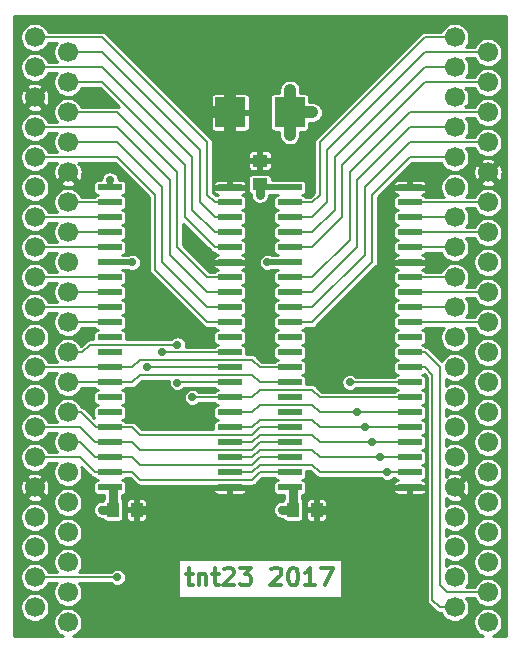
<source format=gbr>
%TF.GenerationSoftware,KiCad,Pcbnew,no-vcs-found-e2505cb~60~ubuntu17.04.1*%
%TF.CreationDate,2017-09-26T21:51:11+03:00*%
%TF.ProjectId,oakram,6F616B72616D2E6B696361645F706362,rev?*%
%TF.SameCoordinates,Original*%
%TF.FileFunction,Copper,L1,Top,Signal*%
%TF.FilePolarity,Positive*%
%FSLAX46Y46*%
G04 Gerber Fmt 4.6, Leading zero omitted, Abs format (unit mm)*
G04 Created by KiCad (PCBNEW no-vcs-found-e2505cb~60~ubuntu17.04.1) date Tue Sep 26 21:51:11 2017*
%MOMM*%
%LPD*%
G01*
G04 APERTURE LIST*
%TA.AperFunction,NonConductor*%
%ADD10C,0.300000*%
%TD*%
%TA.AperFunction,SMDPad,CuDef*%
%ADD11R,2.032000X0.508000*%
%TD*%
%TA.AperFunction,ComponentPad*%
%ADD12C,1.700000*%
%TD*%
%TA.AperFunction,SMDPad,CuDef*%
%ADD13R,1.000000X1.250000*%
%TD*%
%TA.AperFunction,SMDPad,CuDef*%
%ADD14R,1.250000X1.000000*%
%TD*%
%TA.AperFunction,SMDPad,CuDef*%
%ADD15R,2.550000X2.500000*%
%TD*%
%TA.AperFunction,ViaPad*%
%ADD16C,0.700000*%
%TD*%
%TA.AperFunction,Conductor*%
%ADD17C,0.200000*%
%TD*%
%TA.AperFunction,Conductor*%
%ADD18C,1.000000*%
%TD*%
%TA.AperFunction,Conductor*%
%ADD19C,0.800000*%
%TD*%
%TA.AperFunction,Conductor*%
%ADD20C,0.500000*%
%TD*%
%TA.AperFunction,Conductor*%
%ADD21C,0.254000*%
%TD*%
G04 APERTURE END LIST*
D10*
X134720000Y-121598571D02*
X135291428Y-121598571D01*
X134934285Y-121098571D02*
X134934285Y-122384285D01*
X135005714Y-122527142D01*
X135148571Y-122598571D01*
X135291428Y-122598571D01*
X135791428Y-121598571D02*
X135791428Y-122598571D01*
X135791428Y-121741428D02*
X135862857Y-121670000D01*
X136005714Y-121598571D01*
X136220000Y-121598571D01*
X136362857Y-121670000D01*
X136434285Y-121812857D01*
X136434285Y-122598571D01*
X136934285Y-121598571D02*
X137505714Y-121598571D01*
X137148571Y-121098571D02*
X137148571Y-122384285D01*
X137220000Y-122527142D01*
X137362857Y-122598571D01*
X137505714Y-122598571D01*
X137934285Y-121241428D02*
X138005714Y-121170000D01*
X138148571Y-121098571D01*
X138505714Y-121098571D01*
X138648571Y-121170000D01*
X138720000Y-121241428D01*
X138791428Y-121384285D01*
X138791428Y-121527142D01*
X138720000Y-121741428D01*
X137862857Y-122598571D01*
X138791428Y-122598571D01*
X139291428Y-121098571D02*
X140220000Y-121098571D01*
X139720000Y-121670000D01*
X139934285Y-121670000D01*
X140077142Y-121741428D01*
X140148571Y-121812857D01*
X140220000Y-121955714D01*
X140220000Y-122312857D01*
X140148571Y-122455714D01*
X140077142Y-122527142D01*
X139934285Y-122598571D01*
X139505714Y-122598571D01*
X139362857Y-122527142D01*
X139291428Y-122455714D01*
X141934285Y-121241428D02*
X142005714Y-121170000D01*
X142148571Y-121098571D01*
X142505714Y-121098571D01*
X142648571Y-121170000D01*
X142720000Y-121241428D01*
X142791428Y-121384285D01*
X142791428Y-121527142D01*
X142720000Y-121741428D01*
X141862857Y-122598571D01*
X142791428Y-122598571D01*
X143720000Y-121098571D02*
X143862857Y-121098571D01*
X144005714Y-121170000D01*
X144077142Y-121241428D01*
X144148571Y-121384285D01*
X144220000Y-121670000D01*
X144220000Y-122027142D01*
X144148571Y-122312857D01*
X144077142Y-122455714D01*
X144005714Y-122527142D01*
X143862857Y-122598571D01*
X143720000Y-122598571D01*
X143577142Y-122527142D01*
X143505714Y-122455714D01*
X143434285Y-122312857D01*
X143362857Y-122027142D01*
X143362857Y-121670000D01*
X143434285Y-121384285D01*
X143505714Y-121241428D01*
X143577142Y-121170000D01*
X143720000Y-121098571D01*
X145648571Y-122598571D02*
X144791428Y-122598571D01*
X145220000Y-122598571D02*
X145220000Y-121098571D01*
X145077142Y-121312857D01*
X144934285Y-121455714D01*
X144791428Y-121527142D01*
X146148571Y-121098571D02*
X147148571Y-121098571D01*
X146505714Y-122598571D01*
D11*
%TO.P,U2,21*%
%TO.N,VCC*%
X128270000Y-114300000D03*
%TO.P,U2,20*%
%TO.N,/A3*%
X128270000Y-113030000D03*
%TO.P,U2,19*%
%TO.N,/A2*%
X128270000Y-111760000D03*
%TO.P,U2,18*%
%TO.N,/A1*%
X128270000Y-110490000D03*
%TO.P,U2,17*%
%TO.N,/A0*%
X128270000Y-109220000D03*
%TO.P,U2,16*%
%TO.N,Net-(U2-Pad16)*%
X128270000Y-107950000D03*
%TO.P,U2,15*%
%TO.N,Net-(U2-Pad15)*%
X128270000Y-106680000D03*
%TO.P,U2,14*%
%TO.N,/~RAS*%
X128270000Y-105410000D03*
%TO.P,U2,13*%
%TO.N,/~WE*%
X128270000Y-104140000D03*
%TO.P,U2,12*%
%TO.N,N/C*%
X128270000Y-102870000D03*
%TO.P,U2,22*%
%TO.N,VSS*%
X138430000Y-114300000D03*
%TO.P,U2,23*%
%TO.N,/A4*%
X138430000Y-113030000D03*
%TO.P,U2,24*%
%TO.N,/A5*%
X138430000Y-111760000D03*
%TO.P,U2,25*%
%TO.N,/A6*%
X138430000Y-110490000D03*
%TO.P,U2,26*%
%TO.N,/A7*%
X138430000Y-109220000D03*
%TO.P,U2,27*%
%TO.N,/A8*%
X138430000Y-107950000D03*
%TO.P,U2,28*%
%TO.N,/A9*%
X138430000Y-106680000D03*
%TO.P,U2,29*%
%TO.N,/~OE*%
X138430000Y-105410000D03*
%TO.P,U2,30*%
%TO.N,/~CAS1*%
X138430000Y-104140000D03*
%TO.P,U2,31*%
%TO.N,/~CAS0*%
X138430000Y-102870000D03*
%TO.P,U2,1*%
%TO.N,VCC*%
X128270000Y-88900000D03*
%TO.P,U2,2*%
%TO.N,/D0*%
X128270000Y-90170000D03*
%TO.P,U2,3*%
%TO.N,/D1*%
X128270000Y-91440000D03*
%TO.P,U2,4*%
%TO.N,/D2*%
X128270000Y-92710000D03*
%TO.P,U2,5*%
%TO.N,/D3*%
X128270000Y-93980000D03*
%TO.P,U2,6*%
%TO.N,VCC*%
X128270000Y-95250000D03*
%TO.P,U2,7*%
%TO.N,/D4*%
X128270000Y-96520000D03*
%TO.P,U2,8*%
%TO.N,/D5*%
X128270000Y-97790000D03*
%TO.P,U2,9*%
%TO.N,/D6*%
X128270000Y-99060000D03*
%TO.P,U2,10*%
%TO.N,/D7*%
X128270000Y-100330000D03*
%TO.P,U2,42*%
%TO.N,VSS*%
X138430000Y-88900000D03*
%TO.P,U2,41*%
%TO.N,/D8*%
X138430000Y-90170000D03*
%TO.P,U2,40*%
%TO.N,/D9*%
X138430000Y-91440000D03*
%TO.P,U2,39*%
%TO.N,/D10*%
X138430000Y-92710000D03*
%TO.P,U2,38*%
%TO.N,/D11*%
X138430000Y-93980000D03*
%TO.P,U2,37*%
%TO.N,VSS*%
X138430000Y-95250000D03*
%TO.P,U2,36*%
%TO.N,/D12*%
X138430000Y-96520000D03*
%TO.P,U2,35*%
%TO.N,/D13*%
X138430000Y-97790000D03*
%TO.P,U2,34*%
%TO.N,/D14*%
X138430000Y-99060000D03*
%TO.P,U2,33*%
%TO.N,/D15*%
X138430000Y-100330000D03*
%TO.P,U2,11*%
%TO.N,N/C*%
X128270000Y-101600000D03*
%TO.P,U2,32*%
X138430000Y-101600000D03*
%TD*%
%TO.P,U1,32*%
%TO.N,N/C*%
X153670000Y-101600000D03*
%TO.P,U1,11*%
X143510000Y-101600000D03*
%TO.P,U1,33*%
%TO.N,/D23*%
X153670000Y-100330000D03*
%TO.P,U1,34*%
%TO.N,/D22*%
X153670000Y-99060000D03*
%TO.P,U1,35*%
%TO.N,/D21*%
X153670000Y-97790000D03*
%TO.P,U1,36*%
%TO.N,/D20*%
X153670000Y-96520000D03*
%TO.P,U1,37*%
%TO.N,VSS*%
X153670000Y-95250000D03*
%TO.P,U1,38*%
%TO.N,/D19*%
X153670000Y-93980000D03*
%TO.P,U1,39*%
%TO.N,/D18*%
X153670000Y-92710000D03*
%TO.P,U1,40*%
%TO.N,/D17*%
X153670000Y-91440000D03*
%TO.P,U1,41*%
%TO.N,/D16*%
X153670000Y-90170000D03*
%TO.P,U1,42*%
%TO.N,VSS*%
X153670000Y-88900000D03*
%TO.P,U1,10*%
%TO.N,/D31*%
X143510000Y-100330000D03*
%TO.P,U1,9*%
%TO.N,/D30*%
X143510000Y-99060000D03*
%TO.P,U1,8*%
%TO.N,/D29*%
X143510000Y-97790000D03*
%TO.P,U1,7*%
%TO.N,/D28*%
X143510000Y-96520000D03*
%TO.P,U1,6*%
%TO.N,VCC*%
X143510000Y-95250000D03*
%TO.P,U1,5*%
%TO.N,/D27*%
X143510000Y-93980000D03*
%TO.P,U1,4*%
%TO.N,/D26*%
X143510000Y-92710000D03*
%TO.P,U1,3*%
%TO.N,/D25*%
X143510000Y-91440000D03*
%TO.P,U1,2*%
%TO.N,/D24*%
X143510000Y-90170000D03*
%TO.P,U1,1*%
%TO.N,VCC*%
X143510000Y-88900000D03*
%TO.P,U1,31*%
%TO.N,/~CAS3*%
X153670000Y-102870000D03*
%TO.P,U1,30*%
%TO.N,/~CAS2*%
X153670000Y-104140000D03*
%TO.P,U1,29*%
%TO.N,/~OE*%
X153670000Y-105410000D03*
%TO.P,U1,28*%
%TO.N,/A9*%
X153670000Y-106680000D03*
%TO.P,U1,27*%
%TO.N,/A8*%
X153670000Y-107950000D03*
%TO.P,U1,26*%
%TO.N,/A7*%
X153670000Y-109220000D03*
%TO.P,U1,25*%
%TO.N,/A6*%
X153670000Y-110490000D03*
%TO.P,U1,24*%
%TO.N,/A5*%
X153670000Y-111760000D03*
%TO.P,U1,23*%
%TO.N,/A4*%
X153670000Y-113030000D03*
%TO.P,U1,22*%
%TO.N,VSS*%
X153670000Y-114300000D03*
%TO.P,U1,12*%
%TO.N,N/C*%
X143510000Y-102870000D03*
%TO.P,U1,13*%
%TO.N,/~WE*%
X143510000Y-104140000D03*
%TO.P,U1,14*%
%TO.N,/~RAS*%
X143510000Y-105410000D03*
%TO.P,U1,15*%
%TO.N,Net-(U1-Pad15)*%
X143510000Y-106680000D03*
%TO.P,U1,16*%
%TO.N,Net-(U1-Pad16)*%
X143510000Y-107950000D03*
%TO.P,U1,17*%
%TO.N,/A0*%
X143510000Y-109220000D03*
%TO.P,U1,18*%
%TO.N,/A1*%
X143510000Y-110490000D03*
%TO.P,U1,19*%
%TO.N,/A2*%
X143510000Y-111760000D03*
%TO.P,U1,20*%
%TO.N,/A3*%
X143510000Y-113030000D03*
%TO.P,U1,21*%
%TO.N,VCC*%
X143510000Y-114300000D03*
%TD*%
D12*
%TO.P,X1,1*%
%TO.N,/D8*%
X121920000Y-76200000D03*
%TO.P,X1,2*%
%TO.N,/D9*%
X124720000Y-77470000D03*
%TO.P,X1,3*%
%TO.N,/D10*%
X121920000Y-78740000D03*
%TO.P,X1,4*%
%TO.N,/D11*%
X124720000Y-80010000D03*
%TO.P,X1,7*%
%TO.N,/D13*%
X121920000Y-83820000D03*
%TO.P,X1,5*%
%TO.N,VSS*%
X121920000Y-81280000D03*
%TO.P,X1,6*%
%TO.N,/D12*%
X124720000Y-82550000D03*
%TO.P,X1,8*%
%TO.N,/D14*%
X124720000Y-85090000D03*
%TO.P,X1,11*%
%TO.N,VCC*%
X121920000Y-88900000D03*
%TO.P,X1,16*%
X124720000Y-95250000D03*
%TO.P,X1,9*%
%TO.N,/D15*%
X121920000Y-86360000D03*
%TO.P,X1,14*%
%TO.N,/D2*%
X124720000Y-92710000D03*
%TO.P,X1,10*%
%TO.N,VSS*%
X124720000Y-87630000D03*
%TO.P,X1,12*%
%TO.N,/D0*%
X124720000Y-90170000D03*
%TO.P,X1,13*%
%TO.N,/D1*%
X121920000Y-91440000D03*
%TO.P,X1,15*%
%TO.N,/D3*%
X121920000Y-93980000D03*
%TO.P,X1,19*%
%TO.N,/D6*%
X121920000Y-99060000D03*
%TO.P,X1,27*%
%TO.N,/A1*%
X121920000Y-109220000D03*
%TO.P,X1,24*%
%TO.N,/~RAS*%
X124720000Y-105410000D03*
%TO.P,X1,17*%
%TO.N,/D4*%
X121920000Y-96520000D03*
%TO.P,X1,28*%
%TO.N,/A2*%
X124720000Y-110490000D03*
%TO.P,X1,25*%
%TO.N,Net-(X1-Pad25)*%
X121920000Y-106680000D03*
%TO.P,X1,22*%
%TO.N,/A9*%
X124720000Y-102870000D03*
%TO.P,X1,32*%
%TO.N,Net-(X1-Pad32)*%
X124720000Y-115570000D03*
%TO.P,X1,18*%
%TO.N,/D5*%
X124720000Y-97790000D03*
%TO.P,X1,20*%
%TO.N,/D7*%
X124720000Y-100330000D03*
%TO.P,X1,21*%
%TO.N,Net-(X1-Pad21)*%
X121920000Y-101600000D03*
%TO.P,X1,23*%
%TO.N,/~WE*%
X121920000Y-104140000D03*
%TO.P,X1,26*%
%TO.N,/A0*%
X124720000Y-107950000D03*
%TO.P,X1,29*%
%TO.N,/A3*%
X121920000Y-111760000D03*
%TO.P,X1,31*%
%TO.N,VSS*%
X121920000Y-114300000D03*
%TO.P,X1,30*%
%TO.N,VCC*%
X124720000Y-113030000D03*
%TO.P,X1,37*%
%TO.N,/~OE*%
X121920000Y-121920000D03*
%TO.P,X1,34*%
%TO.N,Net-(X1-Pad34)*%
X124720000Y-118110000D03*
%TO.P,X1,36*%
%TO.N,Net-(X1-Pad36)*%
X124720000Y-120650000D03*
%TO.P,X1,39*%
%TO.N,/~CAS0*%
X121920000Y-124460000D03*
%TO.P,X1,40*%
%TO.N,Net-(X1-Pad40)*%
X124720000Y-125730000D03*
%TO.P,X1,35*%
%TO.N,Net-(X1-Pad35)*%
X121920000Y-119380000D03*
%TO.P,X1,33*%
%TO.N,Net-(X1-Pad33)*%
X121920000Y-116840000D03*
%TO.P,X1,38*%
%TO.N,/~CAS1*%
X124720000Y-123190000D03*
%TD*%
%TO.P,X2,38*%
%TO.N,/~CAS3*%
X160280000Y-123190000D03*
%TO.P,X2,33*%
%TO.N,/A5*%
X157480000Y-116840000D03*
%TO.P,X2,35*%
%TO.N,/A7*%
X157480000Y-119380000D03*
%TO.P,X2,40*%
%TO.N,Net-(X2-Pad40)*%
X160280000Y-125730000D03*
%TO.P,X2,39*%
%TO.N,/~CAS2*%
X157480000Y-124460000D03*
%TO.P,X2,36*%
%TO.N,/A8*%
X160280000Y-120650000D03*
%TO.P,X2,34*%
%TO.N,/A6*%
X160280000Y-118110000D03*
%TO.P,X2,37*%
%TO.N,/~OE*%
X157480000Y-121920000D03*
%TO.P,X2,30*%
%TO.N,VCC*%
X160280000Y-113030000D03*
%TO.P,X2,31*%
%TO.N,VSS*%
X157480000Y-114300000D03*
%TO.P,X2,29*%
%TO.N,Net-(X2-Pad29)*%
X157480000Y-111760000D03*
%TO.P,X2,26*%
%TO.N,Net-(X2-Pad26)*%
X160280000Y-107950000D03*
%TO.P,X2,23*%
%TO.N,Net-(X2-Pad23)*%
X157480000Y-104140000D03*
%TO.P,X2,21*%
%TO.N,Net-(X2-Pad21)*%
X157480000Y-101600000D03*
%TO.P,X2,20*%
%TO.N,/D23*%
X160280000Y-100330000D03*
%TO.P,X2,18*%
%TO.N,/D21*%
X160280000Y-97790000D03*
%TO.P,X2,32*%
%TO.N,/A4*%
X160280000Y-115570000D03*
%TO.P,X2,22*%
%TO.N,Net-(X2-Pad22)*%
X160280000Y-102870000D03*
%TO.P,X2,25*%
%TO.N,Net-(X2-Pad25)*%
X157480000Y-106680000D03*
%TO.P,X2,28*%
%TO.N,Net-(X2-Pad28)*%
X160280000Y-110490000D03*
%TO.P,X2,17*%
%TO.N,/D20*%
X157480000Y-96520000D03*
%TO.P,X2,24*%
%TO.N,Net-(X2-Pad24)*%
X160280000Y-105410000D03*
%TO.P,X2,27*%
%TO.N,Net-(X2-Pad27)*%
X157480000Y-109220000D03*
%TO.P,X2,19*%
%TO.N,/D22*%
X157480000Y-99060000D03*
%TO.P,X2,15*%
%TO.N,/D19*%
X157480000Y-93980000D03*
%TO.P,X2,13*%
%TO.N,/D17*%
X157480000Y-91440000D03*
%TO.P,X2,12*%
%TO.N,/D16*%
X160280000Y-90170000D03*
%TO.P,X2,10*%
%TO.N,VSS*%
X160280000Y-87630000D03*
%TO.P,X2,14*%
%TO.N,/D18*%
X160280000Y-92710000D03*
%TO.P,X2,9*%
%TO.N,/D31*%
X157480000Y-86360000D03*
%TO.P,X2,16*%
%TO.N,VCC*%
X160280000Y-95250000D03*
%TO.P,X2,11*%
X157480000Y-88900000D03*
%TO.P,X2,8*%
%TO.N,/D30*%
X160280000Y-85090000D03*
%TO.P,X2,6*%
%TO.N,/D28*%
X160280000Y-82550000D03*
%TO.P,X2,5*%
%TO.N,VSS*%
X157480000Y-81280000D03*
%TO.P,X2,7*%
%TO.N,/D29*%
X157480000Y-83820000D03*
%TO.P,X2,4*%
%TO.N,/D27*%
X160280000Y-80010000D03*
%TO.P,X2,3*%
%TO.N,/D26*%
X157480000Y-78740000D03*
%TO.P,X2,2*%
%TO.N,/D25*%
X160280000Y-77470000D03*
%TO.P,X2,1*%
%TO.N,/D24*%
X157480000Y-76200000D03*
%TD*%
D13*
%TO.P,C1,2*%
%TO.N,VSS*%
X130540000Y-116205000D03*
%TO.P,C1,1*%
%TO.N,VCC*%
X128540000Y-116205000D03*
%TD*%
%TO.P,C3,2*%
%TO.N,VSS*%
X145780000Y-116205000D03*
%TO.P,C3,1*%
%TO.N,VCC*%
X143780000Y-116205000D03*
%TD*%
D14*
%TO.P,C6,1*%
%TO.N,VCC*%
X140970000Y-88630000D03*
%TO.P,C6,2*%
%TO.N,VSS*%
X140970000Y-86630000D03*
%TD*%
D15*
%TO.P,C7,2*%
%TO.N,VSS*%
X138445000Y-82550000D03*
%TO.P,C7,1*%
%TO.N,VCC*%
X143495000Y-82550000D03*
%TD*%
D16*
%TO.N,/A9*%
X135255000Y-106680000D03*
X133985000Y-102235000D03*
%TO.N,/A4*%
X151765000Y-113030000D03*
%TO.N,/~OE*%
X128905000Y-121920000D03*
X148590000Y-105410000D03*
X133985000Y-105425000D03*
%TO.N,/A6*%
X150495000Y-110490000D03*
%TO.N,/A8*%
X149225000Y-107950000D03*
%TO.N,/~CAS0*%
X132715000Y-102870000D03*
%TO.N,/A7*%
X149860000Y-109220000D03*
%TO.N,/A5*%
X151130000Y-111760000D03*
%TO.N,/~CAS1*%
X131445000Y-104140000D03*
%TO.N,VSS*%
X144780000Y-125730000D03*
X139700000Y-125730000D03*
X134620000Y-125730000D03*
X141605000Y-99060000D03*
X140970000Y-93345000D03*
X153670000Y-87630000D03*
X149860000Y-124460000D03*
X130175000Y-99060000D03*
X135890000Y-101600000D03*
X135890000Y-108585000D03*
X129540000Y-124459998D03*
X138430000Y-84455000D03*
X138430000Y-80645000D03*
X136525000Y-82550000D03*
X149860000Y-76200000D03*
X144780000Y-76200000D03*
X139700000Y-76200000D03*
X134620000Y-76200000D03*
X129540000Y-76200000D03*
X140970000Y-102235000D03*
X140970000Y-85090000D03*
X138430000Y-115570000D03*
X148590000Y-101600000D03*
X135890000Y-93980000D03*
X151130000Y-96520000D03*
X156210000Y-95250000D03*
X130810000Y-92075000D03*
X146685000Y-116205000D03*
X131445000Y-116205000D03*
%TO.N,VCC*%
X141605000Y-95250000D03*
X130175000Y-95250000D03*
X143510000Y-80645000D03*
X143510000Y-84455000D03*
X145415000Y-82550000D03*
X140970000Y-89535000D03*
X127635000Y-116205000D03*
X142875000Y-116205000D03*
X128270000Y-88265000D03*
%TD*%
D17*
%TO.N,/D8*%
X138430000Y-90170000D02*
X137160000Y-90170000D01*
X137160000Y-90170000D02*
X136525000Y-89535000D01*
X136525000Y-89535000D02*
X136525000Y-85090000D01*
X136525000Y-85090000D02*
X127635000Y-76200000D01*
X127635000Y-76200000D02*
X121920000Y-76200000D01*
%TO.N,/D9*%
X124720000Y-77470000D02*
X127635000Y-77470000D01*
X127635000Y-77470000D02*
X135890000Y-85725000D01*
X135890000Y-85725000D02*
X135890000Y-90170000D01*
X135890000Y-90170000D02*
X137160000Y-91440000D01*
X137160000Y-91440000D02*
X138430000Y-91440000D01*
%TO.N,/D10*%
X121920000Y-78740000D02*
X127635000Y-78740000D01*
X127635000Y-78740000D02*
X135255000Y-86360000D01*
X135255000Y-86360000D02*
X135255000Y-90805000D01*
X135255000Y-90805000D02*
X137160000Y-92710000D01*
X137160000Y-92710000D02*
X138430000Y-92710000D01*
%TO.N,/D11*%
X124720000Y-80010000D02*
X127635000Y-80010000D01*
X127635000Y-80010000D02*
X134620000Y-86995000D01*
X134620000Y-86995000D02*
X134620000Y-91440000D01*
X134620000Y-91440000D02*
X137160000Y-93980000D01*
X137160000Y-93980000D02*
X138430000Y-93980000D01*
%TO.N,/D13*%
X121920000Y-83820000D02*
X128905000Y-83820000D01*
X133350000Y-88265000D02*
X133350000Y-94615000D01*
X136525000Y-97790000D02*
X138430000Y-97790000D01*
X128905000Y-83820000D02*
X133350000Y-88265000D01*
X133350000Y-94615000D02*
X136525000Y-97790000D01*
%TO.N,/D12*%
X124720000Y-82550000D02*
X128905000Y-82550000D01*
X128905000Y-82550000D02*
X133985000Y-87630000D01*
X133985000Y-87630000D02*
X133985000Y-93980000D01*
X133985000Y-93980000D02*
X136525000Y-96520000D01*
X136525000Y-96520000D02*
X138430000Y-96520000D01*
%TO.N,/D14*%
X124720000Y-85090000D02*
X128905000Y-85090000D01*
X128905000Y-85090000D02*
X132715000Y-88900000D01*
X132715000Y-95250000D02*
X136525000Y-99060000D01*
X132715000Y-88900000D02*
X132715000Y-95250000D01*
X136525000Y-99060000D02*
X138430000Y-99060000D01*
%TO.N,/D15*%
X121920000Y-86360000D02*
X128905000Y-86360000D01*
X132080000Y-95885000D02*
X136525000Y-100330000D01*
X128905000Y-86360000D02*
X132080000Y-89535000D01*
X132080000Y-89535000D02*
X132080000Y-95885000D01*
X136525000Y-100330000D02*
X138430000Y-100330000D01*
%TO.N,/D2*%
X124720000Y-92710000D02*
X128270000Y-92710000D01*
%TO.N,/D0*%
X124720000Y-90170000D02*
X128270000Y-90170000D01*
%TO.N,/D1*%
X121920000Y-91440000D02*
X128270000Y-91440000D01*
%TO.N,/D3*%
X121920000Y-93980000D02*
X128270000Y-93980000D01*
%TO.N,/D6*%
X121920000Y-99060000D02*
X128270000Y-99060000D01*
%TO.N,/A1*%
X140970000Y-110490000D02*
X143510000Y-110490000D01*
X140335000Y-111125000D02*
X140970000Y-110490000D01*
X130810000Y-111125000D02*
X140335000Y-111125000D01*
X130175000Y-110490000D02*
X130810000Y-111125000D01*
X128270000Y-110490000D02*
X130175000Y-110490000D01*
X121920000Y-109220000D02*
X125730000Y-109220000D01*
X125730000Y-109220000D02*
X127000000Y-110490000D01*
X127000000Y-110490000D02*
X128270000Y-110490000D01*
%TO.N,/~RAS*%
X128270000Y-105410000D02*
X130175000Y-105410000D01*
X130810000Y-104775000D02*
X140335000Y-104775000D01*
X130175000Y-105410000D02*
X130810000Y-104775000D01*
X140335000Y-104775000D02*
X140970000Y-105410000D01*
X140970000Y-105410000D02*
X143510000Y-105410000D01*
X124720000Y-105410000D02*
X128270000Y-105410000D01*
%TO.N,/D4*%
X121920000Y-96520000D02*
X128270000Y-96520000D01*
%TO.N,/A2*%
X128270000Y-111760000D02*
X130175000Y-111760000D01*
X130175000Y-111760000D02*
X130810000Y-112395000D01*
X130810000Y-112395000D02*
X140335000Y-112395000D01*
X140335000Y-112395000D02*
X140970000Y-111760000D01*
X140970000Y-111760000D02*
X143510000Y-111760000D01*
X124720000Y-110490000D02*
X125730000Y-110490000D01*
X127000000Y-111760000D02*
X128270000Y-111760000D01*
X125730000Y-110490000D02*
X127000000Y-111760000D01*
%TO.N,/A9*%
X138430000Y-106680000D02*
X140335000Y-106680000D01*
X140335000Y-106680000D02*
X140970000Y-106045000D01*
X146050000Y-106680000D02*
X153670000Y-106680000D01*
X140970000Y-106045000D02*
X145415000Y-106045000D01*
X145415000Y-106045000D02*
X146050000Y-106680000D01*
X135255000Y-106680000D02*
X138430000Y-106680000D01*
X126557081Y-102235000D02*
X133985000Y-102235000D01*
X124720000Y-102870000D02*
X125922081Y-102870000D01*
X125922081Y-102870000D02*
X126557081Y-102235000D01*
%TO.N,/A4*%
X151765000Y-113030000D02*
X153670000Y-113030000D01*
X146050000Y-113030000D02*
X151765000Y-113030000D01*
X138430000Y-113030000D02*
X140335000Y-113030000D01*
X140335000Y-113030000D02*
X140970000Y-112395000D01*
X140970000Y-112395000D02*
X145415000Y-112395000D01*
X145415000Y-112395000D02*
X146050000Y-113030000D01*
%TO.N,/D5*%
X124720000Y-97790000D02*
X128270000Y-97790000D01*
%TO.N,/D7*%
X124720000Y-100330000D02*
X128270000Y-100330000D01*
%TO.N,/~WE*%
X128270000Y-104140000D02*
X130175000Y-104140000D01*
X140335000Y-103505000D02*
X140970000Y-104140000D01*
X130175000Y-104140000D02*
X130810000Y-103505000D01*
X130810000Y-103505000D02*
X140335000Y-103505000D01*
X140970000Y-104140000D02*
X143510000Y-104140000D01*
X121920000Y-104140000D02*
X128270000Y-104140000D01*
%TO.N,/A0*%
X128270000Y-109220000D02*
X130175000Y-109220000D01*
X130175000Y-109220000D02*
X130810000Y-109855000D01*
X140335000Y-109855000D02*
X140970000Y-109220000D01*
X130810000Y-109855000D02*
X140335000Y-109855000D01*
X140970000Y-109220000D02*
X143510000Y-109220000D01*
X124720000Y-107950000D02*
X125784000Y-107950000D01*
X125784000Y-107950000D02*
X127054000Y-109220000D01*
X127054000Y-109220000D02*
X128270000Y-109220000D01*
%TO.N,/A3*%
X128270000Y-113030000D02*
X130175000Y-113030000D01*
X140970000Y-113030000D02*
X143510000Y-113030000D01*
X130175000Y-113030000D02*
X130810000Y-113665000D01*
X130810000Y-113665000D02*
X140335000Y-113665000D01*
X140335000Y-113665000D02*
X140970000Y-113030000D01*
X121920000Y-111760000D02*
X125730000Y-111760000D01*
X125730000Y-111760000D02*
X127000000Y-113030000D01*
X127000000Y-113030000D02*
X127054000Y-113030000D01*
X127054000Y-113030000D02*
X128270000Y-113030000D01*
%TO.N,/~OE*%
X125078002Y-121920000D02*
X128905000Y-121920000D01*
X148590000Y-105410000D02*
X153670000Y-105410000D01*
X121920000Y-121920000D02*
X125078002Y-121920000D01*
X138430000Y-105410000D02*
X134000000Y-105410000D01*
X134000000Y-105410000D02*
X133985000Y-105425000D01*
%TO.N,/A6*%
X150495000Y-110490000D02*
X153670000Y-110490000D01*
X146050000Y-110490000D02*
X150495000Y-110490000D01*
X138430000Y-110490000D02*
X140335000Y-110490000D01*
X140970000Y-109855000D02*
X145415000Y-109855000D01*
X140335000Y-110490000D02*
X140970000Y-109855000D01*
X145415000Y-109855000D02*
X146050000Y-110490000D01*
%TO.N,/A8*%
X138430000Y-107950000D02*
X140335000Y-107950000D01*
X140335000Y-107950000D02*
X140970000Y-107315000D01*
X140970000Y-107315000D02*
X145415000Y-107315000D01*
X145415000Y-107315000D02*
X146050000Y-107950000D01*
X146050000Y-107950000D02*
X149225000Y-107950000D01*
X149225000Y-107950000D02*
X153670000Y-107950000D01*
%TO.N,/~CAS0*%
X138430000Y-102870000D02*
X132715000Y-102870000D01*
%TO.N,/A7*%
X149860000Y-109220000D02*
X153670000Y-109220000D01*
X146050000Y-109220000D02*
X149860000Y-109220000D01*
X138430000Y-109220000D02*
X140335000Y-109220000D01*
X140335000Y-109220000D02*
X140970000Y-108585000D01*
X140970000Y-108585000D02*
X145415000Y-108585000D01*
X145415000Y-108585000D02*
X146050000Y-109220000D01*
%TO.N,/A5*%
X151130000Y-111760000D02*
X153670000Y-111760000D01*
X146050000Y-111760000D02*
X151130000Y-111760000D01*
X138430000Y-111760000D02*
X140335000Y-111760000D01*
X140335000Y-111760000D02*
X140970000Y-111125000D01*
X140970000Y-111125000D02*
X145415000Y-111125000D01*
X145415000Y-111125000D02*
X146050000Y-111760000D01*
%TO.N,/~CAS1*%
X138430000Y-104140000D02*
X131445000Y-104140000D01*
%TO.N,/~CAS3*%
X156210000Y-122555000D02*
X156845000Y-123190000D01*
X156845000Y-123190000D02*
X160280000Y-123190000D01*
X156210000Y-120650000D02*
X156210000Y-122555000D01*
X156210000Y-104140000D02*
X154940000Y-102870000D01*
X156210000Y-120650000D02*
X156210000Y-104140000D01*
X154940000Y-102870000D02*
X153670000Y-102870000D01*
%TO.N,/~CAS2*%
X157480000Y-124460000D02*
X156210000Y-124460000D01*
X156210000Y-124460000D02*
X155575000Y-123825000D01*
X155575000Y-123825000D02*
X155575000Y-104775000D01*
X155575000Y-104775000D02*
X154940000Y-104140000D01*
X154940000Y-104140000D02*
X153670000Y-104140000D01*
%TO.N,/D23*%
X160020000Y-100330000D02*
X153670000Y-100330000D01*
%TO.N,/D21*%
X160655000Y-97790000D02*
X153670000Y-97790000D01*
%TO.N,/D20*%
X153670000Y-96520000D02*
X157480000Y-96520000D01*
%TO.N,/D22*%
X153670000Y-99060000D02*
X157480000Y-99060000D01*
%TO.N,/D19*%
X157480000Y-93980000D02*
X153670000Y-93980000D01*
%TO.N,/D17*%
X157480000Y-91440000D02*
X153670000Y-91440000D01*
%TO.N,/D16*%
X153670000Y-90170000D02*
X160655000Y-90170000D01*
%TO.N,/D18*%
X153670000Y-92710000D02*
X160020000Y-92710000D01*
%TO.N,/D31*%
X143510000Y-100330000D02*
X145415000Y-100330000D01*
X145415000Y-100330000D02*
X150495000Y-95250000D01*
X150495000Y-95250000D02*
X150495000Y-89535000D01*
X153670000Y-86360000D02*
X157480000Y-86360000D01*
X150495000Y-89535000D02*
X153670000Y-86360000D01*
%TO.N,/D30*%
X143510000Y-99060000D02*
X145415000Y-99060000D01*
X149860000Y-94615000D02*
X149860000Y-88900000D01*
X145415000Y-99060000D02*
X149860000Y-94615000D01*
X149860000Y-88900000D02*
X153670000Y-85090000D01*
X153670000Y-85090000D02*
X160655000Y-85090000D01*
%TO.N,/D28*%
X143510000Y-96520000D02*
X145415000Y-96520000D01*
X145415000Y-96520000D02*
X148590000Y-93345000D01*
X148590000Y-93345000D02*
X148590000Y-87630000D01*
X148590000Y-87630000D02*
X153670000Y-82550000D01*
X153670000Y-82550000D02*
X160020000Y-82550000D01*
%TO.N,/D29*%
X143510000Y-97790000D02*
X145415000Y-97790000D01*
X145415000Y-97790000D02*
X149225000Y-93980000D01*
X153670000Y-83820000D02*
X157480000Y-83820000D01*
X149225000Y-93980000D02*
X149225000Y-88265000D01*
X149225000Y-88265000D02*
X153670000Y-83820000D01*
%TO.N,/D27*%
X143510000Y-93980000D02*
X145415000Y-93980000D01*
X145415000Y-93980000D02*
X147955000Y-91440000D01*
X147955000Y-91440000D02*
X147955000Y-86995000D01*
X147955000Y-86995000D02*
X154940000Y-80010000D01*
X154940000Y-80010000D02*
X160655000Y-80010000D01*
%TO.N,/D26*%
X143510000Y-92710000D02*
X145415000Y-92710000D01*
X145415000Y-92710000D02*
X147320000Y-90805000D01*
X154940000Y-78740000D02*
X157480000Y-78740000D01*
X147320000Y-90805000D02*
X147320000Y-86360000D01*
X147320000Y-86360000D02*
X154940000Y-78740000D01*
%TO.N,/D25*%
X143510000Y-91440000D02*
X145415000Y-91440000D01*
X145415000Y-91440000D02*
X146685000Y-90170000D01*
X146685000Y-85725000D02*
X154940000Y-77470000D01*
X146685000Y-90170000D02*
X146685000Y-85725000D01*
X154940000Y-77470000D02*
X160020000Y-77470000D01*
%TO.N,/D24*%
X143510000Y-90170000D02*
X145415000Y-90170000D01*
X145415000Y-90170000D02*
X146050000Y-89535000D01*
X146050000Y-89535000D02*
X146050000Y-85090000D01*
X146050000Y-85090000D02*
X154940000Y-76200000D01*
X154940000Y-76200000D02*
X157480000Y-76200000D01*
%TO.N,VSS*%
X133350000Y-125730000D02*
X134620000Y-125730000D01*
X131680001Y-126600001D02*
X131680001Y-126599999D01*
X131680001Y-126599999D02*
X132550000Y-125730000D01*
X132550000Y-125730000D02*
X133350000Y-125730000D01*
X131680001Y-126600001D02*
X132550002Y-125730000D01*
X132550002Y-125730000D02*
X133350000Y-125730000D01*
X140265685Y-125730000D02*
X144780000Y-125730000D01*
X139700000Y-125730000D02*
X140265685Y-125730000D01*
X135185685Y-125730000D02*
X139700000Y-125730000D01*
X134620000Y-125730000D02*
X135185685Y-125730000D01*
X138430000Y-115570000D02*
X138029999Y-115969999D01*
X135490001Y-115969999D02*
X129939999Y-121520001D01*
X138029999Y-115969999D02*
X135490001Y-115969999D01*
X129939999Y-121520001D02*
X129939999Y-124059999D01*
X129939999Y-124059999D02*
X129540000Y-124459998D01*
X140970000Y-93345000D02*
X140335000Y-93980000D01*
X140335000Y-93980000D02*
X140335000Y-97790000D01*
X140335000Y-97790000D02*
X141205001Y-98660001D01*
X141205001Y-98660001D02*
X141605000Y-99060000D01*
X141205001Y-99459999D02*
X141605000Y-99060000D01*
X140970000Y-99695000D02*
X141205001Y-99459999D01*
X140970000Y-102235000D02*
X140970000Y-99695000D01*
X140970000Y-99060000D02*
X141605000Y-99060000D01*
X140335000Y-98425000D02*
X140970000Y-99060000D01*
X153670000Y-88900000D02*
X153670000Y-87630000D01*
X130740685Y-99060000D02*
X130175000Y-99060000D01*
X133350000Y-99060000D02*
X130740685Y-99060000D01*
X135890000Y-101600000D02*
X133350000Y-99060000D01*
X129540000Y-124459998D02*
X129939999Y-124859999D01*
X129939999Y-124859999D02*
X131680001Y-126600001D01*
D18*
X138445000Y-82550000D02*
X138445000Y-84440000D01*
X138445000Y-84440000D02*
X138430000Y-84455000D01*
X138445000Y-82550000D02*
X138445000Y-80660000D01*
X138445000Y-80660000D02*
X138430000Y-80645000D01*
X138445000Y-82550000D02*
X136525000Y-82550000D01*
D17*
X144780000Y-76200000D02*
X149860000Y-76200000D01*
X139700000Y-76200000D02*
X144780000Y-76200000D01*
X134620000Y-76200000D02*
X139700000Y-76200000D01*
X129540000Y-76200000D02*
X134620000Y-76200000D01*
X140970000Y-86630000D02*
X139970000Y-86630000D01*
X139700000Y-86995000D02*
X129270000Y-76565000D01*
X140970000Y-86630000D02*
X140970000Y-85090000D01*
X153670000Y-114300000D02*
X154432000Y-114300000D01*
X138430000Y-114300000D02*
X138430000Y-115570000D01*
X151130000Y-96520000D02*
X151130000Y-99060000D01*
X151130000Y-99060000D02*
X148590000Y-101600000D01*
X138430000Y-95250000D02*
X137160000Y-95250000D01*
X137160000Y-95250000D02*
X135890000Y-93980000D01*
X153670000Y-95250000D02*
X152400000Y-95250000D01*
X152400000Y-95250000D02*
X151130000Y-96520000D01*
X153670000Y-95250000D02*
X156210000Y-95250000D01*
D19*
X145780000Y-116205000D02*
X146685000Y-116205000D01*
X130540000Y-116205000D02*
X131445000Y-116205000D01*
D20*
%TO.N,VCC*%
X143510000Y-95250000D02*
X141605000Y-95250000D01*
X128270000Y-95250000D02*
X130175000Y-95250000D01*
D18*
X143495000Y-82550000D02*
X143495000Y-80660000D01*
X143495000Y-80660000D02*
X143510000Y-80645000D01*
X143495000Y-82550000D02*
X143495000Y-84440000D01*
X143495000Y-84440000D02*
X143510000Y-84455000D01*
X143495000Y-82550000D02*
X145415000Y-82550000D01*
D19*
X140970000Y-88630000D02*
X140970000Y-89535000D01*
D20*
X143510000Y-88900000D02*
X141240000Y-88900000D01*
X141240000Y-88900000D02*
X140970000Y-88630000D01*
D19*
X128540000Y-116205000D02*
X127635000Y-116205000D01*
D17*
X128270000Y-114300000D02*
X128540000Y-114570000D01*
D19*
X128540000Y-116205000D02*
X128540000Y-114570000D01*
X143780000Y-116205000D02*
X142875000Y-116205000D01*
D17*
X143780000Y-114570000D02*
X143510000Y-114300000D01*
D19*
X143780000Y-116205000D02*
X143780000Y-114570000D01*
D20*
X128270000Y-88900000D02*
X128270000Y-88265000D01*
%TD*%
D21*
%TO.N,VSS*%
G36*
X161798000Y-126873000D02*
X160737398Y-126873000D01*
X160837716Y-126834089D01*
X161041546Y-126704735D01*
X161216370Y-126538253D01*
X161355527Y-126340984D01*
X161453718Y-126120444D01*
X161507202Y-125885032D01*
X161511053Y-125609294D01*
X161464162Y-125372480D01*
X161372167Y-125149284D01*
X161238572Y-124948208D01*
X161068465Y-124776909D01*
X160868326Y-124641913D01*
X160645778Y-124548363D01*
X160409297Y-124499820D01*
X160167891Y-124498135D01*
X159930756Y-124543371D01*
X159706923Y-124633805D01*
X159504919Y-124765993D01*
X159332437Y-124934900D01*
X159196047Y-125134092D01*
X159100945Y-125355982D01*
X159050753Y-125592118D01*
X159047382Y-125833506D01*
X159090962Y-126070951D01*
X159179831Y-126295410D01*
X159310606Y-126498332D01*
X159478304Y-126671989D01*
X159676539Y-126809766D01*
X159821276Y-126873000D01*
X125177398Y-126873000D01*
X125277716Y-126834089D01*
X125481546Y-126704735D01*
X125656370Y-126538253D01*
X125795527Y-126340984D01*
X125893718Y-126120444D01*
X125947202Y-125885032D01*
X125951053Y-125609294D01*
X125904162Y-125372480D01*
X125812167Y-125149284D01*
X125678572Y-124948208D01*
X125508465Y-124776909D01*
X125308326Y-124641913D01*
X125085778Y-124548363D01*
X124849297Y-124499820D01*
X124607891Y-124498135D01*
X124370756Y-124543371D01*
X124146923Y-124633805D01*
X123944919Y-124765993D01*
X123772437Y-124934900D01*
X123636047Y-125134092D01*
X123540945Y-125355982D01*
X123490753Y-125592118D01*
X123487382Y-125833506D01*
X123530962Y-126070951D01*
X123619831Y-126295410D01*
X123750606Y-126498332D01*
X123918304Y-126671989D01*
X124116539Y-126809766D01*
X124261276Y-126873000D01*
X120142000Y-126873000D01*
X120142000Y-124563506D01*
X120687382Y-124563506D01*
X120730962Y-124800951D01*
X120819831Y-125025410D01*
X120950606Y-125228332D01*
X121118304Y-125401989D01*
X121316539Y-125539766D01*
X121537760Y-125636415D01*
X121773540Y-125688255D01*
X122014898Y-125693310D01*
X122252642Y-125651390D01*
X122477716Y-125564089D01*
X122681546Y-125434735D01*
X122856370Y-125268253D01*
X122995527Y-125070984D01*
X123093718Y-124850444D01*
X123147202Y-124615032D01*
X123151053Y-124339294D01*
X123104162Y-124102480D01*
X123012167Y-123879284D01*
X122878572Y-123678208D01*
X122708465Y-123506909D01*
X122508326Y-123371913D01*
X122285778Y-123278363D01*
X122049297Y-123229820D01*
X121807891Y-123228135D01*
X121570756Y-123273371D01*
X121346923Y-123363805D01*
X121144919Y-123495993D01*
X120972437Y-123664900D01*
X120836047Y-123864092D01*
X120740945Y-124085982D01*
X120690753Y-124322118D01*
X120687382Y-124563506D01*
X120142000Y-124563506D01*
X120142000Y-122023506D01*
X120687382Y-122023506D01*
X120730962Y-122260951D01*
X120819831Y-122485410D01*
X120950606Y-122688332D01*
X121118304Y-122861989D01*
X121316539Y-122999766D01*
X121537760Y-123096415D01*
X121773540Y-123148255D01*
X122014898Y-123153310D01*
X122252642Y-123111390D01*
X122477716Y-123024089D01*
X122681546Y-122894735D01*
X122856370Y-122728253D01*
X122995527Y-122530984D01*
X123053400Y-122401000D01*
X123768260Y-122401000D01*
X123636047Y-122594092D01*
X123540945Y-122815982D01*
X123490753Y-123052118D01*
X123487382Y-123293506D01*
X123530962Y-123530951D01*
X123619831Y-123755410D01*
X123750606Y-123958332D01*
X123918304Y-124131989D01*
X124116539Y-124269766D01*
X124337760Y-124366415D01*
X124573540Y-124418255D01*
X124814898Y-124423310D01*
X125052642Y-124381390D01*
X125277716Y-124294089D01*
X125481546Y-124164735D01*
X125656370Y-123998253D01*
X125795527Y-123800984D01*
X125893718Y-123580444D01*
X125947202Y-123345032D01*
X125951053Y-123069294D01*
X125904162Y-122832480D01*
X125812167Y-122609284D01*
X125678572Y-122408208D01*
X125671414Y-122401000D01*
X128353243Y-122401000D01*
X128428932Y-122479378D01*
X128546649Y-122561194D01*
X128678016Y-122618586D01*
X128818028Y-122649370D01*
X128961353Y-122652372D01*
X129102532Y-122627479D01*
X129236186Y-122575637D01*
X129357226Y-122498823D01*
X129461041Y-122399962D01*
X129543676Y-122282819D01*
X129601985Y-122151856D01*
X129633745Y-122012062D01*
X129636031Y-121848322D01*
X129608187Y-121707695D01*
X129553558Y-121575156D01*
X129474225Y-121455751D01*
X129373212Y-121354030D01*
X129254364Y-121273866D01*
X129122209Y-121218313D01*
X128981780Y-121189487D01*
X128838427Y-121188486D01*
X128697610Y-121215348D01*
X128564692Y-121269051D01*
X128444736Y-121347547D01*
X128351348Y-121439000D01*
X125669951Y-121439000D01*
X125795527Y-121260984D01*
X125893718Y-121040444D01*
X125947202Y-120805032D01*
X125951053Y-120529294D01*
X125922284Y-120384000D01*
X134046143Y-120384000D01*
X134046143Y-123696000D01*
X147893857Y-123696000D01*
X147893857Y-120384000D01*
X134046143Y-120384000D01*
X125922284Y-120384000D01*
X125904162Y-120292480D01*
X125812167Y-120069284D01*
X125678572Y-119868208D01*
X125508465Y-119696909D01*
X125308326Y-119561913D01*
X125085778Y-119468363D01*
X124849297Y-119419820D01*
X124607891Y-119418135D01*
X124370756Y-119463371D01*
X124146923Y-119553805D01*
X123944919Y-119685993D01*
X123772437Y-119854900D01*
X123636047Y-120054092D01*
X123540945Y-120275982D01*
X123490753Y-120512118D01*
X123487382Y-120753506D01*
X123530962Y-120990951D01*
X123619831Y-121215410D01*
X123750606Y-121418332D01*
X123770565Y-121439000D01*
X123053267Y-121439000D01*
X123012167Y-121339284D01*
X122878572Y-121138208D01*
X122708465Y-120966909D01*
X122508326Y-120831913D01*
X122285778Y-120738363D01*
X122049297Y-120689820D01*
X121807891Y-120688135D01*
X121570756Y-120733371D01*
X121346923Y-120823805D01*
X121144919Y-120955993D01*
X120972437Y-121124900D01*
X120836047Y-121324092D01*
X120740945Y-121545982D01*
X120690753Y-121782118D01*
X120687382Y-122023506D01*
X120142000Y-122023506D01*
X120142000Y-119483506D01*
X120687382Y-119483506D01*
X120730962Y-119720951D01*
X120819831Y-119945410D01*
X120950606Y-120148332D01*
X121118304Y-120321989D01*
X121316539Y-120459766D01*
X121537760Y-120556415D01*
X121773540Y-120608255D01*
X122014898Y-120613310D01*
X122252642Y-120571390D01*
X122477716Y-120484089D01*
X122681546Y-120354735D01*
X122856370Y-120188253D01*
X122995527Y-119990984D01*
X123093718Y-119770444D01*
X123147202Y-119535032D01*
X123151053Y-119259294D01*
X123104162Y-119022480D01*
X123012167Y-118799284D01*
X122878572Y-118598208D01*
X122708465Y-118426909D01*
X122508326Y-118291913D01*
X122321802Y-118213506D01*
X123487382Y-118213506D01*
X123530962Y-118450951D01*
X123619831Y-118675410D01*
X123750606Y-118878332D01*
X123918304Y-119051989D01*
X124116539Y-119189766D01*
X124337760Y-119286415D01*
X124573540Y-119338255D01*
X124814898Y-119343310D01*
X125052642Y-119301390D01*
X125277716Y-119214089D01*
X125481546Y-119084735D01*
X125656370Y-118918253D01*
X125795527Y-118720984D01*
X125893718Y-118500444D01*
X125947202Y-118265032D01*
X125951053Y-117989294D01*
X125904162Y-117752480D01*
X125812167Y-117529284D01*
X125678572Y-117328208D01*
X125508465Y-117156909D01*
X125308326Y-117021913D01*
X125085778Y-116928363D01*
X124849297Y-116879820D01*
X124607891Y-116878135D01*
X124370756Y-116923371D01*
X124146923Y-117013805D01*
X123944919Y-117145993D01*
X123772437Y-117314900D01*
X123636047Y-117514092D01*
X123540945Y-117735982D01*
X123490753Y-117972118D01*
X123487382Y-118213506D01*
X122321802Y-118213506D01*
X122285778Y-118198363D01*
X122049297Y-118149820D01*
X121807891Y-118148135D01*
X121570756Y-118193371D01*
X121346923Y-118283805D01*
X121144919Y-118415993D01*
X120972437Y-118584900D01*
X120836047Y-118784092D01*
X120740945Y-119005982D01*
X120690753Y-119242118D01*
X120687382Y-119483506D01*
X120142000Y-119483506D01*
X120142000Y-116943506D01*
X120687382Y-116943506D01*
X120730962Y-117180951D01*
X120819831Y-117405410D01*
X120950606Y-117608332D01*
X121118304Y-117781989D01*
X121316539Y-117919766D01*
X121537760Y-118016415D01*
X121773540Y-118068255D01*
X122014898Y-118073310D01*
X122252642Y-118031390D01*
X122477716Y-117944089D01*
X122681546Y-117814735D01*
X122856370Y-117648253D01*
X122995527Y-117450984D01*
X123093718Y-117230444D01*
X123147202Y-116995032D01*
X123151053Y-116719294D01*
X123104162Y-116482480D01*
X123012167Y-116259284D01*
X122878572Y-116058208D01*
X122708465Y-115886909D01*
X122508326Y-115751913D01*
X122321802Y-115673506D01*
X123487382Y-115673506D01*
X123530962Y-115910951D01*
X123619831Y-116135410D01*
X123750606Y-116338332D01*
X123918304Y-116511989D01*
X124116539Y-116649766D01*
X124337760Y-116746415D01*
X124573540Y-116798255D01*
X124814898Y-116803310D01*
X125052642Y-116761390D01*
X125277716Y-116674089D01*
X125481546Y-116544735D01*
X125656370Y-116378253D01*
X125795527Y-116180984D01*
X125893718Y-115960444D01*
X125947202Y-115725032D01*
X125951053Y-115449294D01*
X125904162Y-115212480D01*
X125812167Y-114989284D01*
X125678572Y-114788208D01*
X125508465Y-114616909D01*
X125308326Y-114481913D01*
X125085778Y-114388363D01*
X124849297Y-114339820D01*
X124607891Y-114338135D01*
X124370756Y-114383371D01*
X124146923Y-114473805D01*
X123944919Y-114605993D01*
X123772437Y-114774900D01*
X123636047Y-114974092D01*
X123540945Y-115195982D01*
X123490753Y-115432118D01*
X123487382Y-115673506D01*
X122321802Y-115673506D01*
X122285778Y-115658363D01*
X122049297Y-115609820D01*
X121807891Y-115608135D01*
X121570756Y-115653371D01*
X121346923Y-115743805D01*
X121144919Y-115875993D01*
X120972437Y-116044900D01*
X120836047Y-116244092D01*
X120740945Y-116465982D01*
X120690753Y-116702118D01*
X120687382Y-116943506D01*
X120142000Y-116943506D01*
X120142000Y-115192100D01*
X121207505Y-115192100D01*
X121299523Y-115370078D01*
X121520207Y-115470566D01*
X121756255Y-115526069D01*
X121998596Y-115534456D01*
X122237917Y-115495402D01*
X122465020Y-115410411D01*
X122540477Y-115370078D01*
X122632495Y-115192100D01*
X121920000Y-114479605D01*
X121207505Y-115192100D01*
X120142000Y-115192100D01*
X120142000Y-114378596D01*
X120685544Y-114378596D01*
X120724598Y-114617917D01*
X120809589Y-114845020D01*
X120849922Y-114920477D01*
X121027900Y-115012495D01*
X121740395Y-114300000D01*
X122099605Y-114300000D01*
X122812100Y-115012495D01*
X122990078Y-114920477D01*
X123090566Y-114699793D01*
X123146069Y-114463745D01*
X123154456Y-114221404D01*
X123115402Y-113982083D01*
X123030411Y-113754980D01*
X122990078Y-113679523D01*
X122812100Y-113587505D01*
X122099605Y-114300000D01*
X121740395Y-114300000D01*
X121027900Y-113587505D01*
X120849922Y-113679523D01*
X120749434Y-113900207D01*
X120693931Y-114136255D01*
X120685544Y-114378596D01*
X120142000Y-114378596D01*
X120142000Y-113407900D01*
X121207505Y-113407900D01*
X121920000Y-114120395D01*
X122632495Y-113407900D01*
X122540477Y-113229922D01*
X122319793Y-113129434D01*
X122083745Y-113073931D01*
X121841404Y-113065544D01*
X121602083Y-113104598D01*
X121374980Y-113189589D01*
X121299523Y-113229922D01*
X121207505Y-113407900D01*
X120142000Y-113407900D01*
X120142000Y-106783506D01*
X120687382Y-106783506D01*
X120730962Y-107020951D01*
X120819831Y-107245410D01*
X120950606Y-107448332D01*
X121118304Y-107621989D01*
X121316539Y-107759766D01*
X121537760Y-107856415D01*
X121773540Y-107908255D01*
X122014898Y-107913310D01*
X122252642Y-107871390D01*
X122477716Y-107784089D01*
X122681546Y-107654735D01*
X122856370Y-107488253D01*
X122995527Y-107290984D01*
X123093718Y-107070444D01*
X123147202Y-106835032D01*
X123151053Y-106559294D01*
X123104162Y-106322480D01*
X123012167Y-106099284D01*
X122878572Y-105898208D01*
X122708465Y-105726909D01*
X122508326Y-105591913D01*
X122285778Y-105498363D01*
X122049297Y-105449820D01*
X121807891Y-105448135D01*
X121570756Y-105493371D01*
X121346923Y-105583805D01*
X121144919Y-105715993D01*
X120972437Y-105884900D01*
X120836047Y-106084092D01*
X120740945Y-106305982D01*
X120690753Y-106542118D01*
X120687382Y-106783506D01*
X120142000Y-106783506D01*
X120142000Y-101703506D01*
X120687382Y-101703506D01*
X120730962Y-101940951D01*
X120819831Y-102165410D01*
X120950606Y-102368332D01*
X121118304Y-102541989D01*
X121316539Y-102679766D01*
X121537760Y-102776415D01*
X121773540Y-102828255D01*
X122014898Y-102833310D01*
X122252642Y-102791390D01*
X122477716Y-102704089D01*
X122681546Y-102574735D01*
X122856370Y-102408253D01*
X122995527Y-102210984D01*
X123093718Y-101990444D01*
X123147202Y-101755032D01*
X123151053Y-101479294D01*
X123104162Y-101242480D01*
X123012167Y-101019284D01*
X122878572Y-100818208D01*
X122708465Y-100646909D01*
X122508326Y-100511913D01*
X122285778Y-100418363D01*
X122049297Y-100369820D01*
X121807891Y-100368135D01*
X121570756Y-100413371D01*
X121346923Y-100503805D01*
X121144919Y-100635993D01*
X120972437Y-100804900D01*
X120836047Y-101004092D01*
X120740945Y-101225982D01*
X120690753Y-101462118D01*
X120687382Y-101703506D01*
X120142000Y-101703506D01*
X120142000Y-89003506D01*
X120687382Y-89003506D01*
X120730962Y-89240951D01*
X120819831Y-89465410D01*
X120950606Y-89668332D01*
X121118304Y-89841989D01*
X121316539Y-89979766D01*
X121537760Y-90076415D01*
X121773540Y-90128255D01*
X122014898Y-90133310D01*
X122252642Y-90091390D01*
X122477716Y-90004089D01*
X122681546Y-89874735D01*
X122856370Y-89708253D01*
X122995527Y-89510984D01*
X123093718Y-89290444D01*
X123147202Y-89055032D01*
X123151053Y-88779294D01*
X123104162Y-88542480D01*
X123095762Y-88522100D01*
X124007505Y-88522100D01*
X124099523Y-88700078D01*
X124320207Y-88800566D01*
X124556255Y-88856069D01*
X124798596Y-88864456D01*
X125037917Y-88825402D01*
X125265020Y-88740411D01*
X125340477Y-88700078D01*
X125432495Y-88522100D01*
X124720000Y-87809605D01*
X124007505Y-88522100D01*
X123095762Y-88522100D01*
X123012167Y-88319284D01*
X122878572Y-88118208D01*
X122708465Y-87946909D01*
X122508326Y-87811913D01*
X122285778Y-87718363D01*
X122049297Y-87669820D01*
X121807891Y-87668135D01*
X121570756Y-87713371D01*
X121346923Y-87803805D01*
X121144919Y-87935993D01*
X120972437Y-88104900D01*
X120836047Y-88304092D01*
X120740945Y-88525982D01*
X120690753Y-88762118D01*
X120687382Y-89003506D01*
X120142000Y-89003506D01*
X120142000Y-82172100D01*
X121207505Y-82172100D01*
X121299523Y-82350078D01*
X121520207Y-82450566D01*
X121756255Y-82506069D01*
X121998596Y-82514456D01*
X122237917Y-82475402D01*
X122465020Y-82390411D01*
X122540477Y-82350078D01*
X122632495Y-82172100D01*
X121920000Y-81459605D01*
X121207505Y-82172100D01*
X120142000Y-82172100D01*
X120142000Y-81358596D01*
X120685544Y-81358596D01*
X120724598Y-81597917D01*
X120809589Y-81825020D01*
X120849922Y-81900477D01*
X121027900Y-81992495D01*
X121740395Y-81280000D01*
X122099605Y-81280000D01*
X122812100Y-81992495D01*
X122990078Y-81900477D01*
X123090566Y-81679793D01*
X123146069Y-81443745D01*
X123154456Y-81201404D01*
X123115402Y-80962083D01*
X123030411Y-80734980D01*
X122990078Y-80659523D01*
X122812100Y-80567505D01*
X122099605Y-81280000D01*
X121740395Y-81280000D01*
X121027900Y-80567505D01*
X120849922Y-80659523D01*
X120749434Y-80880207D01*
X120693931Y-81116255D01*
X120685544Y-81358596D01*
X120142000Y-81358596D01*
X120142000Y-80387900D01*
X121207505Y-80387900D01*
X121920000Y-81100395D01*
X122632495Y-80387900D01*
X122540477Y-80209922D01*
X122319793Y-80109434D01*
X122083745Y-80053931D01*
X121841404Y-80045544D01*
X121602083Y-80084598D01*
X121374980Y-80169589D01*
X121299523Y-80209922D01*
X121207505Y-80387900D01*
X120142000Y-80387900D01*
X120142000Y-76303506D01*
X120687382Y-76303506D01*
X120730962Y-76540951D01*
X120819831Y-76765410D01*
X120950606Y-76968332D01*
X121118304Y-77141989D01*
X121316539Y-77279766D01*
X121537760Y-77376415D01*
X121773540Y-77428255D01*
X122014898Y-77433310D01*
X122252642Y-77391390D01*
X122477716Y-77304089D01*
X122681546Y-77174735D01*
X122856370Y-77008253D01*
X122995527Y-76810984D01*
X123053400Y-76681000D01*
X123768260Y-76681000D01*
X123636047Y-76874092D01*
X123540945Y-77095982D01*
X123490753Y-77332118D01*
X123487382Y-77573506D01*
X123530962Y-77810951D01*
X123619831Y-78035410D01*
X123750606Y-78238332D01*
X123770565Y-78259000D01*
X123053267Y-78259000D01*
X123012167Y-78159284D01*
X122878572Y-77958208D01*
X122708465Y-77786909D01*
X122508326Y-77651913D01*
X122285778Y-77558363D01*
X122049297Y-77509820D01*
X121807891Y-77508135D01*
X121570756Y-77553371D01*
X121346923Y-77643805D01*
X121144919Y-77775993D01*
X120972437Y-77944900D01*
X120836047Y-78144092D01*
X120740945Y-78365982D01*
X120690753Y-78602118D01*
X120687382Y-78843506D01*
X120730962Y-79080951D01*
X120819831Y-79305410D01*
X120950606Y-79508332D01*
X121118304Y-79681989D01*
X121316539Y-79819766D01*
X121537760Y-79916415D01*
X121773540Y-79968255D01*
X122014898Y-79973310D01*
X122252642Y-79931390D01*
X122477716Y-79844089D01*
X122681546Y-79714735D01*
X122856370Y-79548253D01*
X122995527Y-79350984D01*
X123053400Y-79221000D01*
X123768260Y-79221000D01*
X123636047Y-79414092D01*
X123540945Y-79635982D01*
X123490753Y-79872118D01*
X123487382Y-80113506D01*
X123530962Y-80350951D01*
X123619831Y-80575410D01*
X123750606Y-80778332D01*
X123918304Y-80951989D01*
X124116539Y-81089766D01*
X124337760Y-81186415D01*
X124573540Y-81238255D01*
X124814898Y-81243310D01*
X125052642Y-81201390D01*
X125277716Y-81114089D01*
X125481546Y-80984735D01*
X125656370Y-80818253D01*
X125795527Y-80620984D01*
X125853400Y-80491000D01*
X127435764Y-80491000D01*
X129033227Y-82088463D01*
X129005006Y-82079511D01*
X129002489Y-82079229D01*
X129000073Y-82078490D01*
X128955893Y-82074002D01*
X128911716Y-82069047D01*
X128906772Y-82069012D01*
X128906679Y-82069003D01*
X128906593Y-82069011D01*
X128905000Y-82069000D01*
X125853267Y-82069000D01*
X125812167Y-81969284D01*
X125678572Y-81768208D01*
X125508465Y-81596909D01*
X125308326Y-81461913D01*
X125085778Y-81368363D01*
X124849297Y-81319820D01*
X124607891Y-81318135D01*
X124370756Y-81363371D01*
X124146923Y-81453805D01*
X123944919Y-81585993D01*
X123772437Y-81754900D01*
X123636047Y-81954092D01*
X123540945Y-82175982D01*
X123490753Y-82412118D01*
X123487382Y-82653506D01*
X123530962Y-82890951D01*
X123619831Y-83115410D01*
X123750606Y-83318332D01*
X123770565Y-83339000D01*
X123053267Y-83339000D01*
X123012167Y-83239284D01*
X122878572Y-83038208D01*
X122708465Y-82866909D01*
X122508326Y-82731913D01*
X122285778Y-82638363D01*
X122049297Y-82589820D01*
X121807891Y-82588135D01*
X121570756Y-82633371D01*
X121346923Y-82723805D01*
X121144919Y-82855993D01*
X120972437Y-83024900D01*
X120836047Y-83224092D01*
X120740945Y-83445982D01*
X120690753Y-83682118D01*
X120687382Y-83923506D01*
X120730962Y-84160951D01*
X120819831Y-84385410D01*
X120950606Y-84588332D01*
X121118304Y-84761989D01*
X121316539Y-84899766D01*
X121537760Y-84996415D01*
X121773540Y-85048255D01*
X122014898Y-85053310D01*
X122252642Y-85011390D01*
X122477716Y-84924089D01*
X122681546Y-84794735D01*
X122856370Y-84628253D01*
X122995527Y-84430984D01*
X123053400Y-84301000D01*
X123768260Y-84301000D01*
X123636047Y-84494092D01*
X123540945Y-84715982D01*
X123490753Y-84952118D01*
X123487382Y-85193506D01*
X123530962Y-85430951D01*
X123619831Y-85655410D01*
X123750606Y-85858332D01*
X123770565Y-85879000D01*
X123053267Y-85879000D01*
X123012167Y-85779284D01*
X122878572Y-85578208D01*
X122708465Y-85406909D01*
X122508326Y-85271913D01*
X122285778Y-85178363D01*
X122049297Y-85129820D01*
X121807891Y-85128135D01*
X121570756Y-85173371D01*
X121346923Y-85263805D01*
X121144919Y-85395993D01*
X120972437Y-85564900D01*
X120836047Y-85764092D01*
X120740945Y-85985982D01*
X120690753Y-86222118D01*
X120687382Y-86463506D01*
X120730962Y-86700951D01*
X120819831Y-86925410D01*
X120950606Y-87128332D01*
X121118304Y-87301989D01*
X121316539Y-87439766D01*
X121537760Y-87536415D01*
X121773540Y-87588255D01*
X122014898Y-87593310D01*
X122252642Y-87551390D01*
X122477716Y-87464089D01*
X122681546Y-87334735D01*
X122856370Y-87168253D01*
X122995527Y-86970984D01*
X123053400Y-86841000D01*
X123760548Y-86841000D01*
X123755970Y-86845578D01*
X123827898Y-86917506D01*
X123649922Y-87009523D01*
X123549434Y-87230207D01*
X123493931Y-87466255D01*
X123485544Y-87708596D01*
X123524598Y-87947917D01*
X123609589Y-88175020D01*
X123649922Y-88250477D01*
X123827900Y-88342495D01*
X124540395Y-87630000D01*
X124526253Y-87615858D01*
X124705858Y-87436253D01*
X124720000Y-87450395D01*
X124734143Y-87436253D01*
X124913748Y-87615858D01*
X124899605Y-87630000D01*
X125612100Y-88342495D01*
X125790078Y-88250477D01*
X125890566Y-88029793D01*
X125946069Y-87793745D01*
X125954456Y-87551404D01*
X125915402Y-87312083D01*
X125830411Y-87084980D01*
X125790078Y-87009523D01*
X125612102Y-86917506D01*
X125684030Y-86845578D01*
X125679452Y-86841000D01*
X128705764Y-86841000D01*
X131599000Y-89734236D01*
X131599000Y-95885000D01*
X131603336Y-95929223D01*
X131607208Y-95973481D01*
X131607914Y-95975913D01*
X131608161Y-95978427D01*
X131620995Y-96020937D01*
X131633398Y-96063628D01*
X131634562Y-96065873D01*
X131635293Y-96068295D01*
X131656144Y-96107509D01*
X131676599Y-96146971D01*
X131678179Y-96148950D01*
X131679365Y-96151181D01*
X131707451Y-96185619D01*
X131735166Y-96220336D01*
X131738632Y-96223850D01*
X131738696Y-96223929D01*
X131738769Y-96223989D01*
X131739882Y-96225118D01*
X136184881Y-100670118D01*
X136219202Y-100698309D01*
X136253251Y-100726880D01*
X136255471Y-100728100D01*
X136257422Y-100729703D01*
X136296543Y-100750680D01*
X136335514Y-100772104D01*
X136337925Y-100772869D01*
X136340154Y-100774064D01*
X136382628Y-100787049D01*
X136424994Y-100800489D01*
X136427509Y-100800771D01*
X136429926Y-100801510D01*
X136474116Y-100805999D01*
X136518284Y-100810953D01*
X136523227Y-100810988D01*
X136523320Y-100810997D01*
X136523406Y-100810989D01*
X136525000Y-100811000D01*
X137107417Y-100811000D01*
X137143289Y-100854711D01*
X137201304Y-100902322D01*
X137267492Y-100937701D01*
X137339311Y-100959487D01*
X137395287Y-100965000D01*
X137339311Y-100970513D01*
X137267492Y-100992299D01*
X137201304Y-101027678D01*
X137143289Y-101075289D01*
X137095678Y-101133304D01*
X137060299Y-101199492D01*
X137038513Y-101271311D01*
X137031157Y-101346000D01*
X137031157Y-101854000D01*
X137038513Y-101928689D01*
X137060299Y-102000508D01*
X137095678Y-102066696D01*
X137143289Y-102124711D01*
X137201304Y-102172322D01*
X137267492Y-102207701D01*
X137339311Y-102229487D01*
X137395287Y-102235000D01*
X137339311Y-102240513D01*
X137267492Y-102262299D01*
X137201304Y-102297678D01*
X137143289Y-102345289D01*
X137107417Y-102389000D01*
X134699673Y-102389000D01*
X134713745Y-102327062D01*
X134716031Y-102163322D01*
X134688187Y-102022695D01*
X134633558Y-101890156D01*
X134554225Y-101770751D01*
X134453212Y-101669030D01*
X134334364Y-101588866D01*
X134202209Y-101533313D01*
X134061780Y-101504487D01*
X133918427Y-101503486D01*
X133777610Y-101530348D01*
X133644692Y-101584051D01*
X133524736Y-101662547D01*
X133431348Y-101754000D01*
X129668843Y-101754000D01*
X129668843Y-101346000D01*
X129661487Y-101271311D01*
X129639701Y-101199492D01*
X129604322Y-101133304D01*
X129556711Y-101075289D01*
X129498696Y-101027678D01*
X129432508Y-100992299D01*
X129360689Y-100970513D01*
X129304713Y-100965000D01*
X129360689Y-100959487D01*
X129432508Y-100937701D01*
X129498696Y-100902322D01*
X129556711Y-100854711D01*
X129604322Y-100796696D01*
X129639701Y-100730508D01*
X129661487Y-100658689D01*
X129668843Y-100584000D01*
X129668843Y-100076000D01*
X129661487Y-100001311D01*
X129639701Y-99929492D01*
X129604322Y-99863304D01*
X129556711Y-99805289D01*
X129498696Y-99757678D01*
X129432508Y-99722299D01*
X129360689Y-99700513D01*
X129304713Y-99695000D01*
X129360689Y-99689487D01*
X129432508Y-99667701D01*
X129498696Y-99632322D01*
X129556711Y-99584711D01*
X129604322Y-99526696D01*
X129639701Y-99460508D01*
X129661487Y-99388689D01*
X129668843Y-99314000D01*
X129668843Y-98806000D01*
X129661487Y-98731311D01*
X129639701Y-98659492D01*
X129604322Y-98593304D01*
X129556711Y-98535289D01*
X129498696Y-98487678D01*
X129432508Y-98452299D01*
X129360689Y-98430513D01*
X129304713Y-98425000D01*
X129360689Y-98419487D01*
X129432508Y-98397701D01*
X129498696Y-98362322D01*
X129556711Y-98314711D01*
X129604322Y-98256696D01*
X129639701Y-98190508D01*
X129661487Y-98118689D01*
X129668843Y-98044000D01*
X129668843Y-97536000D01*
X129661487Y-97461311D01*
X129639701Y-97389492D01*
X129604322Y-97323304D01*
X129556711Y-97265289D01*
X129498696Y-97217678D01*
X129432508Y-97182299D01*
X129360689Y-97160513D01*
X129304713Y-97155000D01*
X129360689Y-97149487D01*
X129432508Y-97127701D01*
X129498696Y-97092322D01*
X129556711Y-97044711D01*
X129604322Y-96986696D01*
X129639701Y-96920508D01*
X129661487Y-96848689D01*
X129668843Y-96774000D01*
X129668843Y-96266000D01*
X129661487Y-96191311D01*
X129639701Y-96119492D01*
X129604322Y-96053304D01*
X129556711Y-95995289D01*
X129498696Y-95947678D01*
X129432508Y-95912299D01*
X129360689Y-95890513D01*
X129304713Y-95885000D01*
X129345327Y-95881000D01*
X129801982Y-95881000D01*
X129816649Y-95891194D01*
X129948016Y-95948586D01*
X130088028Y-95979370D01*
X130231353Y-95982372D01*
X130372532Y-95957479D01*
X130506186Y-95905637D01*
X130627226Y-95828823D01*
X130731041Y-95729962D01*
X130813676Y-95612819D01*
X130871985Y-95481856D01*
X130903745Y-95342062D01*
X130906031Y-95178322D01*
X130878187Y-95037695D01*
X130823558Y-94905156D01*
X130744225Y-94785751D01*
X130643212Y-94684030D01*
X130524364Y-94603866D01*
X130392209Y-94548313D01*
X130251780Y-94519487D01*
X130108427Y-94518486D01*
X129967610Y-94545348D01*
X129834692Y-94599051D01*
X129804206Y-94619000D01*
X129345327Y-94619000D01*
X129304713Y-94615000D01*
X129360689Y-94609487D01*
X129432508Y-94587701D01*
X129498696Y-94552322D01*
X129556711Y-94504711D01*
X129604322Y-94446696D01*
X129639701Y-94380508D01*
X129661487Y-94308689D01*
X129668843Y-94234000D01*
X129668843Y-93726000D01*
X129661487Y-93651311D01*
X129639701Y-93579492D01*
X129604322Y-93513304D01*
X129556711Y-93455289D01*
X129498696Y-93407678D01*
X129432508Y-93372299D01*
X129360689Y-93350513D01*
X129304713Y-93345000D01*
X129360689Y-93339487D01*
X129432508Y-93317701D01*
X129498696Y-93282322D01*
X129556711Y-93234711D01*
X129604322Y-93176696D01*
X129639701Y-93110508D01*
X129661487Y-93038689D01*
X129668843Y-92964000D01*
X129668843Y-92456000D01*
X129661487Y-92381311D01*
X129639701Y-92309492D01*
X129604322Y-92243304D01*
X129556711Y-92185289D01*
X129498696Y-92137678D01*
X129432508Y-92102299D01*
X129360689Y-92080513D01*
X129304713Y-92075000D01*
X129360689Y-92069487D01*
X129432508Y-92047701D01*
X129498696Y-92012322D01*
X129556711Y-91964711D01*
X129604322Y-91906696D01*
X129639701Y-91840508D01*
X129661487Y-91768689D01*
X129668843Y-91694000D01*
X129668843Y-91186000D01*
X129661487Y-91111311D01*
X129639701Y-91039492D01*
X129604322Y-90973304D01*
X129556711Y-90915289D01*
X129498696Y-90867678D01*
X129432508Y-90832299D01*
X129360689Y-90810513D01*
X129304713Y-90805000D01*
X129360689Y-90799487D01*
X129432508Y-90777701D01*
X129498696Y-90742322D01*
X129556711Y-90694711D01*
X129604322Y-90636696D01*
X129639701Y-90570508D01*
X129661487Y-90498689D01*
X129668843Y-90424000D01*
X129668843Y-89916000D01*
X129661487Y-89841311D01*
X129639701Y-89769492D01*
X129604322Y-89703304D01*
X129556711Y-89645289D01*
X129498696Y-89597678D01*
X129432508Y-89562299D01*
X129360689Y-89540513D01*
X129304713Y-89535000D01*
X129360689Y-89529487D01*
X129432508Y-89507701D01*
X129498696Y-89472322D01*
X129556711Y-89424711D01*
X129604322Y-89366696D01*
X129639701Y-89300508D01*
X129661487Y-89228689D01*
X129668843Y-89154000D01*
X129668843Y-88646000D01*
X129661487Y-88571311D01*
X129639701Y-88499492D01*
X129604322Y-88433304D01*
X129556711Y-88375289D01*
X129498696Y-88327678D01*
X129432508Y-88292299D01*
X129360689Y-88270513D01*
X129286000Y-88263157D01*
X129000056Y-88263157D01*
X129001031Y-88193322D01*
X128973187Y-88052695D01*
X128918558Y-87920156D01*
X128839225Y-87800751D01*
X128738212Y-87699030D01*
X128619364Y-87618866D01*
X128487209Y-87563313D01*
X128346780Y-87534487D01*
X128203427Y-87533486D01*
X128062610Y-87560348D01*
X127929692Y-87614051D01*
X127809736Y-87692547D01*
X127707312Y-87792849D01*
X127626320Y-87911134D01*
X127569846Y-88042898D01*
X127540041Y-88183122D01*
X127538923Y-88263157D01*
X127254000Y-88263157D01*
X127179311Y-88270513D01*
X127107492Y-88292299D01*
X127041304Y-88327678D01*
X126983289Y-88375289D01*
X126935678Y-88433304D01*
X126900299Y-88499492D01*
X126878513Y-88571311D01*
X126871157Y-88646000D01*
X126871157Y-89154000D01*
X126878513Y-89228689D01*
X126900299Y-89300508D01*
X126935678Y-89366696D01*
X126983289Y-89424711D01*
X127041304Y-89472322D01*
X127107492Y-89507701D01*
X127179311Y-89529487D01*
X127235287Y-89535000D01*
X127179311Y-89540513D01*
X127107492Y-89562299D01*
X127041304Y-89597678D01*
X126983289Y-89645289D01*
X126947417Y-89689000D01*
X125853267Y-89689000D01*
X125812167Y-89589284D01*
X125678572Y-89388208D01*
X125508465Y-89216909D01*
X125308326Y-89081913D01*
X125085778Y-88988363D01*
X124849297Y-88939820D01*
X124607891Y-88938135D01*
X124370756Y-88983371D01*
X124146923Y-89073805D01*
X123944919Y-89205993D01*
X123772437Y-89374900D01*
X123636047Y-89574092D01*
X123540945Y-89795982D01*
X123490753Y-90032118D01*
X123487382Y-90273506D01*
X123530962Y-90510951D01*
X123619831Y-90735410D01*
X123750606Y-90938332D01*
X123770565Y-90959000D01*
X123053267Y-90959000D01*
X123012167Y-90859284D01*
X122878572Y-90658208D01*
X122708465Y-90486909D01*
X122508326Y-90351913D01*
X122285778Y-90258363D01*
X122049297Y-90209820D01*
X121807891Y-90208135D01*
X121570756Y-90253371D01*
X121346923Y-90343805D01*
X121144919Y-90475993D01*
X120972437Y-90644900D01*
X120836047Y-90844092D01*
X120740945Y-91065982D01*
X120690753Y-91302118D01*
X120687382Y-91543506D01*
X120730962Y-91780951D01*
X120819831Y-92005410D01*
X120950606Y-92208332D01*
X121118304Y-92381989D01*
X121316539Y-92519766D01*
X121537760Y-92616415D01*
X121773540Y-92668255D01*
X122014898Y-92673310D01*
X122252642Y-92631390D01*
X122477716Y-92544089D01*
X122681546Y-92414735D01*
X122856370Y-92248253D01*
X122995527Y-92050984D01*
X123053400Y-91921000D01*
X123768260Y-91921000D01*
X123636047Y-92114092D01*
X123540945Y-92335982D01*
X123490753Y-92572118D01*
X123487382Y-92813506D01*
X123530962Y-93050951D01*
X123619831Y-93275410D01*
X123750606Y-93478332D01*
X123770565Y-93499000D01*
X123053267Y-93499000D01*
X123012167Y-93399284D01*
X122878572Y-93198208D01*
X122708465Y-93026909D01*
X122508326Y-92891913D01*
X122285778Y-92798363D01*
X122049297Y-92749820D01*
X121807891Y-92748135D01*
X121570756Y-92793371D01*
X121346923Y-92883805D01*
X121144919Y-93015993D01*
X120972437Y-93184900D01*
X120836047Y-93384092D01*
X120740945Y-93605982D01*
X120690753Y-93842118D01*
X120687382Y-94083506D01*
X120730962Y-94320951D01*
X120819831Y-94545410D01*
X120950606Y-94748332D01*
X121118304Y-94921989D01*
X121316539Y-95059766D01*
X121537760Y-95156415D01*
X121773540Y-95208255D01*
X122014898Y-95213310D01*
X122252642Y-95171390D01*
X122477716Y-95084089D01*
X122681546Y-94954735D01*
X122856370Y-94788253D01*
X122995527Y-94590984D01*
X123053400Y-94461000D01*
X123768260Y-94461000D01*
X123636047Y-94654092D01*
X123540945Y-94875982D01*
X123490753Y-95112118D01*
X123487382Y-95353506D01*
X123530962Y-95590951D01*
X123619831Y-95815410D01*
X123750606Y-96018332D01*
X123770565Y-96039000D01*
X123053267Y-96039000D01*
X123012167Y-95939284D01*
X122878572Y-95738208D01*
X122708465Y-95566909D01*
X122508326Y-95431913D01*
X122285778Y-95338363D01*
X122049297Y-95289820D01*
X121807891Y-95288135D01*
X121570756Y-95333371D01*
X121346923Y-95423805D01*
X121144919Y-95555993D01*
X120972437Y-95724900D01*
X120836047Y-95924092D01*
X120740945Y-96145982D01*
X120690753Y-96382118D01*
X120687382Y-96623506D01*
X120730962Y-96860951D01*
X120819831Y-97085410D01*
X120950606Y-97288332D01*
X121118304Y-97461989D01*
X121316539Y-97599766D01*
X121537760Y-97696415D01*
X121773540Y-97748255D01*
X122014898Y-97753310D01*
X122252642Y-97711390D01*
X122477716Y-97624089D01*
X122681546Y-97494735D01*
X122856370Y-97328253D01*
X122995527Y-97130984D01*
X123053400Y-97001000D01*
X123768260Y-97001000D01*
X123636047Y-97194092D01*
X123540945Y-97415982D01*
X123490753Y-97652118D01*
X123487382Y-97893506D01*
X123530962Y-98130951D01*
X123619831Y-98355410D01*
X123750606Y-98558332D01*
X123770565Y-98579000D01*
X123053267Y-98579000D01*
X123012167Y-98479284D01*
X122878572Y-98278208D01*
X122708465Y-98106909D01*
X122508326Y-97971913D01*
X122285778Y-97878363D01*
X122049297Y-97829820D01*
X121807891Y-97828135D01*
X121570756Y-97873371D01*
X121346923Y-97963805D01*
X121144919Y-98095993D01*
X120972437Y-98264900D01*
X120836047Y-98464092D01*
X120740945Y-98685982D01*
X120690753Y-98922118D01*
X120687382Y-99163506D01*
X120730962Y-99400951D01*
X120819831Y-99625410D01*
X120950606Y-99828332D01*
X121118304Y-100001989D01*
X121316539Y-100139766D01*
X121537760Y-100236415D01*
X121773540Y-100288255D01*
X122014898Y-100293310D01*
X122252642Y-100251390D01*
X122477716Y-100164089D01*
X122681546Y-100034735D01*
X122856370Y-99868253D01*
X122995527Y-99670984D01*
X123053400Y-99541000D01*
X123768260Y-99541000D01*
X123636047Y-99734092D01*
X123540945Y-99955982D01*
X123490753Y-100192118D01*
X123487382Y-100433506D01*
X123530962Y-100670951D01*
X123619831Y-100895410D01*
X123750606Y-101098332D01*
X123918304Y-101271989D01*
X124116539Y-101409766D01*
X124337760Y-101506415D01*
X124573540Y-101558255D01*
X124814898Y-101563310D01*
X125052642Y-101521390D01*
X125277716Y-101434089D01*
X125481546Y-101304735D01*
X125656370Y-101138253D01*
X125795527Y-100940984D01*
X125853400Y-100811000D01*
X126947417Y-100811000D01*
X126983289Y-100854711D01*
X127041304Y-100902322D01*
X127107492Y-100937701D01*
X127179311Y-100959487D01*
X127235287Y-100965000D01*
X127179311Y-100970513D01*
X127107492Y-100992299D01*
X127041304Y-101027678D01*
X126983289Y-101075289D01*
X126935678Y-101133304D01*
X126900299Y-101199492D01*
X126878513Y-101271311D01*
X126871157Y-101346000D01*
X126871157Y-101754000D01*
X126557081Y-101754000D01*
X126512903Y-101758332D01*
X126468600Y-101762208D01*
X126466168Y-101762914D01*
X126463654Y-101763161D01*
X126421144Y-101775995D01*
X126378453Y-101788398D01*
X126376208Y-101789562D01*
X126373786Y-101790293D01*
X126334572Y-101811144D01*
X126295110Y-101831599D01*
X126293131Y-101833179D01*
X126290900Y-101834365D01*
X126256462Y-101862451D01*
X126221745Y-101890166D01*
X126218226Y-101893635D01*
X126218152Y-101893696D01*
X126218095Y-101893765D01*
X126216963Y-101894881D01*
X125815201Y-102296644D01*
X125812167Y-102289284D01*
X125678572Y-102088208D01*
X125508465Y-101916909D01*
X125308326Y-101781913D01*
X125085778Y-101688363D01*
X124849297Y-101639820D01*
X124607891Y-101638135D01*
X124370756Y-101683371D01*
X124146923Y-101773805D01*
X123944919Y-101905993D01*
X123772437Y-102074900D01*
X123636047Y-102274092D01*
X123540945Y-102495982D01*
X123490753Y-102732118D01*
X123487382Y-102973506D01*
X123530962Y-103210951D01*
X123619831Y-103435410D01*
X123750606Y-103638332D01*
X123770565Y-103659000D01*
X123053267Y-103659000D01*
X123012167Y-103559284D01*
X122878572Y-103358208D01*
X122708465Y-103186909D01*
X122508326Y-103051913D01*
X122285778Y-102958363D01*
X122049297Y-102909820D01*
X121807891Y-102908135D01*
X121570756Y-102953371D01*
X121346923Y-103043805D01*
X121144919Y-103175993D01*
X120972437Y-103344900D01*
X120836047Y-103544092D01*
X120740945Y-103765982D01*
X120690753Y-104002118D01*
X120687382Y-104243506D01*
X120730962Y-104480951D01*
X120819831Y-104705410D01*
X120950606Y-104908332D01*
X121118304Y-105081989D01*
X121316539Y-105219766D01*
X121537760Y-105316415D01*
X121773540Y-105368255D01*
X122014898Y-105373310D01*
X122252642Y-105331390D01*
X122477716Y-105244089D01*
X122681546Y-105114735D01*
X122856370Y-104948253D01*
X122995527Y-104750984D01*
X123053400Y-104621000D01*
X123768260Y-104621000D01*
X123636047Y-104814092D01*
X123540945Y-105035982D01*
X123490753Y-105272118D01*
X123487382Y-105513506D01*
X123530962Y-105750951D01*
X123619831Y-105975410D01*
X123750606Y-106178332D01*
X123918304Y-106351989D01*
X124116539Y-106489766D01*
X124337760Y-106586415D01*
X124573540Y-106638255D01*
X124814898Y-106643310D01*
X125052642Y-106601390D01*
X125277716Y-106514089D01*
X125481546Y-106384735D01*
X125656370Y-106218253D01*
X125795527Y-106020984D01*
X125853400Y-105891000D01*
X126947417Y-105891000D01*
X126983289Y-105934711D01*
X127041304Y-105982322D01*
X127107492Y-106017701D01*
X127179311Y-106039487D01*
X127235287Y-106045000D01*
X127179311Y-106050513D01*
X127107492Y-106072299D01*
X127041304Y-106107678D01*
X126983289Y-106155289D01*
X126935678Y-106213304D01*
X126900299Y-106279492D01*
X126878513Y-106351311D01*
X126871157Y-106426000D01*
X126871157Y-106934000D01*
X126878513Y-107008689D01*
X126900299Y-107080508D01*
X126935678Y-107146696D01*
X126983289Y-107204711D01*
X127041304Y-107252322D01*
X127107492Y-107287701D01*
X127179311Y-107309487D01*
X127235287Y-107315000D01*
X127179311Y-107320513D01*
X127107492Y-107342299D01*
X127041304Y-107377678D01*
X126983289Y-107425289D01*
X126935678Y-107483304D01*
X126900299Y-107549492D01*
X126878513Y-107621311D01*
X126871157Y-107696000D01*
X126871157Y-108204000D01*
X126878513Y-108278689D01*
X126900299Y-108350508D01*
X126935678Y-108416696D01*
X126957394Y-108443157D01*
X126124118Y-107609882D01*
X126089822Y-107581711D01*
X126055749Y-107553120D01*
X126053529Y-107551900D01*
X126051578Y-107550297D01*
X126012457Y-107529320D01*
X125973486Y-107507896D01*
X125971075Y-107507131D01*
X125968846Y-107505936D01*
X125926385Y-107492955D01*
X125884006Y-107479511D01*
X125881489Y-107479229D01*
X125879073Y-107478490D01*
X125856222Y-107476169D01*
X125812167Y-107369284D01*
X125678572Y-107168208D01*
X125508465Y-106996909D01*
X125308326Y-106861913D01*
X125085778Y-106768363D01*
X124849297Y-106719820D01*
X124607891Y-106718135D01*
X124370756Y-106763371D01*
X124146923Y-106853805D01*
X123944919Y-106985993D01*
X123772437Y-107154900D01*
X123636047Y-107354092D01*
X123540945Y-107575982D01*
X123490753Y-107812118D01*
X123487382Y-108053506D01*
X123530962Y-108290951D01*
X123619831Y-108515410D01*
X123750606Y-108718332D01*
X123770565Y-108739000D01*
X123053267Y-108739000D01*
X123012167Y-108639284D01*
X122878572Y-108438208D01*
X122708465Y-108266909D01*
X122508326Y-108131913D01*
X122285778Y-108038363D01*
X122049297Y-107989820D01*
X121807891Y-107988135D01*
X121570756Y-108033371D01*
X121346923Y-108123805D01*
X121144919Y-108255993D01*
X120972437Y-108424900D01*
X120836047Y-108624092D01*
X120740945Y-108845982D01*
X120690753Y-109082118D01*
X120687382Y-109323506D01*
X120730962Y-109560951D01*
X120819831Y-109785410D01*
X120950606Y-109988332D01*
X121118304Y-110161989D01*
X121316539Y-110299766D01*
X121537760Y-110396415D01*
X121773540Y-110448255D01*
X122014898Y-110453310D01*
X122252642Y-110411390D01*
X122477716Y-110324089D01*
X122681546Y-110194735D01*
X122856370Y-110028253D01*
X122995527Y-109830984D01*
X123053400Y-109701000D01*
X123768260Y-109701000D01*
X123636047Y-109894092D01*
X123540945Y-110115982D01*
X123490753Y-110352118D01*
X123487382Y-110593506D01*
X123530962Y-110830951D01*
X123619831Y-111055410D01*
X123750606Y-111258332D01*
X123770565Y-111279000D01*
X123053267Y-111279000D01*
X123012167Y-111179284D01*
X122878572Y-110978208D01*
X122708465Y-110806909D01*
X122508326Y-110671913D01*
X122285778Y-110578363D01*
X122049297Y-110529820D01*
X121807891Y-110528135D01*
X121570756Y-110573371D01*
X121346923Y-110663805D01*
X121144919Y-110795993D01*
X120972437Y-110964900D01*
X120836047Y-111164092D01*
X120740945Y-111385982D01*
X120690753Y-111622118D01*
X120687382Y-111863506D01*
X120730962Y-112100951D01*
X120819831Y-112325410D01*
X120950606Y-112528332D01*
X121118304Y-112701989D01*
X121316539Y-112839766D01*
X121537760Y-112936415D01*
X121773540Y-112988255D01*
X122014898Y-112993310D01*
X122252642Y-112951390D01*
X122477716Y-112864089D01*
X122681546Y-112734735D01*
X122856370Y-112568253D01*
X122995527Y-112370984D01*
X123053400Y-112241000D01*
X123768260Y-112241000D01*
X123636047Y-112434092D01*
X123540945Y-112655982D01*
X123490753Y-112892118D01*
X123487382Y-113133506D01*
X123530962Y-113370951D01*
X123619831Y-113595410D01*
X123750606Y-113798332D01*
X123918304Y-113971989D01*
X124116539Y-114109766D01*
X124337760Y-114206415D01*
X124573540Y-114258255D01*
X124814898Y-114263310D01*
X125052642Y-114221390D01*
X125277716Y-114134089D01*
X125481546Y-114004735D01*
X125656370Y-113838253D01*
X125795527Y-113640984D01*
X125893718Y-113420444D01*
X125947202Y-113185032D01*
X125951053Y-112909294D01*
X125904162Y-112672480D01*
X125863437Y-112573673D01*
X126659881Y-113370118D01*
X126694202Y-113398309D01*
X126728251Y-113426880D01*
X126730471Y-113428100D01*
X126732422Y-113429703D01*
X126771543Y-113450680D01*
X126810514Y-113472104D01*
X126812925Y-113472869D01*
X126815154Y-113474064D01*
X126857615Y-113487045D01*
X126899994Y-113500489D01*
X126902511Y-113500771D01*
X126904927Y-113501510D01*
X126942785Y-113505356D01*
X126983289Y-113554711D01*
X127041304Y-113602322D01*
X127107492Y-113637701D01*
X127179311Y-113659487D01*
X127235287Y-113665000D01*
X127179311Y-113670513D01*
X127107492Y-113692299D01*
X127041304Y-113727678D01*
X126983289Y-113775289D01*
X126935678Y-113833304D01*
X126900299Y-113899492D01*
X126878513Y-113971311D01*
X126871157Y-114046000D01*
X126871157Y-114554000D01*
X126878513Y-114628689D01*
X126900299Y-114700508D01*
X126935678Y-114766696D01*
X126983289Y-114824711D01*
X127041304Y-114872322D01*
X127107492Y-114907701D01*
X127179311Y-114929487D01*
X127254000Y-114936843D01*
X127759000Y-114936843D01*
X127759000Y-115321826D01*
X127721678Y-115367304D01*
X127691373Y-115424000D01*
X127635000Y-115424000D01*
X127483303Y-115438874D01*
X127337384Y-115482930D01*
X127202801Y-115554489D01*
X127084681Y-115650825D01*
X126987522Y-115768270D01*
X126915025Y-115902350D01*
X126869952Y-116047958D01*
X126854019Y-116199548D01*
X126867834Y-116351345D01*
X126910869Y-116497568D01*
X126981487Y-116632647D01*
X127076997Y-116751437D01*
X127193761Y-116849414D01*
X127327331Y-116922845D01*
X127472621Y-116968933D01*
X127624096Y-116985924D01*
X127635000Y-116986000D01*
X127691373Y-116986000D01*
X127721678Y-117042696D01*
X127769289Y-117100711D01*
X127827304Y-117148322D01*
X127893492Y-117183701D01*
X127965311Y-117205487D01*
X128040000Y-117212843D01*
X129040000Y-117212843D01*
X129114689Y-117205487D01*
X129186508Y-117183701D01*
X129252696Y-117148322D01*
X129310711Y-117100711D01*
X129358322Y-117042696D01*
X129393701Y-116976508D01*
X129415487Y-116904689D01*
X129422843Y-116830000D01*
X129422843Y-116427250D01*
X129659000Y-116427250D01*
X129659000Y-116867525D01*
X129673642Y-116941134D01*
X129702362Y-117010471D01*
X129744058Y-117072874D01*
X129797127Y-117125942D01*
X129859529Y-117167638D01*
X129928867Y-117196358D01*
X130002475Y-117211000D01*
X130317750Y-117211000D01*
X130413000Y-117115750D01*
X130413000Y-116332000D01*
X130667000Y-116332000D01*
X130667000Y-117115750D01*
X130762250Y-117211000D01*
X131077525Y-117211000D01*
X131151133Y-117196358D01*
X131220471Y-117167638D01*
X131282873Y-117125942D01*
X131335942Y-117072874D01*
X131377638Y-117010471D01*
X131406358Y-116941134D01*
X131421000Y-116867525D01*
X131421000Y-116427250D01*
X131325750Y-116332000D01*
X130667000Y-116332000D01*
X130413000Y-116332000D01*
X129754250Y-116332000D01*
X129659000Y-116427250D01*
X129422843Y-116427250D01*
X129422843Y-115580000D01*
X129419148Y-115542475D01*
X129659000Y-115542475D01*
X129659000Y-115982750D01*
X129754250Y-116078000D01*
X130413000Y-116078000D01*
X130413000Y-115294250D01*
X130667000Y-115294250D01*
X130667000Y-116078000D01*
X131325750Y-116078000D01*
X131421000Y-115982750D01*
X131421000Y-115542475D01*
X131406358Y-115468866D01*
X131377638Y-115399529D01*
X131335942Y-115337126D01*
X131282873Y-115284058D01*
X131220471Y-115242362D01*
X131151133Y-115213642D01*
X131077525Y-115199000D01*
X130762250Y-115199000D01*
X130667000Y-115294250D01*
X130413000Y-115294250D01*
X130317750Y-115199000D01*
X130002475Y-115199000D01*
X129928867Y-115213642D01*
X129859529Y-115242362D01*
X129797127Y-115284058D01*
X129744058Y-115337126D01*
X129702362Y-115399529D01*
X129673642Y-115468866D01*
X129659000Y-115542475D01*
X129419148Y-115542475D01*
X129415487Y-115505311D01*
X129393701Y-115433492D01*
X129358322Y-115367304D01*
X129321000Y-115321826D01*
X129321000Y-114933396D01*
X129360689Y-114929487D01*
X129432508Y-114907701D01*
X129498696Y-114872322D01*
X129556711Y-114824711D01*
X129604322Y-114766696D01*
X129639701Y-114700508D01*
X129661487Y-114628689D01*
X129668843Y-114554000D01*
X129668843Y-114522250D01*
X137033000Y-114522250D01*
X137033000Y-114591525D01*
X137047642Y-114665133D01*
X137076362Y-114734471D01*
X137118058Y-114796873D01*
X137171126Y-114849942D01*
X137233529Y-114891638D01*
X137302866Y-114920358D01*
X137376475Y-114935000D01*
X138207750Y-114935000D01*
X138303000Y-114839750D01*
X138303000Y-114427000D01*
X138557000Y-114427000D01*
X138557000Y-114839750D01*
X138652250Y-114935000D01*
X139483525Y-114935000D01*
X139557134Y-114920358D01*
X139626471Y-114891638D01*
X139688874Y-114849942D01*
X139741942Y-114796873D01*
X139783638Y-114734471D01*
X139812358Y-114665133D01*
X139827000Y-114591525D01*
X139827000Y-114522250D01*
X139731750Y-114427000D01*
X138557000Y-114427000D01*
X138303000Y-114427000D01*
X137128250Y-114427000D01*
X137033000Y-114522250D01*
X129668843Y-114522250D01*
X129668843Y-114046000D01*
X129661487Y-113971311D01*
X129639701Y-113899492D01*
X129604322Y-113833304D01*
X129556711Y-113775289D01*
X129498696Y-113727678D01*
X129432508Y-113692299D01*
X129360689Y-113670513D01*
X129304713Y-113665000D01*
X129360689Y-113659487D01*
X129432508Y-113637701D01*
X129498696Y-113602322D01*
X129556711Y-113554711D01*
X129592583Y-113511000D01*
X129975764Y-113511000D01*
X130469882Y-114005119D01*
X130504212Y-114033318D01*
X130538251Y-114061880D01*
X130540470Y-114063100D01*
X130542423Y-114064704D01*
X130581596Y-114085709D01*
X130620514Y-114107104D01*
X130622921Y-114107867D01*
X130625154Y-114109065D01*
X130667661Y-114122060D01*
X130709994Y-114135489D01*
X130712511Y-114135771D01*
X130714927Y-114136510D01*
X130759151Y-114141003D01*
X130803284Y-114145953D01*
X130808218Y-114145988D01*
X130808321Y-114145998D01*
X130808417Y-114145989D01*
X130810000Y-114146000D01*
X137101250Y-114146000D01*
X137128250Y-114173000D01*
X138303000Y-114173000D01*
X138303000Y-114153000D01*
X138557000Y-114153000D01*
X138557000Y-114173000D01*
X139731750Y-114173000D01*
X139758750Y-114146000D01*
X140335000Y-114146000D01*
X140379223Y-114141664D01*
X140423481Y-114137792D01*
X140425913Y-114137086D01*
X140428427Y-114136839D01*
X140470937Y-114124005D01*
X140513628Y-114111602D01*
X140515873Y-114110438D01*
X140518295Y-114109707D01*
X140557509Y-114088856D01*
X140596971Y-114068401D01*
X140598950Y-114066821D01*
X140601181Y-114065635D01*
X140635619Y-114037549D01*
X140670336Y-114009834D01*
X140673850Y-114006368D01*
X140673929Y-114006304D01*
X140673989Y-114006231D01*
X140675118Y-114005118D01*
X141169237Y-113511000D01*
X142187417Y-113511000D01*
X142223289Y-113554711D01*
X142281304Y-113602322D01*
X142347492Y-113637701D01*
X142419311Y-113659487D01*
X142475287Y-113665000D01*
X142419311Y-113670513D01*
X142347492Y-113692299D01*
X142281304Y-113727678D01*
X142223289Y-113775289D01*
X142175678Y-113833304D01*
X142140299Y-113899492D01*
X142118513Y-113971311D01*
X142111157Y-114046000D01*
X142111157Y-114554000D01*
X142118513Y-114628689D01*
X142140299Y-114700508D01*
X142175678Y-114766696D01*
X142223289Y-114824711D01*
X142281304Y-114872322D01*
X142347492Y-114907701D01*
X142419311Y-114929487D01*
X142494000Y-114936843D01*
X142999000Y-114936843D01*
X142999000Y-115321826D01*
X142961678Y-115367304D01*
X142931373Y-115424000D01*
X142875000Y-115424000D01*
X142723303Y-115438874D01*
X142577384Y-115482930D01*
X142442801Y-115554489D01*
X142324681Y-115650825D01*
X142227522Y-115768270D01*
X142155025Y-115902350D01*
X142109952Y-116047958D01*
X142094019Y-116199548D01*
X142107834Y-116351345D01*
X142150869Y-116497568D01*
X142221487Y-116632647D01*
X142316997Y-116751437D01*
X142433761Y-116849414D01*
X142567331Y-116922845D01*
X142712621Y-116968933D01*
X142864096Y-116985924D01*
X142875000Y-116986000D01*
X142931373Y-116986000D01*
X142961678Y-117042696D01*
X143009289Y-117100711D01*
X143067304Y-117148322D01*
X143133492Y-117183701D01*
X143205311Y-117205487D01*
X143280000Y-117212843D01*
X144280000Y-117212843D01*
X144354689Y-117205487D01*
X144426508Y-117183701D01*
X144492696Y-117148322D01*
X144550711Y-117100711D01*
X144598322Y-117042696D01*
X144633701Y-116976508D01*
X144655487Y-116904689D01*
X144662843Y-116830000D01*
X144662843Y-116427250D01*
X144899000Y-116427250D01*
X144899000Y-116867525D01*
X144913642Y-116941134D01*
X144942362Y-117010471D01*
X144984058Y-117072874D01*
X145037127Y-117125942D01*
X145099529Y-117167638D01*
X145168867Y-117196358D01*
X145242475Y-117211000D01*
X145557750Y-117211000D01*
X145653000Y-117115750D01*
X145653000Y-116332000D01*
X145907000Y-116332000D01*
X145907000Y-117115750D01*
X146002250Y-117211000D01*
X146317525Y-117211000D01*
X146391133Y-117196358D01*
X146460471Y-117167638D01*
X146522873Y-117125942D01*
X146575942Y-117072874D01*
X146617638Y-117010471D01*
X146646358Y-116941134D01*
X146661000Y-116867525D01*
X146661000Y-116427250D01*
X146565750Y-116332000D01*
X145907000Y-116332000D01*
X145653000Y-116332000D01*
X144994250Y-116332000D01*
X144899000Y-116427250D01*
X144662843Y-116427250D01*
X144662843Y-115580000D01*
X144659148Y-115542475D01*
X144899000Y-115542475D01*
X144899000Y-115982750D01*
X144994250Y-116078000D01*
X145653000Y-116078000D01*
X145653000Y-115294250D01*
X145907000Y-115294250D01*
X145907000Y-116078000D01*
X146565750Y-116078000D01*
X146661000Y-115982750D01*
X146661000Y-115542475D01*
X146646358Y-115468866D01*
X146617638Y-115399529D01*
X146575942Y-115337126D01*
X146522873Y-115284058D01*
X146460471Y-115242362D01*
X146391133Y-115213642D01*
X146317525Y-115199000D01*
X146002250Y-115199000D01*
X145907000Y-115294250D01*
X145653000Y-115294250D01*
X145557750Y-115199000D01*
X145242475Y-115199000D01*
X145168867Y-115213642D01*
X145099529Y-115242362D01*
X145037127Y-115284058D01*
X144984058Y-115337126D01*
X144942362Y-115399529D01*
X144913642Y-115468866D01*
X144899000Y-115542475D01*
X144659148Y-115542475D01*
X144655487Y-115505311D01*
X144633701Y-115433492D01*
X144598322Y-115367304D01*
X144561000Y-115321826D01*
X144561000Y-114933396D01*
X144600689Y-114929487D01*
X144672508Y-114907701D01*
X144738696Y-114872322D01*
X144796711Y-114824711D01*
X144844322Y-114766696D01*
X144879701Y-114700508D01*
X144901487Y-114628689D01*
X144908843Y-114554000D01*
X144908843Y-114522250D01*
X152273000Y-114522250D01*
X152273000Y-114591525D01*
X152287642Y-114665133D01*
X152316362Y-114734471D01*
X152358058Y-114796873D01*
X152411126Y-114849942D01*
X152473529Y-114891638D01*
X152542866Y-114920358D01*
X152616475Y-114935000D01*
X153447750Y-114935000D01*
X153543000Y-114839750D01*
X153543000Y-114427000D01*
X153797000Y-114427000D01*
X153797000Y-114839750D01*
X153892250Y-114935000D01*
X154723525Y-114935000D01*
X154797134Y-114920358D01*
X154866471Y-114891638D01*
X154928874Y-114849942D01*
X154981942Y-114796873D01*
X155023638Y-114734471D01*
X155052358Y-114665133D01*
X155067000Y-114591525D01*
X155067000Y-114522250D01*
X154971750Y-114427000D01*
X153797000Y-114427000D01*
X153543000Y-114427000D01*
X152368250Y-114427000D01*
X152273000Y-114522250D01*
X144908843Y-114522250D01*
X144908843Y-114046000D01*
X144901487Y-113971311D01*
X144879701Y-113899492D01*
X144844322Y-113833304D01*
X144796711Y-113775289D01*
X144738696Y-113727678D01*
X144672508Y-113692299D01*
X144600689Y-113670513D01*
X144544713Y-113665000D01*
X144600689Y-113659487D01*
X144672508Y-113637701D01*
X144738696Y-113602322D01*
X144796711Y-113554711D01*
X144844322Y-113496696D01*
X144879701Y-113430508D01*
X144901487Y-113358689D01*
X144908843Y-113284000D01*
X144908843Y-112876000D01*
X145215764Y-112876000D01*
X145709882Y-113370119D01*
X145744212Y-113398318D01*
X145778251Y-113426880D01*
X145780470Y-113428100D01*
X145782423Y-113429704D01*
X145821596Y-113450709D01*
X145860514Y-113472104D01*
X145862921Y-113472867D01*
X145865154Y-113474065D01*
X145907661Y-113487060D01*
X145949994Y-113500489D01*
X145952511Y-113500771D01*
X145954927Y-113501510D01*
X145999151Y-113506003D01*
X146043284Y-113510953D01*
X146048218Y-113510988D01*
X146048321Y-113510998D01*
X146048417Y-113510989D01*
X146050000Y-113511000D01*
X151213243Y-113511000D01*
X151288932Y-113589378D01*
X151406649Y-113671194D01*
X151538016Y-113728586D01*
X151678028Y-113759370D01*
X151821353Y-113762372D01*
X151962532Y-113737479D01*
X152096186Y-113685637D01*
X152217226Y-113608823D01*
X152319951Y-113511000D01*
X152347417Y-113511000D01*
X152383289Y-113554711D01*
X152441304Y-113602322D01*
X152507492Y-113637701D01*
X152579311Y-113659487D01*
X152635287Y-113665000D01*
X152616475Y-113665000D01*
X152542866Y-113679642D01*
X152473529Y-113708362D01*
X152411126Y-113750058D01*
X152358058Y-113803127D01*
X152316362Y-113865529D01*
X152287642Y-113934867D01*
X152273000Y-114008475D01*
X152273000Y-114077750D01*
X152368250Y-114173000D01*
X153543000Y-114173000D01*
X153543000Y-114153000D01*
X153797000Y-114153000D01*
X153797000Y-114173000D01*
X154971750Y-114173000D01*
X155067000Y-114077750D01*
X155067000Y-114008475D01*
X155052358Y-113934867D01*
X155023638Y-113865529D01*
X154981942Y-113803127D01*
X154928874Y-113750058D01*
X154866471Y-113708362D01*
X154797134Y-113679642D01*
X154723525Y-113665000D01*
X154704713Y-113665000D01*
X154760689Y-113659487D01*
X154832508Y-113637701D01*
X154898696Y-113602322D01*
X154956711Y-113554711D01*
X155004322Y-113496696D01*
X155039701Y-113430508D01*
X155061487Y-113358689D01*
X155068843Y-113284000D01*
X155068843Y-112776000D01*
X155061487Y-112701311D01*
X155039701Y-112629492D01*
X155004322Y-112563304D01*
X154956711Y-112505289D01*
X154898696Y-112457678D01*
X154832508Y-112422299D01*
X154760689Y-112400513D01*
X154704713Y-112395000D01*
X154760689Y-112389487D01*
X154832508Y-112367701D01*
X154898696Y-112332322D01*
X154956711Y-112284711D01*
X155004322Y-112226696D01*
X155039701Y-112160508D01*
X155061487Y-112088689D01*
X155068843Y-112014000D01*
X155068843Y-111506000D01*
X155061487Y-111431311D01*
X155039701Y-111359492D01*
X155004322Y-111293304D01*
X154956711Y-111235289D01*
X154898696Y-111187678D01*
X154832508Y-111152299D01*
X154760689Y-111130513D01*
X154704713Y-111125000D01*
X154760689Y-111119487D01*
X154832508Y-111097701D01*
X154898696Y-111062322D01*
X154956711Y-111014711D01*
X155004322Y-110956696D01*
X155039701Y-110890508D01*
X155061487Y-110818689D01*
X155068843Y-110744000D01*
X155068843Y-110236000D01*
X155061487Y-110161311D01*
X155039701Y-110089492D01*
X155004322Y-110023304D01*
X154956711Y-109965289D01*
X154898696Y-109917678D01*
X154832508Y-109882299D01*
X154760689Y-109860513D01*
X154704713Y-109855000D01*
X154760689Y-109849487D01*
X154832508Y-109827701D01*
X154898696Y-109792322D01*
X154956711Y-109744711D01*
X155004322Y-109686696D01*
X155039701Y-109620508D01*
X155061487Y-109548689D01*
X155068843Y-109474000D01*
X155068843Y-108966000D01*
X155061487Y-108891311D01*
X155039701Y-108819492D01*
X155004322Y-108753304D01*
X154956711Y-108695289D01*
X154898696Y-108647678D01*
X154832508Y-108612299D01*
X154760689Y-108590513D01*
X154704713Y-108585000D01*
X154760689Y-108579487D01*
X154832508Y-108557701D01*
X154898696Y-108522322D01*
X154956711Y-108474711D01*
X155004322Y-108416696D01*
X155039701Y-108350508D01*
X155061487Y-108278689D01*
X155068843Y-108204000D01*
X155068843Y-107696000D01*
X155061487Y-107621311D01*
X155039701Y-107549492D01*
X155004322Y-107483304D01*
X154956711Y-107425289D01*
X154898696Y-107377678D01*
X154832508Y-107342299D01*
X154760689Y-107320513D01*
X154704713Y-107315000D01*
X154760689Y-107309487D01*
X154832508Y-107287701D01*
X154898696Y-107252322D01*
X154956711Y-107204711D01*
X155004322Y-107146696D01*
X155039701Y-107080508D01*
X155061487Y-107008689D01*
X155068843Y-106934000D01*
X155068843Y-106426000D01*
X155061487Y-106351311D01*
X155039701Y-106279492D01*
X155004322Y-106213304D01*
X154956711Y-106155289D01*
X154898696Y-106107678D01*
X154832508Y-106072299D01*
X154760689Y-106050513D01*
X154704713Y-106045000D01*
X154760689Y-106039487D01*
X154832508Y-106017701D01*
X154898696Y-105982322D01*
X154956711Y-105934711D01*
X155004322Y-105876696D01*
X155039701Y-105810508D01*
X155061487Y-105738689D01*
X155068843Y-105664000D01*
X155068843Y-105156000D01*
X155061487Y-105081311D01*
X155039701Y-105009492D01*
X155004322Y-104943304D01*
X154956711Y-104885289D01*
X154898696Y-104837678D01*
X154832508Y-104802299D01*
X154760689Y-104780513D01*
X154704713Y-104775000D01*
X154760689Y-104769487D01*
X154832508Y-104747701D01*
X154855288Y-104735525D01*
X155094000Y-104974237D01*
X155094000Y-123825000D01*
X155098336Y-123869223D01*
X155102208Y-123913481D01*
X155102914Y-123915913D01*
X155103161Y-123918427D01*
X155115995Y-123960937D01*
X155128398Y-124003628D01*
X155129562Y-124005873D01*
X155130293Y-124008295D01*
X155151144Y-124047509D01*
X155171599Y-124086971D01*
X155173179Y-124088950D01*
X155174365Y-124091181D01*
X155202451Y-124125619D01*
X155230166Y-124160336D01*
X155233632Y-124163850D01*
X155233696Y-124163929D01*
X155233769Y-124163989D01*
X155234882Y-124165118D01*
X155869882Y-124800119D01*
X155904212Y-124828318D01*
X155938251Y-124856880D01*
X155940470Y-124858100D01*
X155942423Y-124859704D01*
X155981596Y-124880709D01*
X156020514Y-124902104D01*
X156022921Y-124902867D01*
X156025154Y-124904065D01*
X156067661Y-124917060D01*
X156109994Y-124930489D01*
X156112511Y-124930771D01*
X156114927Y-124931510D01*
X156159151Y-124936003D01*
X156203284Y-124940953D01*
X156208218Y-124940988D01*
X156208321Y-124940998D01*
X156208417Y-124940989D01*
X156210000Y-124941000D01*
X156346411Y-124941000D01*
X156379831Y-125025410D01*
X156510606Y-125228332D01*
X156678304Y-125401989D01*
X156876539Y-125539766D01*
X157097760Y-125636415D01*
X157333540Y-125688255D01*
X157574898Y-125693310D01*
X157812642Y-125651390D01*
X158037716Y-125564089D01*
X158241546Y-125434735D01*
X158416370Y-125268253D01*
X158555527Y-125070984D01*
X158653718Y-124850444D01*
X158707202Y-124615032D01*
X158711053Y-124339294D01*
X158664162Y-124102480D01*
X158572167Y-123879284D01*
X158438572Y-123678208D01*
X158431414Y-123671000D01*
X159146411Y-123671000D01*
X159179831Y-123755410D01*
X159310606Y-123958332D01*
X159478304Y-124131989D01*
X159676539Y-124269766D01*
X159897760Y-124366415D01*
X160133540Y-124418255D01*
X160374898Y-124423310D01*
X160612642Y-124381390D01*
X160837716Y-124294089D01*
X161041546Y-124164735D01*
X161216370Y-123998253D01*
X161355527Y-123800984D01*
X161453718Y-123580444D01*
X161507202Y-123345032D01*
X161511053Y-123069294D01*
X161464162Y-122832480D01*
X161372167Y-122609284D01*
X161238572Y-122408208D01*
X161068465Y-122236909D01*
X160868326Y-122101913D01*
X160645778Y-122008363D01*
X160409297Y-121959820D01*
X160167891Y-121958135D01*
X159930756Y-122003371D01*
X159706923Y-122093805D01*
X159504919Y-122225993D01*
X159332437Y-122394900D01*
X159196047Y-122594092D01*
X159146797Y-122709000D01*
X158429951Y-122709000D01*
X158555527Y-122530984D01*
X158653718Y-122310444D01*
X158707202Y-122075032D01*
X158711053Y-121799294D01*
X158664162Y-121562480D01*
X158572167Y-121339284D01*
X158438572Y-121138208D01*
X158268465Y-120966909D01*
X158068326Y-120831913D01*
X157881802Y-120753506D01*
X159047382Y-120753506D01*
X159090962Y-120990951D01*
X159179831Y-121215410D01*
X159310606Y-121418332D01*
X159478304Y-121591989D01*
X159676539Y-121729766D01*
X159897760Y-121826415D01*
X160133540Y-121878255D01*
X160374898Y-121883310D01*
X160612642Y-121841390D01*
X160837716Y-121754089D01*
X161041546Y-121624735D01*
X161216370Y-121458253D01*
X161355527Y-121260984D01*
X161453718Y-121040444D01*
X161507202Y-120805032D01*
X161511053Y-120529294D01*
X161464162Y-120292480D01*
X161372167Y-120069284D01*
X161238572Y-119868208D01*
X161068465Y-119696909D01*
X160868326Y-119561913D01*
X160645778Y-119468363D01*
X160409297Y-119419820D01*
X160167891Y-119418135D01*
X159930756Y-119463371D01*
X159706923Y-119553805D01*
X159504919Y-119685993D01*
X159332437Y-119854900D01*
X159196047Y-120054092D01*
X159100945Y-120275982D01*
X159050753Y-120512118D01*
X159047382Y-120753506D01*
X157881802Y-120753506D01*
X157845778Y-120738363D01*
X157609297Y-120689820D01*
X157367891Y-120688135D01*
X157130756Y-120733371D01*
X156906923Y-120823805D01*
X156704919Y-120955993D01*
X156691000Y-120969624D01*
X156691000Y-120330813D01*
X156876539Y-120459766D01*
X157097760Y-120556415D01*
X157333540Y-120608255D01*
X157574898Y-120613310D01*
X157812642Y-120571390D01*
X158037716Y-120484089D01*
X158241546Y-120354735D01*
X158416370Y-120188253D01*
X158555527Y-119990984D01*
X158653718Y-119770444D01*
X158707202Y-119535032D01*
X158711053Y-119259294D01*
X158664162Y-119022480D01*
X158572167Y-118799284D01*
X158438572Y-118598208D01*
X158268465Y-118426909D01*
X158068326Y-118291913D01*
X157881802Y-118213506D01*
X159047382Y-118213506D01*
X159090962Y-118450951D01*
X159179831Y-118675410D01*
X159310606Y-118878332D01*
X159478304Y-119051989D01*
X159676539Y-119189766D01*
X159897760Y-119286415D01*
X160133540Y-119338255D01*
X160374898Y-119343310D01*
X160612642Y-119301390D01*
X160837716Y-119214089D01*
X161041546Y-119084735D01*
X161216370Y-118918253D01*
X161355527Y-118720984D01*
X161453718Y-118500444D01*
X161507202Y-118265032D01*
X161511053Y-117989294D01*
X161464162Y-117752480D01*
X161372167Y-117529284D01*
X161238572Y-117328208D01*
X161068465Y-117156909D01*
X160868326Y-117021913D01*
X160645778Y-116928363D01*
X160409297Y-116879820D01*
X160167891Y-116878135D01*
X159930756Y-116923371D01*
X159706923Y-117013805D01*
X159504919Y-117145993D01*
X159332437Y-117314900D01*
X159196047Y-117514092D01*
X159100945Y-117735982D01*
X159050753Y-117972118D01*
X159047382Y-118213506D01*
X157881802Y-118213506D01*
X157845778Y-118198363D01*
X157609297Y-118149820D01*
X157367891Y-118148135D01*
X157130756Y-118193371D01*
X156906923Y-118283805D01*
X156704919Y-118415993D01*
X156691000Y-118429624D01*
X156691000Y-117790813D01*
X156876539Y-117919766D01*
X157097760Y-118016415D01*
X157333540Y-118068255D01*
X157574898Y-118073310D01*
X157812642Y-118031390D01*
X158037716Y-117944089D01*
X158241546Y-117814735D01*
X158416370Y-117648253D01*
X158555527Y-117450984D01*
X158653718Y-117230444D01*
X158707202Y-116995032D01*
X158711053Y-116719294D01*
X158664162Y-116482480D01*
X158572167Y-116259284D01*
X158438572Y-116058208D01*
X158268465Y-115886909D01*
X158068326Y-115751913D01*
X157881802Y-115673506D01*
X159047382Y-115673506D01*
X159090962Y-115910951D01*
X159179831Y-116135410D01*
X159310606Y-116338332D01*
X159478304Y-116511989D01*
X159676539Y-116649766D01*
X159897760Y-116746415D01*
X160133540Y-116798255D01*
X160374898Y-116803310D01*
X160612642Y-116761390D01*
X160837716Y-116674089D01*
X161041546Y-116544735D01*
X161216370Y-116378253D01*
X161355527Y-116180984D01*
X161453718Y-115960444D01*
X161507202Y-115725032D01*
X161511053Y-115449294D01*
X161464162Y-115212480D01*
X161372167Y-114989284D01*
X161238572Y-114788208D01*
X161068465Y-114616909D01*
X160868326Y-114481913D01*
X160645778Y-114388363D01*
X160409297Y-114339820D01*
X160167891Y-114338135D01*
X159930756Y-114383371D01*
X159706923Y-114473805D01*
X159504919Y-114605993D01*
X159332437Y-114774900D01*
X159196047Y-114974092D01*
X159100945Y-115195982D01*
X159050753Y-115432118D01*
X159047382Y-115673506D01*
X157881802Y-115673506D01*
X157845778Y-115658363D01*
X157609297Y-115609820D01*
X157367891Y-115608135D01*
X157130756Y-115653371D01*
X156906923Y-115743805D01*
X156704919Y-115875993D01*
X156691000Y-115889624D01*
X156691000Y-115259452D01*
X156695578Y-115264030D01*
X156767506Y-115192102D01*
X156859523Y-115370078D01*
X157080207Y-115470566D01*
X157316255Y-115526069D01*
X157558596Y-115534456D01*
X157797917Y-115495402D01*
X158025020Y-115410411D01*
X158100477Y-115370078D01*
X158192495Y-115192100D01*
X157480000Y-114479605D01*
X157465858Y-114493748D01*
X157286253Y-114314143D01*
X157300395Y-114300000D01*
X157659605Y-114300000D01*
X158372100Y-115012495D01*
X158550078Y-114920477D01*
X158650566Y-114699793D01*
X158706069Y-114463745D01*
X158714456Y-114221404D01*
X158675402Y-113982083D01*
X158590411Y-113754980D01*
X158550078Y-113679523D01*
X158372100Y-113587505D01*
X157659605Y-114300000D01*
X157300395Y-114300000D01*
X157286253Y-114285858D01*
X157465858Y-114106253D01*
X157480000Y-114120395D01*
X158192495Y-113407900D01*
X158100477Y-113229922D01*
X157888736Y-113133506D01*
X159047382Y-113133506D01*
X159090962Y-113370951D01*
X159179831Y-113595410D01*
X159310606Y-113798332D01*
X159478304Y-113971989D01*
X159676539Y-114109766D01*
X159897760Y-114206415D01*
X160133540Y-114258255D01*
X160374898Y-114263310D01*
X160612642Y-114221390D01*
X160837716Y-114134089D01*
X161041546Y-114004735D01*
X161216370Y-113838253D01*
X161355527Y-113640984D01*
X161453718Y-113420444D01*
X161507202Y-113185032D01*
X161511053Y-112909294D01*
X161464162Y-112672480D01*
X161372167Y-112449284D01*
X161238572Y-112248208D01*
X161068465Y-112076909D01*
X160868326Y-111941913D01*
X160645778Y-111848363D01*
X160409297Y-111799820D01*
X160167891Y-111798135D01*
X159930756Y-111843371D01*
X159706923Y-111933805D01*
X159504919Y-112065993D01*
X159332437Y-112234900D01*
X159196047Y-112434092D01*
X159100945Y-112655982D01*
X159050753Y-112892118D01*
X159047382Y-113133506D01*
X157888736Y-113133506D01*
X157879793Y-113129434D01*
X157643745Y-113073931D01*
X157401404Y-113065544D01*
X157162083Y-113104598D01*
X156934980Y-113189589D01*
X156859523Y-113229922D01*
X156767506Y-113407898D01*
X156695578Y-113335970D01*
X156691000Y-113340548D01*
X156691000Y-112710813D01*
X156876539Y-112839766D01*
X157097760Y-112936415D01*
X157333540Y-112988255D01*
X157574898Y-112993310D01*
X157812642Y-112951390D01*
X158037716Y-112864089D01*
X158241546Y-112734735D01*
X158416370Y-112568253D01*
X158555527Y-112370984D01*
X158653718Y-112150444D01*
X158707202Y-111915032D01*
X158711053Y-111639294D01*
X158664162Y-111402480D01*
X158572167Y-111179284D01*
X158438572Y-110978208D01*
X158268465Y-110806909D01*
X158068326Y-110671913D01*
X157881802Y-110593506D01*
X159047382Y-110593506D01*
X159090962Y-110830951D01*
X159179831Y-111055410D01*
X159310606Y-111258332D01*
X159478304Y-111431989D01*
X159676539Y-111569766D01*
X159897760Y-111666415D01*
X160133540Y-111718255D01*
X160374898Y-111723310D01*
X160612642Y-111681390D01*
X160837716Y-111594089D01*
X161041546Y-111464735D01*
X161216370Y-111298253D01*
X161355527Y-111100984D01*
X161453718Y-110880444D01*
X161507202Y-110645032D01*
X161511053Y-110369294D01*
X161464162Y-110132480D01*
X161372167Y-109909284D01*
X161238572Y-109708208D01*
X161068465Y-109536909D01*
X160868326Y-109401913D01*
X160645778Y-109308363D01*
X160409297Y-109259820D01*
X160167891Y-109258135D01*
X159930756Y-109303371D01*
X159706923Y-109393805D01*
X159504919Y-109525993D01*
X159332437Y-109694900D01*
X159196047Y-109894092D01*
X159100945Y-110115982D01*
X159050753Y-110352118D01*
X159047382Y-110593506D01*
X157881802Y-110593506D01*
X157845778Y-110578363D01*
X157609297Y-110529820D01*
X157367891Y-110528135D01*
X157130756Y-110573371D01*
X156906923Y-110663805D01*
X156704919Y-110795993D01*
X156691000Y-110809624D01*
X156691000Y-110170813D01*
X156876539Y-110299766D01*
X157097760Y-110396415D01*
X157333540Y-110448255D01*
X157574898Y-110453310D01*
X157812642Y-110411390D01*
X158037716Y-110324089D01*
X158241546Y-110194735D01*
X158416370Y-110028253D01*
X158555527Y-109830984D01*
X158653718Y-109610444D01*
X158707202Y-109375032D01*
X158711053Y-109099294D01*
X158664162Y-108862480D01*
X158572167Y-108639284D01*
X158438572Y-108438208D01*
X158268465Y-108266909D01*
X158068326Y-108131913D01*
X157881802Y-108053506D01*
X159047382Y-108053506D01*
X159090962Y-108290951D01*
X159179831Y-108515410D01*
X159310606Y-108718332D01*
X159478304Y-108891989D01*
X159676539Y-109029766D01*
X159897760Y-109126415D01*
X160133540Y-109178255D01*
X160374898Y-109183310D01*
X160612642Y-109141390D01*
X160837716Y-109054089D01*
X161041546Y-108924735D01*
X161216370Y-108758253D01*
X161355527Y-108560984D01*
X161453718Y-108340444D01*
X161507202Y-108105032D01*
X161511053Y-107829294D01*
X161464162Y-107592480D01*
X161372167Y-107369284D01*
X161238572Y-107168208D01*
X161068465Y-106996909D01*
X160868326Y-106861913D01*
X160645778Y-106768363D01*
X160409297Y-106719820D01*
X160167891Y-106718135D01*
X159930756Y-106763371D01*
X159706923Y-106853805D01*
X159504919Y-106985993D01*
X159332437Y-107154900D01*
X159196047Y-107354092D01*
X159100945Y-107575982D01*
X159050753Y-107812118D01*
X159047382Y-108053506D01*
X157881802Y-108053506D01*
X157845778Y-108038363D01*
X157609297Y-107989820D01*
X157367891Y-107988135D01*
X157130756Y-108033371D01*
X156906923Y-108123805D01*
X156704919Y-108255993D01*
X156691000Y-108269624D01*
X156691000Y-107630813D01*
X156876539Y-107759766D01*
X157097760Y-107856415D01*
X157333540Y-107908255D01*
X157574898Y-107913310D01*
X157812642Y-107871390D01*
X158037716Y-107784089D01*
X158241546Y-107654735D01*
X158416370Y-107488253D01*
X158555527Y-107290984D01*
X158653718Y-107070444D01*
X158707202Y-106835032D01*
X158711053Y-106559294D01*
X158664162Y-106322480D01*
X158572167Y-106099284D01*
X158438572Y-105898208D01*
X158268465Y-105726909D01*
X158068326Y-105591913D01*
X157881802Y-105513506D01*
X159047382Y-105513506D01*
X159090962Y-105750951D01*
X159179831Y-105975410D01*
X159310606Y-106178332D01*
X159478304Y-106351989D01*
X159676539Y-106489766D01*
X159897760Y-106586415D01*
X160133540Y-106638255D01*
X160374898Y-106643310D01*
X160612642Y-106601390D01*
X160837716Y-106514089D01*
X161041546Y-106384735D01*
X161216370Y-106218253D01*
X161355527Y-106020984D01*
X161453718Y-105800444D01*
X161507202Y-105565032D01*
X161511053Y-105289294D01*
X161464162Y-105052480D01*
X161372167Y-104829284D01*
X161238572Y-104628208D01*
X161068465Y-104456909D01*
X160868326Y-104321913D01*
X160645778Y-104228363D01*
X160409297Y-104179820D01*
X160167891Y-104178135D01*
X159930756Y-104223371D01*
X159706923Y-104313805D01*
X159504919Y-104445993D01*
X159332437Y-104614900D01*
X159196047Y-104814092D01*
X159100945Y-105035982D01*
X159050753Y-105272118D01*
X159047382Y-105513506D01*
X157881802Y-105513506D01*
X157845778Y-105498363D01*
X157609297Y-105449820D01*
X157367891Y-105448135D01*
X157130756Y-105493371D01*
X156906923Y-105583805D01*
X156704919Y-105715993D01*
X156691000Y-105729624D01*
X156691000Y-105090813D01*
X156876539Y-105219766D01*
X157097760Y-105316415D01*
X157333540Y-105368255D01*
X157574898Y-105373310D01*
X157812642Y-105331390D01*
X158037716Y-105244089D01*
X158241546Y-105114735D01*
X158416370Y-104948253D01*
X158555527Y-104750984D01*
X158653718Y-104530444D01*
X158707202Y-104295032D01*
X158711053Y-104019294D01*
X158664162Y-103782480D01*
X158572167Y-103559284D01*
X158438572Y-103358208D01*
X158268465Y-103186909D01*
X158068326Y-103051913D01*
X157881802Y-102973506D01*
X159047382Y-102973506D01*
X159090962Y-103210951D01*
X159179831Y-103435410D01*
X159310606Y-103638332D01*
X159478304Y-103811989D01*
X159676539Y-103949766D01*
X159897760Y-104046415D01*
X160133540Y-104098255D01*
X160374898Y-104103310D01*
X160612642Y-104061390D01*
X160837716Y-103974089D01*
X161041546Y-103844735D01*
X161216370Y-103678253D01*
X161355527Y-103480984D01*
X161453718Y-103260444D01*
X161507202Y-103025032D01*
X161511053Y-102749294D01*
X161464162Y-102512480D01*
X161372167Y-102289284D01*
X161238572Y-102088208D01*
X161068465Y-101916909D01*
X160868326Y-101781913D01*
X160645778Y-101688363D01*
X160409297Y-101639820D01*
X160167891Y-101638135D01*
X159930756Y-101683371D01*
X159706923Y-101773805D01*
X159504919Y-101905993D01*
X159332437Y-102074900D01*
X159196047Y-102274092D01*
X159100945Y-102495982D01*
X159050753Y-102732118D01*
X159047382Y-102973506D01*
X157881802Y-102973506D01*
X157845778Y-102958363D01*
X157609297Y-102909820D01*
X157367891Y-102908135D01*
X157130756Y-102953371D01*
X156906923Y-103043805D01*
X156704919Y-103175993D01*
X156532437Y-103344900D01*
X156396047Y-103544092D01*
X156365530Y-103615293D01*
X155280118Y-102529882D01*
X155245822Y-102501711D01*
X155211749Y-102473120D01*
X155209529Y-102471900D01*
X155207578Y-102470297D01*
X155168457Y-102449320D01*
X155129486Y-102427896D01*
X155127075Y-102427131D01*
X155124846Y-102425936D01*
X155082385Y-102412955D01*
X155040006Y-102399511D01*
X155037489Y-102399229D01*
X155035073Y-102398490D01*
X154997215Y-102394644D01*
X154956711Y-102345289D01*
X154898696Y-102297678D01*
X154832508Y-102262299D01*
X154760689Y-102240513D01*
X154704713Y-102235000D01*
X154760689Y-102229487D01*
X154832508Y-102207701D01*
X154898696Y-102172322D01*
X154956711Y-102124711D01*
X155004322Y-102066696D01*
X155039701Y-102000508D01*
X155061487Y-101928689D01*
X155068843Y-101854000D01*
X155068843Y-101346000D01*
X155061487Y-101271311D01*
X155039701Y-101199492D01*
X155004322Y-101133304D01*
X154956711Y-101075289D01*
X154898696Y-101027678D01*
X154832508Y-100992299D01*
X154760689Y-100970513D01*
X154704713Y-100965000D01*
X154760689Y-100959487D01*
X154832508Y-100937701D01*
X154898696Y-100902322D01*
X154956711Y-100854711D01*
X154992583Y-100811000D01*
X156528260Y-100811000D01*
X156396047Y-101004092D01*
X156300945Y-101225982D01*
X156250753Y-101462118D01*
X156247382Y-101703506D01*
X156290962Y-101940951D01*
X156379831Y-102165410D01*
X156510606Y-102368332D01*
X156678304Y-102541989D01*
X156876539Y-102679766D01*
X157097760Y-102776415D01*
X157333540Y-102828255D01*
X157574898Y-102833310D01*
X157812642Y-102791390D01*
X158037716Y-102704089D01*
X158241546Y-102574735D01*
X158416370Y-102408253D01*
X158555527Y-102210984D01*
X158653718Y-101990444D01*
X158707202Y-101755032D01*
X158711053Y-101479294D01*
X158664162Y-101242480D01*
X158572167Y-101019284D01*
X158438572Y-100818208D01*
X158431414Y-100811000D01*
X159146411Y-100811000D01*
X159179831Y-100895410D01*
X159310606Y-101098332D01*
X159478304Y-101271989D01*
X159676539Y-101409766D01*
X159897760Y-101506415D01*
X160133540Y-101558255D01*
X160374898Y-101563310D01*
X160612642Y-101521390D01*
X160837716Y-101434089D01*
X161041546Y-101304735D01*
X161216370Y-101138253D01*
X161355527Y-100940984D01*
X161453718Y-100720444D01*
X161507202Y-100485032D01*
X161511053Y-100209294D01*
X161464162Y-99972480D01*
X161372167Y-99749284D01*
X161238572Y-99548208D01*
X161068465Y-99376909D01*
X160868326Y-99241913D01*
X160645778Y-99148363D01*
X160409297Y-99099820D01*
X160167891Y-99098135D01*
X159930756Y-99143371D01*
X159706923Y-99233805D01*
X159504919Y-99365993D01*
X159332437Y-99534900D01*
X159196047Y-99734092D01*
X159146797Y-99849000D01*
X158429951Y-99849000D01*
X158555527Y-99670984D01*
X158653718Y-99450444D01*
X158707202Y-99215032D01*
X158711053Y-98939294D01*
X158664162Y-98702480D01*
X158572167Y-98479284D01*
X158438572Y-98278208D01*
X158431414Y-98271000D01*
X159146411Y-98271000D01*
X159179831Y-98355410D01*
X159310606Y-98558332D01*
X159478304Y-98731989D01*
X159676539Y-98869766D01*
X159897760Y-98966415D01*
X160133540Y-99018255D01*
X160374898Y-99023310D01*
X160612642Y-98981390D01*
X160837716Y-98894089D01*
X161041546Y-98764735D01*
X161216370Y-98598253D01*
X161355527Y-98400984D01*
X161453718Y-98180444D01*
X161507202Y-97945032D01*
X161511053Y-97669294D01*
X161464162Y-97432480D01*
X161372167Y-97209284D01*
X161238572Y-97008208D01*
X161068465Y-96836909D01*
X160868326Y-96701913D01*
X160645778Y-96608363D01*
X160409297Y-96559820D01*
X160167891Y-96558135D01*
X159930756Y-96603371D01*
X159706923Y-96693805D01*
X159504919Y-96825993D01*
X159332437Y-96994900D01*
X159196047Y-97194092D01*
X159146797Y-97309000D01*
X158429951Y-97309000D01*
X158555527Y-97130984D01*
X158653718Y-96910444D01*
X158707202Y-96675032D01*
X158711053Y-96399294D01*
X158664162Y-96162480D01*
X158572167Y-95939284D01*
X158438572Y-95738208D01*
X158268465Y-95566909D01*
X158068326Y-95431913D01*
X157881802Y-95353506D01*
X159047382Y-95353506D01*
X159090962Y-95590951D01*
X159179831Y-95815410D01*
X159310606Y-96018332D01*
X159478304Y-96191989D01*
X159676539Y-96329766D01*
X159897760Y-96426415D01*
X160133540Y-96478255D01*
X160374898Y-96483310D01*
X160612642Y-96441390D01*
X160837716Y-96354089D01*
X161041546Y-96224735D01*
X161216370Y-96058253D01*
X161355527Y-95860984D01*
X161453718Y-95640444D01*
X161507202Y-95405032D01*
X161511053Y-95129294D01*
X161464162Y-94892480D01*
X161372167Y-94669284D01*
X161238572Y-94468208D01*
X161068465Y-94296909D01*
X160868326Y-94161913D01*
X160645778Y-94068363D01*
X160409297Y-94019820D01*
X160167891Y-94018135D01*
X159930756Y-94063371D01*
X159706923Y-94153805D01*
X159504919Y-94285993D01*
X159332437Y-94454900D01*
X159196047Y-94654092D01*
X159100945Y-94875982D01*
X159050753Y-95112118D01*
X159047382Y-95353506D01*
X157881802Y-95353506D01*
X157845778Y-95338363D01*
X157609297Y-95289820D01*
X157367891Y-95288135D01*
X157130756Y-95333371D01*
X156906923Y-95423805D01*
X156704919Y-95555993D01*
X156532437Y-95724900D01*
X156396047Y-95924092D01*
X156346797Y-96039000D01*
X154992583Y-96039000D01*
X154956711Y-95995289D01*
X154898696Y-95947678D01*
X154832508Y-95912299D01*
X154760689Y-95890513D01*
X154704713Y-95885000D01*
X154723525Y-95885000D01*
X154797134Y-95870358D01*
X154866471Y-95841638D01*
X154928874Y-95799942D01*
X154981942Y-95746873D01*
X155023638Y-95684471D01*
X155052358Y-95615133D01*
X155067000Y-95541525D01*
X155067000Y-95472250D01*
X154971750Y-95377000D01*
X153797000Y-95377000D01*
X153797000Y-95397000D01*
X153543000Y-95397000D01*
X153543000Y-95377000D01*
X152368250Y-95377000D01*
X152273000Y-95472250D01*
X152273000Y-95541525D01*
X152287642Y-95615133D01*
X152316362Y-95684471D01*
X152358058Y-95746873D01*
X152411126Y-95799942D01*
X152473529Y-95841638D01*
X152542866Y-95870358D01*
X152616475Y-95885000D01*
X152635287Y-95885000D01*
X152579311Y-95890513D01*
X152507492Y-95912299D01*
X152441304Y-95947678D01*
X152383289Y-95995289D01*
X152335678Y-96053304D01*
X152300299Y-96119492D01*
X152278513Y-96191311D01*
X152271157Y-96266000D01*
X152271157Y-96774000D01*
X152278513Y-96848689D01*
X152300299Y-96920508D01*
X152335678Y-96986696D01*
X152383289Y-97044711D01*
X152441304Y-97092322D01*
X152507492Y-97127701D01*
X152579311Y-97149487D01*
X152635287Y-97155000D01*
X152579311Y-97160513D01*
X152507492Y-97182299D01*
X152441304Y-97217678D01*
X152383289Y-97265289D01*
X152335678Y-97323304D01*
X152300299Y-97389492D01*
X152278513Y-97461311D01*
X152271157Y-97536000D01*
X152271157Y-98044000D01*
X152278513Y-98118689D01*
X152300299Y-98190508D01*
X152335678Y-98256696D01*
X152383289Y-98314711D01*
X152441304Y-98362322D01*
X152507492Y-98397701D01*
X152579311Y-98419487D01*
X152635287Y-98425000D01*
X152579311Y-98430513D01*
X152507492Y-98452299D01*
X152441304Y-98487678D01*
X152383289Y-98535289D01*
X152335678Y-98593304D01*
X152300299Y-98659492D01*
X152278513Y-98731311D01*
X152271157Y-98806000D01*
X152271157Y-99314000D01*
X152278513Y-99388689D01*
X152300299Y-99460508D01*
X152335678Y-99526696D01*
X152383289Y-99584711D01*
X152441304Y-99632322D01*
X152507492Y-99667701D01*
X152579311Y-99689487D01*
X152635287Y-99695000D01*
X152579311Y-99700513D01*
X152507492Y-99722299D01*
X152441304Y-99757678D01*
X152383289Y-99805289D01*
X152335678Y-99863304D01*
X152300299Y-99929492D01*
X152278513Y-100001311D01*
X152271157Y-100076000D01*
X152271157Y-100584000D01*
X152278513Y-100658689D01*
X152300299Y-100730508D01*
X152335678Y-100796696D01*
X152383289Y-100854711D01*
X152441304Y-100902322D01*
X152507492Y-100937701D01*
X152579311Y-100959487D01*
X152635287Y-100965000D01*
X152579311Y-100970513D01*
X152507492Y-100992299D01*
X152441304Y-101027678D01*
X152383289Y-101075289D01*
X152335678Y-101133304D01*
X152300299Y-101199492D01*
X152278513Y-101271311D01*
X152271157Y-101346000D01*
X152271157Y-101854000D01*
X152278513Y-101928689D01*
X152300299Y-102000508D01*
X152335678Y-102066696D01*
X152383289Y-102124711D01*
X152441304Y-102172322D01*
X152507492Y-102207701D01*
X152579311Y-102229487D01*
X152635287Y-102235000D01*
X152579311Y-102240513D01*
X152507492Y-102262299D01*
X152441304Y-102297678D01*
X152383289Y-102345289D01*
X152335678Y-102403304D01*
X152300299Y-102469492D01*
X152278513Y-102541311D01*
X152271157Y-102616000D01*
X152271157Y-103124000D01*
X152278513Y-103198689D01*
X152300299Y-103270508D01*
X152335678Y-103336696D01*
X152383289Y-103394711D01*
X152441304Y-103442322D01*
X152507492Y-103477701D01*
X152579311Y-103499487D01*
X152635287Y-103505000D01*
X152579311Y-103510513D01*
X152507492Y-103532299D01*
X152441304Y-103567678D01*
X152383289Y-103615289D01*
X152335678Y-103673304D01*
X152300299Y-103739492D01*
X152278513Y-103811311D01*
X152271157Y-103886000D01*
X152271157Y-104394000D01*
X152278513Y-104468689D01*
X152300299Y-104540508D01*
X152335678Y-104606696D01*
X152383289Y-104664711D01*
X152441304Y-104712322D01*
X152507492Y-104747701D01*
X152579311Y-104769487D01*
X152635287Y-104775000D01*
X152579311Y-104780513D01*
X152507492Y-104802299D01*
X152441304Y-104837678D01*
X152383289Y-104885289D01*
X152347417Y-104929000D01*
X149142591Y-104929000D01*
X149058212Y-104844030D01*
X148939364Y-104763866D01*
X148807209Y-104708313D01*
X148666780Y-104679487D01*
X148523427Y-104678486D01*
X148382610Y-104705348D01*
X148249692Y-104759051D01*
X148129736Y-104837547D01*
X148027312Y-104937849D01*
X147946320Y-105056134D01*
X147889846Y-105187898D01*
X147860041Y-105328122D01*
X147858039Y-105471464D01*
X147883918Y-105612466D01*
X147936691Y-105745755D01*
X148014348Y-105866256D01*
X148113932Y-105969378D01*
X148231649Y-106051194D01*
X148363016Y-106108586D01*
X148503028Y-106139370D01*
X148646353Y-106142372D01*
X148787532Y-106117479D01*
X148921186Y-106065637D01*
X149042226Y-105988823D01*
X149144951Y-105891000D01*
X152347417Y-105891000D01*
X152383289Y-105934711D01*
X152441304Y-105982322D01*
X152507492Y-106017701D01*
X152579311Y-106039487D01*
X152635287Y-106045000D01*
X152579311Y-106050513D01*
X152507492Y-106072299D01*
X152441304Y-106107678D01*
X152383289Y-106155289D01*
X152347417Y-106199000D01*
X146249237Y-106199000D01*
X145755118Y-105704882D01*
X145720822Y-105676711D01*
X145686749Y-105648120D01*
X145684529Y-105646900D01*
X145682578Y-105645297D01*
X145643457Y-105624320D01*
X145604486Y-105602896D01*
X145602075Y-105602131D01*
X145599846Y-105600936D01*
X145557385Y-105587955D01*
X145515006Y-105574511D01*
X145512489Y-105574229D01*
X145510073Y-105573490D01*
X145465893Y-105569002D01*
X145421716Y-105564047D01*
X145416772Y-105564012D01*
X145416679Y-105564003D01*
X145416593Y-105564011D01*
X145415000Y-105564000D01*
X144908843Y-105564000D01*
X144908843Y-105156000D01*
X144901487Y-105081311D01*
X144879701Y-105009492D01*
X144844322Y-104943304D01*
X144796711Y-104885289D01*
X144738696Y-104837678D01*
X144672508Y-104802299D01*
X144600689Y-104780513D01*
X144544713Y-104775000D01*
X144600689Y-104769487D01*
X144672508Y-104747701D01*
X144738696Y-104712322D01*
X144796711Y-104664711D01*
X144844322Y-104606696D01*
X144879701Y-104540508D01*
X144901487Y-104468689D01*
X144908843Y-104394000D01*
X144908843Y-103886000D01*
X144901487Y-103811311D01*
X144879701Y-103739492D01*
X144844322Y-103673304D01*
X144796711Y-103615289D01*
X144738696Y-103567678D01*
X144672508Y-103532299D01*
X144600689Y-103510513D01*
X144544713Y-103505000D01*
X144600689Y-103499487D01*
X144672508Y-103477701D01*
X144738696Y-103442322D01*
X144796711Y-103394711D01*
X144844322Y-103336696D01*
X144879701Y-103270508D01*
X144901487Y-103198689D01*
X144908843Y-103124000D01*
X144908843Y-102616000D01*
X144901487Y-102541311D01*
X144879701Y-102469492D01*
X144844322Y-102403304D01*
X144796711Y-102345289D01*
X144738696Y-102297678D01*
X144672508Y-102262299D01*
X144600689Y-102240513D01*
X144544713Y-102235000D01*
X144600689Y-102229487D01*
X144672508Y-102207701D01*
X144738696Y-102172322D01*
X144796711Y-102124711D01*
X144844322Y-102066696D01*
X144879701Y-102000508D01*
X144901487Y-101928689D01*
X144908843Y-101854000D01*
X144908843Y-101346000D01*
X144901487Y-101271311D01*
X144879701Y-101199492D01*
X144844322Y-101133304D01*
X144796711Y-101075289D01*
X144738696Y-101027678D01*
X144672508Y-100992299D01*
X144600689Y-100970513D01*
X144544713Y-100965000D01*
X144600689Y-100959487D01*
X144672508Y-100937701D01*
X144738696Y-100902322D01*
X144796711Y-100854711D01*
X144832583Y-100811000D01*
X145415000Y-100811000D01*
X145459223Y-100806664D01*
X145503481Y-100802792D01*
X145505913Y-100802086D01*
X145508427Y-100801839D01*
X145550937Y-100789005D01*
X145593628Y-100776602D01*
X145595873Y-100775438D01*
X145598295Y-100774707D01*
X145637509Y-100753856D01*
X145676971Y-100733401D01*
X145678950Y-100731821D01*
X145681181Y-100730635D01*
X145715619Y-100702549D01*
X145750336Y-100674834D01*
X145753850Y-100671368D01*
X145753929Y-100671304D01*
X145753989Y-100671231D01*
X145755118Y-100670118D01*
X150835118Y-95590118D01*
X150863289Y-95555822D01*
X150891880Y-95521749D01*
X150893100Y-95519529D01*
X150894703Y-95517578D01*
X150915699Y-95478422D01*
X150937104Y-95439486D01*
X150937867Y-95437079D01*
X150939065Y-95434846D01*
X150952060Y-95392339D01*
X150965489Y-95350006D01*
X150965771Y-95347489D01*
X150966510Y-95345073D01*
X150970998Y-95300893D01*
X150975953Y-95256716D01*
X150975988Y-95251772D01*
X150975997Y-95251679D01*
X150975989Y-95251593D01*
X150976000Y-95250000D01*
X150976000Y-89916000D01*
X152271157Y-89916000D01*
X152271157Y-90424000D01*
X152278513Y-90498689D01*
X152300299Y-90570508D01*
X152335678Y-90636696D01*
X152383289Y-90694711D01*
X152441304Y-90742322D01*
X152507492Y-90777701D01*
X152579311Y-90799487D01*
X152635287Y-90805000D01*
X152579311Y-90810513D01*
X152507492Y-90832299D01*
X152441304Y-90867678D01*
X152383289Y-90915289D01*
X152335678Y-90973304D01*
X152300299Y-91039492D01*
X152278513Y-91111311D01*
X152271157Y-91186000D01*
X152271157Y-91694000D01*
X152278513Y-91768689D01*
X152300299Y-91840508D01*
X152335678Y-91906696D01*
X152383289Y-91964711D01*
X152441304Y-92012322D01*
X152507492Y-92047701D01*
X152579311Y-92069487D01*
X152635287Y-92075000D01*
X152579311Y-92080513D01*
X152507492Y-92102299D01*
X152441304Y-92137678D01*
X152383289Y-92185289D01*
X152335678Y-92243304D01*
X152300299Y-92309492D01*
X152278513Y-92381311D01*
X152271157Y-92456000D01*
X152271157Y-92964000D01*
X152278513Y-93038689D01*
X152300299Y-93110508D01*
X152335678Y-93176696D01*
X152383289Y-93234711D01*
X152441304Y-93282322D01*
X152507492Y-93317701D01*
X152579311Y-93339487D01*
X152635287Y-93345000D01*
X152579311Y-93350513D01*
X152507492Y-93372299D01*
X152441304Y-93407678D01*
X152383289Y-93455289D01*
X152335678Y-93513304D01*
X152300299Y-93579492D01*
X152278513Y-93651311D01*
X152271157Y-93726000D01*
X152271157Y-94234000D01*
X152278513Y-94308689D01*
X152300299Y-94380508D01*
X152335678Y-94446696D01*
X152383289Y-94504711D01*
X152441304Y-94552322D01*
X152507492Y-94587701D01*
X152579311Y-94609487D01*
X152635287Y-94615000D01*
X152616475Y-94615000D01*
X152542866Y-94629642D01*
X152473529Y-94658362D01*
X152411126Y-94700058D01*
X152358058Y-94753127D01*
X152316362Y-94815529D01*
X152287642Y-94884867D01*
X152273000Y-94958475D01*
X152273000Y-95027750D01*
X152368250Y-95123000D01*
X153543000Y-95123000D01*
X153543000Y-95103000D01*
X153797000Y-95103000D01*
X153797000Y-95123000D01*
X154971750Y-95123000D01*
X155067000Y-95027750D01*
X155067000Y-94958475D01*
X155052358Y-94884867D01*
X155023638Y-94815529D01*
X154981942Y-94753127D01*
X154928874Y-94700058D01*
X154866471Y-94658362D01*
X154797134Y-94629642D01*
X154723525Y-94615000D01*
X154704713Y-94615000D01*
X154760689Y-94609487D01*
X154832508Y-94587701D01*
X154898696Y-94552322D01*
X154956711Y-94504711D01*
X154992583Y-94461000D01*
X156346411Y-94461000D01*
X156379831Y-94545410D01*
X156510606Y-94748332D01*
X156678304Y-94921989D01*
X156876539Y-95059766D01*
X157097760Y-95156415D01*
X157333540Y-95208255D01*
X157574898Y-95213310D01*
X157812642Y-95171390D01*
X158037716Y-95084089D01*
X158241546Y-94954735D01*
X158416370Y-94788253D01*
X158555527Y-94590984D01*
X158653718Y-94370444D01*
X158707202Y-94135032D01*
X158711053Y-93859294D01*
X158664162Y-93622480D01*
X158572167Y-93399284D01*
X158438572Y-93198208D01*
X158431414Y-93191000D01*
X159146411Y-93191000D01*
X159179831Y-93275410D01*
X159310606Y-93478332D01*
X159478304Y-93651989D01*
X159676539Y-93789766D01*
X159897760Y-93886415D01*
X160133540Y-93938255D01*
X160374898Y-93943310D01*
X160612642Y-93901390D01*
X160837716Y-93814089D01*
X161041546Y-93684735D01*
X161216370Y-93518253D01*
X161355527Y-93320984D01*
X161453718Y-93100444D01*
X161507202Y-92865032D01*
X161511053Y-92589294D01*
X161464162Y-92352480D01*
X161372167Y-92129284D01*
X161238572Y-91928208D01*
X161068465Y-91756909D01*
X160868326Y-91621913D01*
X160645778Y-91528363D01*
X160409297Y-91479820D01*
X160167891Y-91478135D01*
X159930756Y-91523371D01*
X159706923Y-91613805D01*
X159504919Y-91745993D01*
X159332437Y-91914900D01*
X159196047Y-92114092D01*
X159146797Y-92229000D01*
X158429951Y-92229000D01*
X158555527Y-92050984D01*
X158653718Y-91830444D01*
X158707202Y-91595032D01*
X158711053Y-91319294D01*
X158664162Y-91082480D01*
X158572167Y-90859284D01*
X158438572Y-90658208D01*
X158431414Y-90651000D01*
X159146411Y-90651000D01*
X159179831Y-90735410D01*
X159310606Y-90938332D01*
X159478304Y-91111989D01*
X159676539Y-91249766D01*
X159897760Y-91346415D01*
X160133540Y-91398255D01*
X160374898Y-91403310D01*
X160612642Y-91361390D01*
X160837716Y-91274089D01*
X161041546Y-91144735D01*
X161216370Y-90978253D01*
X161355527Y-90780984D01*
X161453718Y-90560444D01*
X161507202Y-90325032D01*
X161511053Y-90049294D01*
X161464162Y-89812480D01*
X161372167Y-89589284D01*
X161238572Y-89388208D01*
X161068465Y-89216909D01*
X160868326Y-89081913D01*
X160645778Y-88988363D01*
X160409297Y-88939820D01*
X160167891Y-88938135D01*
X159930756Y-88983371D01*
X159706923Y-89073805D01*
X159504919Y-89205993D01*
X159332437Y-89374900D01*
X159196047Y-89574092D01*
X159146797Y-89689000D01*
X158429951Y-89689000D01*
X158555527Y-89510984D01*
X158653718Y-89290444D01*
X158707202Y-89055032D01*
X158711053Y-88779294D01*
X158664162Y-88542480D01*
X158655762Y-88522100D01*
X159567505Y-88522100D01*
X159659523Y-88700078D01*
X159880207Y-88800566D01*
X160116255Y-88856069D01*
X160358596Y-88864456D01*
X160597917Y-88825402D01*
X160825020Y-88740411D01*
X160900477Y-88700078D01*
X160992495Y-88522100D01*
X160280000Y-87809605D01*
X159567505Y-88522100D01*
X158655762Y-88522100D01*
X158572167Y-88319284D01*
X158438572Y-88118208D01*
X158268465Y-87946909D01*
X158068326Y-87811913D01*
X157845778Y-87718363D01*
X157798198Y-87708596D01*
X159045544Y-87708596D01*
X159084598Y-87947917D01*
X159169589Y-88175020D01*
X159209922Y-88250477D01*
X159387900Y-88342495D01*
X160100395Y-87630000D01*
X160459605Y-87630000D01*
X161172100Y-88342495D01*
X161350078Y-88250477D01*
X161450566Y-88029793D01*
X161506069Y-87793745D01*
X161514456Y-87551404D01*
X161475402Y-87312083D01*
X161390411Y-87084980D01*
X161350078Y-87009523D01*
X161172100Y-86917505D01*
X160459605Y-87630000D01*
X160100395Y-87630000D01*
X159387900Y-86917505D01*
X159209922Y-87009523D01*
X159109434Y-87230207D01*
X159053931Y-87466255D01*
X159045544Y-87708596D01*
X157798198Y-87708596D01*
X157609297Y-87669820D01*
X157367891Y-87668135D01*
X157130756Y-87713371D01*
X156906923Y-87803805D01*
X156704919Y-87935993D01*
X156532437Y-88104900D01*
X156396047Y-88304092D01*
X156300945Y-88525982D01*
X156250753Y-88762118D01*
X156247382Y-89003506D01*
X156290962Y-89240951D01*
X156379831Y-89465410D01*
X156510606Y-89668332D01*
X156530565Y-89689000D01*
X154992583Y-89689000D01*
X154956711Y-89645289D01*
X154898696Y-89597678D01*
X154832508Y-89562299D01*
X154760689Y-89540513D01*
X154704713Y-89535000D01*
X154723525Y-89535000D01*
X154797134Y-89520358D01*
X154866471Y-89491638D01*
X154928874Y-89449942D01*
X154981942Y-89396873D01*
X155023638Y-89334471D01*
X155052358Y-89265133D01*
X155067000Y-89191525D01*
X155067000Y-89122250D01*
X154971750Y-89027000D01*
X153797000Y-89027000D01*
X153797000Y-89047000D01*
X153543000Y-89047000D01*
X153543000Y-89027000D01*
X152368250Y-89027000D01*
X152273000Y-89122250D01*
X152273000Y-89191525D01*
X152287642Y-89265133D01*
X152316362Y-89334471D01*
X152358058Y-89396873D01*
X152411126Y-89449942D01*
X152473529Y-89491638D01*
X152542866Y-89520358D01*
X152616475Y-89535000D01*
X152635287Y-89535000D01*
X152579311Y-89540513D01*
X152507492Y-89562299D01*
X152441304Y-89597678D01*
X152383289Y-89645289D01*
X152335678Y-89703304D01*
X152300299Y-89769492D01*
X152278513Y-89841311D01*
X152271157Y-89916000D01*
X150976000Y-89916000D01*
X150976000Y-89734236D01*
X152101761Y-88608475D01*
X152273000Y-88608475D01*
X152273000Y-88677750D01*
X152368250Y-88773000D01*
X153543000Y-88773000D01*
X153543000Y-88360250D01*
X153797000Y-88360250D01*
X153797000Y-88773000D01*
X154971750Y-88773000D01*
X155067000Y-88677750D01*
X155067000Y-88608475D01*
X155052358Y-88534867D01*
X155023638Y-88465529D01*
X154981942Y-88403127D01*
X154928874Y-88350058D01*
X154866471Y-88308362D01*
X154797134Y-88279642D01*
X154723525Y-88265000D01*
X153892250Y-88265000D01*
X153797000Y-88360250D01*
X153543000Y-88360250D01*
X153447750Y-88265000D01*
X152616475Y-88265000D01*
X152542866Y-88279642D01*
X152473529Y-88308362D01*
X152411126Y-88350058D01*
X152358058Y-88403127D01*
X152316362Y-88465529D01*
X152287642Y-88534867D01*
X152273000Y-88608475D01*
X152101761Y-88608475D01*
X153869236Y-86841000D01*
X156346411Y-86841000D01*
X156379831Y-86925410D01*
X156510606Y-87128332D01*
X156678304Y-87301989D01*
X156876539Y-87439766D01*
X157097760Y-87536415D01*
X157333540Y-87588255D01*
X157574898Y-87593310D01*
X157812642Y-87551390D01*
X158037716Y-87464089D01*
X158241546Y-87334735D01*
X158416370Y-87168253D01*
X158555527Y-86970984D01*
X158653718Y-86750444D01*
X158656567Y-86737900D01*
X159567505Y-86737900D01*
X160280000Y-87450395D01*
X160992495Y-86737900D01*
X160900477Y-86559922D01*
X160679793Y-86459434D01*
X160443745Y-86403931D01*
X160201404Y-86395544D01*
X159962083Y-86434598D01*
X159734980Y-86519589D01*
X159659523Y-86559922D01*
X159567505Y-86737900D01*
X158656567Y-86737900D01*
X158707202Y-86515032D01*
X158711053Y-86239294D01*
X158664162Y-86002480D01*
X158572167Y-85779284D01*
X158438572Y-85578208D01*
X158431414Y-85571000D01*
X159146411Y-85571000D01*
X159179831Y-85655410D01*
X159310606Y-85858332D01*
X159478304Y-86031989D01*
X159676539Y-86169766D01*
X159897760Y-86266415D01*
X160133540Y-86318255D01*
X160374898Y-86323310D01*
X160612642Y-86281390D01*
X160837716Y-86194089D01*
X161041546Y-86064735D01*
X161216370Y-85898253D01*
X161355527Y-85700984D01*
X161453718Y-85480444D01*
X161507202Y-85245032D01*
X161511053Y-84969294D01*
X161464162Y-84732480D01*
X161372167Y-84509284D01*
X161238572Y-84308208D01*
X161068465Y-84136909D01*
X160868326Y-84001913D01*
X160645778Y-83908363D01*
X160409297Y-83859820D01*
X160167891Y-83858135D01*
X159930756Y-83903371D01*
X159706923Y-83993805D01*
X159504919Y-84125993D01*
X159332437Y-84294900D01*
X159196047Y-84494092D01*
X159146797Y-84609000D01*
X158429951Y-84609000D01*
X158555527Y-84430984D01*
X158653718Y-84210444D01*
X158707202Y-83975032D01*
X158711053Y-83699294D01*
X158664162Y-83462480D01*
X158572167Y-83239284D01*
X158438572Y-83038208D01*
X158431414Y-83031000D01*
X159146411Y-83031000D01*
X159179831Y-83115410D01*
X159310606Y-83318332D01*
X159478304Y-83491989D01*
X159676539Y-83629766D01*
X159897760Y-83726415D01*
X160133540Y-83778255D01*
X160374898Y-83783310D01*
X160612642Y-83741390D01*
X160837716Y-83654089D01*
X161041546Y-83524735D01*
X161216370Y-83358253D01*
X161355527Y-83160984D01*
X161453718Y-82940444D01*
X161507202Y-82705032D01*
X161511053Y-82429294D01*
X161464162Y-82192480D01*
X161372167Y-81969284D01*
X161238572Y-81768208D01*
X161068465Y-81596909D01*
X160868326Y-81461913D01*
X160645778Y-81368363D01*
X160409297Y-81319820D01*
X160167891Y-81318135D01*
X159930756Y-81363371D01*
X159706923Y-81453805D01*
X159504919Y-81585993D01*
X159332437Y-81754900D01*
X159196047Y-81954092D01*
X159146797Y-82069000D01*
X158439452Y-82069000D01*
X158444030Y-82064422D01*
X158372102Y-81992494D01*
X158550078Y-81900477D01*
X158650566Y-81679793D01*
X158706069Y-81443745D01*
X158714456Y-81201404D01*
X158675402Y-80962083D01*
X158590411Y-80734980D01*
X158550078Y-80659523D01*
X158372102Y-80567506D01*
X158444030Y-80495578D01*
X158439452Y-80491000D01*
X159146411Y-80491000D01*
X159179831Y-80575410D01*
X159310606Y-80778332D01*
X159478304Y-80951989D01*
X159676539Y-81089766D01*
X159897760Y-81186415D01*
X160133540Y-81238255D01*
X160374898Y-81243310D01*
X160612642Y-81201390D01*
X160837716Y-81114089D01*
X161041546Y-80984735D01*
X161216370Y-80818253D01*
X161355527Y-80620984D01*
X161453718Y-80400444D01*
X161507202Y-80165032D01*
X161511053Y-79889294D01*
X161464162Y-79652480D01*
X161372167Y-79429284D01*
X161238572Y-79228208D01*
X161068465Y-79056909D01*
X160868326Y-78921913D01*
X160645778Y-78828363D01*
X160409297Y-78779820D01*
X160167891Y-78778135D01*
X159930756Y-78823371D01*
X159706923Y-78913805D01*
X159504919Y-79045993D01*
X159332437Y-79214900D01*
X159196047Y-79414092D01*
X159146797Y-79529000D01*
X158429951Y-79529000D01*
X158555527Y-79350984D01*
X158653718Y-79130444D01*
X158707202Y-78895032D01*
X158711053Y-78619294D01*
X158664162Y-78382480D01*
X158572167Y-78159284D01*
X158438572Y-77958208D01*
X158431414Y-77951000D01*
X159146411Y-77951000D01*
X159179831Y-78035410D01*
X159310606Y-78238332D01*
X159478304Y-78411989D01*
X159676539Y-78549766D01*
X159897760Y-78646415D01*
X160133540Y-78698255D01*
X160374898Y-78703310D01*
X160612642Y-78661390D01*
X160837716Y-78574089D01*
X161041546Y-78444735D01*
X161216370Y-78278253D01*
X161355527Y-78080984D01*
X161453718Y-77860444D01*
X161507202Y-77625032D01*
X161511053Y-77349294D01*
X161464162Y-77112480D01*
X161372167Y-76889284D01*
X161238572Y-76688208D01*
X161068465Y-76516909D01*
X160868326Y-76381913D01*
X160645778Y-76288363D01*
X160409297Y-76239820D01*
X160167891Y-76238135D01*
X159930756Y-76283371D01*
X159706923Y-76373805D01*
X159504919Y-76505993D01*
X159332437Y-76674900D01*
X159196047Y-76874092D01*
X159146797Y-76989000D01*
X158429951Y-76989000D01*
X158555527Y-76810984D01*
X158653718Y-76590444D01*
X158707202Y-76355032D01*
X158711053Y-76079294D01*
X158664162Y-75842480D01*
X158572167Y-75619284D01*
X158438572Y-75418208D01*
X158268465Y-75246909D01*
X158068326Y-75111913D01*
X157845778Y-75018363D01*
X157609297Y-74969820D01*
X157367891Y-74968135D01*
X157130756Y-75013371D01*
X156906923Y-75103805D01*
X156704919Y-75235993D01*
X156532437Y-75404900D01*
X156396047Y-75604092D01*
X156346797Y-75719000D01*
X154940000Y-75719000D01*
X154895822Y-75723332D01*
X154851519Y-75727208D01*
X154849087Y-75727914D01*
X154846573Y-75728161D01*
X154804063Y-75740995D01*
X154761372Y-75753398D01*
X154759127Y-75754562D01*
X154756705Y-75755293D01*
X154717491Y-75776144D01*
X154678029Y-75796599D01*
X154676050Y-75798179D01*
X154673819Y-75799365D01*
X154639381Y-75827451D01*
X154604664Y-75855166D01*
X154601145Y-75858635D01*
X154601071Y-75858696D01*
X154601014Y-75858765D01*
X154599882Y-75859881D01*
X145709882Y-84749882D01*
X145681711Y-84784178D01*
X145653120Y-84818251D01*
X145651900Y-84820471D01*
X145650297Y-84822422D01*
X145629320Y-84861543D01*
X145607896Y-84900514D01*
X145607131Y-84902925D01*
X145605936Y-84905154D01*
X145592955Y-84947615D01*
X145579511Y-84989994D01*
X145579229Y-84992511D01*
X145578490Y-84994927D01*
X145574002Y-85039107D01*
X145569047Y-85083284D01*
X145569012Y-85088228D01*
X145569003Y-85088321D01*
X145569011Y-85088407D01*
X145569000Y-85090000D01*
X145569000Y-89335763D01*
X145215764Y-89689000D01*
X144832583Y-89689000D01*
X144796711Y-89645289D01*
X144738696Y-89597678D01*
X144672508Y-89562299D01*
X144600689Y-89540513D01*
X144544713Y-89535000D01*
X144600689Y-89529487D01*
X144672508Y-89507701D01*
X144738696Y-89472322D01*
X144796711Y-89424711D01*
X144844322Y-89366696D01*
X144879701Y-89300508D01*
X144901487Y-89228689D01*
X144908843Y-89154000D01*
X144908843Y-88646000D01*
X144901487Y-88571311D01*
X144879701Y-88499492D01*
X144844322Y-88433304D01*
X144796711Y-88375289D01*
X144738696Y-88327678D01*
X144672508Y-88292299D01*
X144600689Y-88270513D01*
X144526000Y-88263157D01*
X142494000Y-88263157D01*
X142434673Y-88269000D01*
X141977843Y-88269000D01*
X141977843Y-88130000D01*
X141970487Y-88055311D01*
X141948701Y-87983492D01*
X141913322Y-87917304D01*
X141865711Y-87859289D01*
X141807696Y-87811678D01*
X141741508Y-87776299D01*
X141669689Y-87754513D01*
X141595000Y-87747157D01*
X140345000Y-87747157D01*
X140270311Y-87754513D01*
X140198492Y-87776299D01*
X140132304Y-87811678D01*
X140074289Y-87859289D01*
X140026678Y-87917304D01*
X139991299Y-87983492D01*
X139969513Y-88055311D01*
X139962157Y-88130000D01*
X139962157Y-89130000D01*
X139969513Y-89204689D01*
X139991299Y-89276508D01*
X140026678Y-89342696D01*
X140074289Y-89400711D01*
X140132304Y-89448322D01*
X140189000Y-89478627D01*
X140189000Y-89535000D01*
X140203874Y-89686697D01*
X140247930Y-89832616D01*
X140319489Y-89967199D01*
X140415825Y-90085319D01*
X140533270Y-90182478D01*
X140667350Y-90254975D01*
X140812958Y-90300048D01*
X140964548Y-90315981D01*
X141116345Y-90302166D01*
X141262568Y-90259131D01*
X141397647Y-90188513D01*
X141516437Y-90093003D01*
X141614414Y-89976239D01*
X141687845Y-89842669D01*
X141733933Y-89697379D01*
X141750924Y-89545904D01*
X141751000Y-89535000D01*
X141751000Y-89531000D01*
X142434673Y-89531000D01*
X142475287Y-89535000D01*
X142419311Y-89540513D01*
X142347492Y-89562299D01*
X142281304Y-89597678D01*
X142223289Y-89645289D01*
X142175678Y-89703304D01*
X142140299Y-89769492D01*
X142118513Y-89841311D01*
X142111157Y-89916000D01*
X142111157Y-90424000D01*
X142118513Y-90498689D01*
X142140299Y-90570508D01*
X142175678Y-90636696D01*
X142223289Y-90694711D01*
X142281304Y-90742322D01*
X142347492Y-90777701D01*
X142419311Y-90799487D01*
X142475287Y-90805000D01*
X142419311Y-90810513D01*
X142347492Y-90832299D01*
X142281304Y-90867678D01*
X142223289Y-90915289D01*
X142175678Y-90973304D01*
X142140299Y-91039492D01*
X142118513Y-91111311D01*
X142111157Y-91186000D01*
X142111157Y-91694000D01*
X142118513Y-91768689D01*
X142140299Y-91840508D01*
X142175678Y-91906696D01*
X142223289Y-91964711D01*
X142281304Y-92012322D01*
X142347492Y-92047701D01*
X142419311Y-92069487D01*
X142475287Y-92075000D01*
X142419311Y-92080513D01*
X142347492Y-92102299D01*
X142281304Y-92137678D01*
X142223289Y-92185289D01*
X142175678Y-92243304D01*
X142140299Y-92309492D01*
X142118513Y-92381311D01*
X142111157Y-92456000D01*
X142111157Y-92964000D01*
X142118513Y-93038689D01*
X142140299Y-93110508D01*
X142175678Y-93176696D01*
X142223289Y-93234711D01*
X142281304Y-93282322D01*
X142347492Y-93317701D01*
X142419311Y-93339487D01*
X142475287Y-93345000D01*
X142419311Y-93350513D01*
X142347492Y-93372299D01*
X142281304Y-93407678D01*
X142223289Y-93455289D01*
X142175678Y-93513304D01*
X142140299Y-93579492D01*
X142118513Y-93651311D01*
X142111157Y-93726000D01*
X142111157Y-94234000D01*
X142118513Y-94308689D01*
X142140299Y-94380508D01*
X142175678Y-94446696D01*
X142223289Y-94504711D01*
X142281304Y-94552322D01*
X142347492Y-94587701D01*
X142419311Y-94609487D01*
X142475287Y-94615000D01*
X142434673Y-94619000D01*
X141976801Y-94619000D01*
X141954364Y-94603866D01*
X141822209Y-94548313D01*
X141681780Y-94519487D01*
X141538427Y-94518486D01*
X141397610Y-94545348D01*
X141264692Y-94599051D01*
X141144736Y-94677547D01*
X141042312Y-94777849D01*
X140961320Y-94896134D01*
X140904846Y-95027898D01*
X140875041Y-95168122D01*
X140873039Y-95311464D01*
X140898918Y-95452466D01*
X140951691Y-95585755D01*
X141029348Y-95706256D01*
X141128932Y-95809378D01*
X141246649Y-95891194D01*
X141378016Y-95948586D01*
X141518028Y-95979370D01*
X141661353Y-95982372D01*
X141802532Y-95957479D01*
X141936186Y-95905637D01*
X141975008Y-95881000D01*
X142434673Y-95881000D01*
X142475287Y-95885000D01*
X142419311Y-95890513D01*
X142347492Y-95912299D01*
X142281304Y-95947678D01*
X142223289Y-95995289D01*
X142175678Y-96053304D01*
X142140299Y-96119492D01*
X142118513Y-96191311D01*
X142111157Y-96266000D01*
X142111157Y-96774000D01*
X142118513Y-96848689D01*
X142140299Y-96920508D01*
X142175678Y-96986696D01*
X142223289Y-97044711D01*
X142281304Y-97092322D01*
X142347492Y-97127701D01*
X142419311Y-97149487D01*
X142475287Y-97155000D01*
X142419311Y-97160513D01*
X142347492Y-97182299D01*
X142281304Y-97217678D01*
X142223289Y-97265289D01*
X142175678Y-97323304D01*
X142140299Y-97389492D01*
X142118513Y-97461311D01*
X142111157Y-97536000D01*
X142111157Y-98044000D01*
X142118513Y-98118689D01*
X142140299Y-98190508D01*
X142175678Y-98256696D01*
X142223289Y-98314711D01*
X142281304Y-98362322D01*
X142347492Y-98397701D01*
X142419311Y-98419487D01*
X142475287Y-98425000D01*
X142419311Y-98430513D01*
X142347492Y-98452299D01*
X142281304Y-98487678D01*
X142223289Y-98535289D01*
X142175678Y-98593304D01*
X142140299Y-98659492D01*
X142118513Y-98731311D01*
X142111157Y-98806000D01*
X142111157Y-99314000D01*
X142118513Y-99388689D01*
X142140299Y-99460508D01*
X142175678Y-99526696D01*
X142223289Y-99584711D01*
X142281304Y-99632322D01*
X142347492Y-99667701D01*
X142419311Y-99689487D01*
X142475287Y-99695000D01*
X142419311Y-99700513D01*
X142347492Y-99722299D01*
X142281304Y-99757678D01*
X142223289Y-99805289D01*
X142175678Y-99863304D01*
X142140299Y-99929492D01*
X142118513Y-100001311D01*
X142111157Y-100076000D01*
X142111157Y-100584000D01*
X142118513Y-100658689D01*
X142140299Y-100730508D01*
X142175678Y-100796696D01*
X142223289Y-100854711D01*
X142281304Y-100902322D01*
X142347492Y-100937701D01*
X142419311Y-100959487D01*
X142475287Y-100965000D01*
X142419311Y-100970513D01*
X142347492Y-100992299D01*
X142281304Y-101027678D01*
X142223289Y-101075289D01*
X142175678Y-101133304D01*
X142140299Y-101199492D01*
X142118513Y-101271311D01*
X142111157Y-101346000D01*
X142111157Y-101854000D01*
X142118513Y-101928689D01*
X142140299Y-102000508D01*
X142175678Y-102066696D01*
X142223289Y-102124711D01*
X142281304Y-102172322D01*
X142347492Y-102207701D01*
X142419311Y-102229487D01*
X142475287Y-102235000D01*
X142419311Y-102240513D01*
X142347492Y-102262299D01*
X142281304Y-102297678D01*
X142223289Y-102345289D01*
X142175678Y-102403304D01*
X142140299Y-102469492D01*
X142118513Y-102541311D01*
X142111157Y-102616000D01*
X142111157Y-103124000D01*
X142118513Y-103198689D01*
X142140299Y-103270508D01*
X142175678Y-103336696D01*
X142223289Y-103394711D01*
X142281304Y-103442322D01*
X142347492Y-103477701D01*
X142419311Y-103499487D01*
X142475287Y-103505000D01*
X142419311Y-103510513D01*
X142347492Y-103532299D01*
X142281304Y-103567678D01*
X142223289Y-103615289D01*
X142187417Y-103659000D01*
X141169237Y-103659000D01*
X140675118Y-103164882D01*
X140640822Y-103136711D01*
X140606749Y-103108120D01*
X140604529Y-103106900D01*
X140602578Y-103105297D01*
X140563457Y-103084320D01*
X140524486Y-103062896D01*
X140522075Y-103062131D01*
X140519846Y-103060936D01*
X140477385Y-103047955D01*
X140435006Y-103034511D01*
X140432489Y-103034229D01*
X140430073Y-103033490D01*
X140385893Y-103029002D01*
X140341716Y-103024047D01*
X140336772Y-103024012D01*
X140336679Y-103024003D01*
X140336593Y-103024011D01*
X140335000Y-103024000D01*
X139828843Y-103024000D01*
X139828843Y-102616000D01*
X139821487Y-102541311D01*
X139799701Y-102469492D01*
X139764322Y-102403304D01*
X139716711Y-102345289D01*
X139658696Y-102297678D01*
X139592508Y-102262299D01*
X139520689Y-102240513D01*
X139464713Y-102235000D01*
X139520689Y-102229487D01*
X139592508Y-102207701D01*
X139658696Y-102172322D01*
X139716711Y-102124711D01*
X139764322Y-102066696D01*
X139799701Y-102000508D01*
X139821487Y-101928689D01*
X139828843Y-101854000D01*
X139828843Y-101346000D01*
X139821487Y-101271311D01*
X139799701Y-101199492D01*
X139764322Y-101133304D01*
X139716711Y-101075289D01*
X139658696Y-101027678D01*
X139592508Y-100992299D01*
X139520689Y-100970513D01*
X139464713Y-100965000D01*
X139520689Y-100959487D01*
X139592508Y-100937701D01*
X139658696Y-100902322D01*
X139716711Y-100854711D01*
X139764322Y-100796696D01*
X139799701Y-100730508D01*
X139821487Y-100658689D01*
X139828843Y-100584000D01*
X139828843Y-100076000D01*
X139821487Y-100001311D01*
X139799701Y-99929492D01*
X139764322Y-99863304D01*
X139716711Y-99805289D01*
X139658696Y-99757678D01*
X139592508Y-99722299D01*
X139520689Y-99700513D01*
X139464713Y-99695000D01*
X139520689Y-99689487D01*
X139592508Y-99667701D01*
X139658696Y-99632322D01*
X139716711Y-99584711D01*
X139764322Y-99526696D01*
X139799701Y-99460508D01*
X139821487Y-99388689D01*
X139828843Y-99314000D01*
X139828843Y-98806000D01*
X139821487Y-98731311D01*
X139799701Y-98659492D01*
X139764322Y-98593304D01*
X139716711Y-98535289D01*
X139658696Y-98487678D01*
X139592508Y-98452299D01*
X139520689Y-98430513D01*
X139464713Y-98425000D01*
X139520689Y-98419487D01*
X139592508Y-98397701D01*
X139658696Y-98362322D01*
X139716711Y-98314711D01*
X139764322Y-98256696D01*
X139799701Y-98190508D01*
X139821487Y-98118689D01*
X139828843Y-98044000D01*
X139828843Y-97536000D01*
X139821487Y-97461311D01*
X139799701Y-97389492D01*
X139764322Y-97323304D01*
X139716711Y-97265289D01*
X139658696Y-97217678D01*
X139592508Y-97182299D01*
X139520689Y-97160513D01*
X139464713Y-97155000D01*
X139520689Y-97149487D01*
X139592508Y-97127701D01*
X139658696Y-97092322D01*
X139716711Y-97044711D01*
X139764322Y-96986696D01*
X139799701Y-96920508D01*
X139821487Y-96848689D01*
X139828843Y-96774000D01*
X139828843Y-96266000D01*
X139821487Y-96191311D01*
X139799701Y-96119492D01*
X139764322Y-96053304D01*
X139716711Y-95995289D01*
X139658696Y-95947678D01*
X139592508Y-95912299D01*
X139520689Y-95890513D01*
X139464713Y-95885000D01*
X139483525Y-95885000D01*
X139557134Y-95870358D01*
X139626471Y-95841638D01*
X139688874Y-95799942D01*
X139741942Y-95746873D01*
X139783638Y-95684471D01*
X139812358Y-95615133D01*
X139827000Y-95541525D01*
X139827000Y-95472250D01*
X139731750Y-95377000D01*
X138557000Y-95377000D01*
X138557000Y-95397000D01*
X138303000Y-95397000D01*
X138303000Y-95377000D01*
X137128250Y-95377000D01*
X137033000Y-95472250D01*
X137033000Y-95541525D01*
X137047642Y-95615133D01*
X137076362Y-95684471D01*
X137118058Y-95746873D01*
X137171126Y-95799942D01*
X137233529Y-95841638D01*
X137302866Y-95870358D01*
X137376475Y-95885000D01*
X137395287Y-95885000D01*
X137339311Y-95890513D01*
X137267492Y-95912299D01*
X137201304Y-95947678D01*
X137143289Y-95995289D01*
X137107417Y-96039000D01*
X136724237Y-96039000D01*
X134466000Y-93780764D01*
X134466000Y-91966236D01*
X136819881Y-94320118D01*
X136854202Y-94348309D01*
X136888251Y-94376880D01*
X136890471Y-94378100D01*
X136892422Y-94379703D01*
X136931561Y-94400690D01*
X136970514Y-94422104D01*
X136972923Y-94422868D01*
X136975153Y-94424064D01*
X137017642Y-94437054D01*
X137059994Y-94450489D01*
X137062509Y-94450771D01*
X137064926Y-94451510D01*
X137102785Y-94455356D01*
X137143289Y-94504711D01*
X137201304Y-94552322D01*
X137267492Y-94587701D01*
X137339311Y-94609487D01*
X137395287Y-94615000D01*
X137376475Y-94615000D01*
X137302866Y-94629642D01*
X137233529Y-94658362D01*
X137171126Y-94700058D01*
X137118058Y-94753127D01*
X137076362Y-94815529D01*
X137047642Y-94884867D01*
X137033000Y-94958475D01*
X137033000Y-95027750D01*
X137128250Y-95123000D01*
X138303000Y-95123000D01*
X138303000Y-95103000D01*
X138557000Y-95103000D01*
X138557000Y-95123000D01*
X139731750Y-95123000D01*
X139827000Y-95027750D01*
X139827000Y-94958475D01*
X139812358Y-94884867D01*
X139783638Y-94815529D01*
X139741942Y-94753127D01*
X139688874Y-94700058D01*
X139626471Y-94658362D01*
X139557134Y-94629642D01*
X139483525Y-94615000D01*
X139464713Y-94615000D01*
X139520689Y-94609487D01*
X139592508Y-94587701D01*
X139658696Y-94552322D01*
X139716711Y-94504711D01*
X139764322Y-94446696D01*
X139799701Y-94380508D01*
X139821487Y-94308689D01*
X139828843Y-94234000D01*
X139828843Y-93726000D01*
X139821487Y-93651311D01*
X139799701Y-93579492D01*
X139764322Y-93513304D01*
X139716711Y-93455289D01*
X139658696Y-93407678D01*
X139592508Y-93372299D01*
X139520689Y-93350513D01*
X139464713Y-93345000D01*
X139520689Y-93339487D01*
X139592508Y-93317701D01*
X139658696Y-93282322D01*
X139716711Y-93234711D01*
X139764322Y-93176696D01*
X139799701Y-93110508D01*
X139821487Y-93038689D01*
X139828843Y-92964000D01*
X139828843Y-92456000D01*
X139821487Y-92381311D01*
X139799701Y-92309492D01*
X139764322Y-92243304D01*
X139716711Y-92185289D01*
X139658696Y-92137678D01*
X139592508Y-92102299D01*
X139520689Y-92080513D01*
X139464713Y-92075000D01*
X139520689Y-92069487D01*
X139592508Y-92047701D01*
X139658696Y-92012322D01*
X139716711Y-91964711D01*
X139764322Y-91906696D01*
X139799701Y-91840508D01*
X139821487Y-91768689D01*
X139828843Y-91694000D01*
X139828843Y-91186000D01*
X139821487Y-91111311D01*
X139799701Y-91039492D01*
X139764322Y-90973304D01*
X139716711Y-90915289D01*
X139658696Y-90867678D01*
X139592508Y-90832299D01*
X139520689Y-90810513D01*
X139464713Y-90805000D01*
X139520689Y-90799487D01*
X139592508Y-90777701D01*
X139658696Y-90742322D01*
X139716711Y-90694711D01*
X139764322Y-90636696D01*
X139799701Y-90570508D01*
X139821487Y-90498689D01*
X139828843Y-90424000D01*
X139828843Y-89916000D01*
X139821487Y-89841311D01*
X139799701Y-89769492D01*
X139764322Y-89703304D01*
X139716711Y-89645289D01*
X139658696Y-89597678D01*
X139592508Y-89562299D01*
X139520689Y-89540513D01*
X139464713Y-89535000D01*
X139483525Y-89535000D01*
X139557134Y-89520358D01*
X139626471Y-89491638D01*
X139688874Y-89449942D01*
X139741942Y-89396873D01*
X139783638Y-89334471D01*
X139812358Y-89265133D01*
X139827000Y-89191525D01*
X139827000Y-89122250D01*
X139731750Y-89027000D01*
X138557000Y-89027000D01*
X138557000Y-89047000D01*
X138303000Y-89047000D01*
X138303000Y-89027000D01*
X137128250Y-89027000D01*
X137033000Y-89122250D01*
X137033000Y-89191525D01*
X137047642Y-89265133D01*
X137076362Y-89334471D01*
X137118058Y-89396873D01*
X137171126Y-89449942D01*
X137233529Y-89491638D01*
X137302866Y-89520358D01*
X137376475Y-89535000D01*
X137395287Y-89535000D01*
X137339311Y-89540513D01*
X137267492Y-89562299D01*
X137244712Y-89574475D01*
X137006000Y-89335764D01*
X137006000Y-88608475D01*
X137033000Y-88608475D01*
X137033000Y-88677750D01*
X137128250Y-88773000D01*
X138303000Y-88773000D01*
X138303000Y-88360250D01*
X138557000Y-88360250D01*
X138557000Y-88773000D01*
X139731750Y-88773000D01*
X139827000Y-88677750D01*
X139827000Y-88608475D01*
X139812358Y-88534867D01*
X139783638Y-88465529D01*
X139741942Y-88403127D01*
X139688874Y-88350058D01*
X139626471Y-88308362D01*
X139557134Y-88279642D01*
X139483525Y-88265000D01*
X138652250Y-88265000D01*
X138557000Y-88360250D01*
X138303000Y-88360250D01*
X138207750Y-88265000D01*
X137376475Y-88265000D01*
X137302866Y-88279642D01*
X137233529Y-88308362D01*
X137171126Y-88350058D01*
X137118058Y-88403127D01*
X137076362Y-88465529D01*
X137047642Y-88534867D01*
X137033000Y-88608475D01*
X137006000Y-88608475D01*
X137006000Y-86852250D01*
X139964000Y-86852250D01*
X139964000Y-87167525D01*
X139978642Y-87241133D01*
X140007362Y-87310471D01*
X140049058Y-87372873D01*
X140102126Y-87425942D01*
X140164529Y-87467638D01*
X140233866Y-87496358D01*
X140307475Y-87511000D01*
X140747750Y-87511000D01*
X140843000Y-87415750D01*
X140843000Y-86757000D01*
X141097000Y-86757000D01*
X141097000Y-87415750D01*
X141192250Y-87511000D01*
X141632525Y-87511000D01*
X141706134Y-87496358D01*
X141775471Y-87467638D01*
X141837874Y-87425942D01*
X141890942Y-87372873D01*
X141932638Y-87310471D01*
X141961358Y-87241133D01*
X141976000Y-87167525D01*
X141976000Y-86852250D01*
X141880750Y-86757000D01*
X141097000Y-86757000D01*
X140843000Y-86757000D01*
X140059250Y-86757000D01*
X139964000Y-86852250D01*
X137006000Y-86852250D01*
X137006000Y-86092475D01*
X139964000Y-86092475D01*
X139964000Y-86407750D01*
X140059250Y-86503000D01*
X140843000Y-86503000D01*
X140843000Y-85844250D01*
X141097000Y-85844250D01*
X141097000Y-86503000D01*
X141880750Y-86503000D01*
X141976000Y-86407750D01*
X141976000Y-86092475D01*
X141961358Y-86018867D01*
X141932638Y-85949529D01*
X141890942Y-85887127D01*
X141837874Y-85834058D01*
X141775471Y-85792362D01*
X141706134Y-85763642D01*
X141632525Y-85749000D01*
X141192250Y-85749000D01*
X141097000Y-85844250D01*
X140843000Y-85844250D01*
X140747750Y-85749000D01*
X140307475Y-85749000D01*
X140233866Y-85763642D01*
X140164529Y-85792362D01*
X140102126Y-85834058D01*
X140049058Y-85887127D01*
X140007362Y-85949529D01*
X139978642Y-86018867D01*
X139964000Y-86092475D01*
X137006000Y-86092475D01*
X137006000Y-85090000D01*
X137001668Y-85045822D01*
X136997792Y-85001519D01*
X136997086Y-84999087D01*
X136996839Y-84996573D01*
X136984005Y-84954063D01*
X136971602Y-84911372D01*
X136970438Y-84909127D01*
X136969707Y-84906705D01*
X136948856Y-84867491D01*
X136928401Y-84828029D01*
X136926821Y-84826050D01*
X136925635Y-84823819D01*
X136897549Y-84789381D01*
X136869834Y-84754664D01*
X136866365Y-84751145D01*
X136866304Y-84751071D01*
X136866235Y-84751014D01*
X136865119Y-84749882D01*
X134887487Y-82772250D01*
X136789000Y-82772250D01*
X136789000Y-83837525D01*
X136803642Y-83911134D01*
X136832362Y-83980471D01*
X136874058Y-84042874D01*
X136927127Y-84095942D01*
X136989529Y-84137638D01*
X137058867Y-84166358D01*
X137132475Y-84181000D01*
X138222750Y-84181000D01*
X138318000Y-84085750D01*
X138318000Y-82677000D01*
X138572000Y-82677000D01*
X138572000Y-84085750D01*
X138667250Y-84181000D01*
X139757525Y-84181000D01*
X139831133Y-84166358D01*
X139900471Y-84137638D01*
X139962873Y-84095942D01*
X140015942Y-84042874D01*
X140057638Y-83980471D01*
X140086358Y-83911134D01*
X140101000Y-83837525D01*
X140101000Y-82772250D01*
X140005750Y-82677000D01*
X138572000Y-82677000D01*
X138318000Y-82677000D01*
X136884250Y-82677000D01*
X136789000Y-82772250D01*
X134887487Y-82772250D01*
X133377712Y-81262475D01*
X136789000Y-81262475D01*
X136789000Y-82327750D01*
X136884250Y-82423000D01*
X138318000Y-82423000D01*
X138318000Y-81014250D01*
X138572000Y-81014250D01*
X138572000Y-82423000D01*
X140005750Y-82423000D01*
X140101000Y-82327750D01*
X140101000Y-81300000D01*
X141837157Y-81300000D01*
X141837157Y-83800000D01*
X141844513Y-83874689D01*
X141866299Y-83946508D01*
X141901678Y-84012696D01*
X141949289Y-84070711D01*
X142007304Y-84118322D01*
X142073492Y-84153701D01*
X142145311Y-84175487D01*
X142220000Y-84182843D01*
X142614000Y-84182843D01*
X142614000Y-84440000D01*
X142621943Y-84521002D01*
X142629034Y-84602061D01*
X142630327Y-84606512D01*
X142630779Y-84611120D01*
X142654292Y-84689000D01*
X142677004Y-84767175D01*
X142679136Y-84771288D01*
X142680475Y-84775723D01*
X142718683Y-84847582D01*
X142756131Y-84919827D01*
X142759021Y-84923447D01*
X142761196Y-84927538D01*
X142812659Y-84990638D01*
X142863402Y-85054202D01*
X142869756Y-85060646D01*
X142869868Y-85060783D01*
X142869995Y-85060888D01*
X142872039Y-85062961D01*
X142887039Y-85077961D01*
X143019903Y-85187096D01*
X143171436Y-85268348D01*
X143335863Y-85318619D01*
X143506925Y-85335995D01*
X143678102Y-85319813D01*
X143842877Y-85270691D01*
X143994973Y-85190501D01*
X144128597Y-85082295D01*
X144238658Y-84950195D01*
X144320964Y-84799234D01*
X144372382Y-84635161D01*
X144390951Y-84464225D01*
X144376000Y-84293328D01*
X144376000Y-84182843D01*
X144770000Y-84182843D01*
X144844689Y-84175487D01*
X144916508Y-84153701D01*
X144982696Y-84118322D01*
X145040711Y-84070711D01*
X145088322Y-84012696D01*
X145123701Y-83946508D01*
X145145487Y-83874689D01*
X145152843Y-83800000D01*
X145152843Y-83431000D01*
X145415000Y-83431000D01*
X145586120Y-83414221D01*
X145750723Y-83364525D01*
X145902538Y-83283804D01*
X146035783Y-83175132D01*
X146145382Y-83042649D01*
X146227161Y-82891401D01*
X146278006Y-82727150D01*
X146295979Y-82556150D01*
X146280395Y-82384917D01*
X146231849Y-82219972D01*
X146152189Y-82067597D01*
X146044450Y-81933597D01*
X145912736Y-81823075D01*
X145762063Y-81740242D01*
X145598170Y-81688252D01*
X145427301Y-81669086D01*
X145415000Y-81669000D01*
X145152843Y-81669000D01*
X145152843Y-81300000D01*
X145145487Y-81225311D01*
X145123701Y-81153492D01*
X145088322Y-81087304D01*
X145040711Y-81029289D01*
X144982696Y-80981678D01*
X144916508Y-80946299D01*
X144844689Y-80924513D01*
X144770000Y-80917157D01*
X144376000Y-80917157D01*
X144376000Y-80795697D01*
X144390995Y-80648075D01*
X144374813Y-80476898D01*
X144325691Y-80312123D01*
X144245501Y-80160027D01*
X144137295Y-80026403D01*
X144005195Y-79916342D01*
X143854234Y-79834036D01*
X143690161Y-79782618D01*
X143519225Y-79764049D01*
X143347939Y-79779034D01*
X143182825Y-79827004D01*
X143030173Y-79906132D01*
X142895798Y-80013402D01*
X142887039Y-80022039D01*
X142872039Y-80037039D01*
X142820388Y-80099920D01*
X142768075Y-80162264D01*
X142765842Y-80166326D01*
X142762903Y-80169904D01*
X142724462Y-80241596D01*
X142685242Y-80312937D01*
X142683841Y-80317354D01*
X142681652Y-80321436D01*
X142657858Y-80399262D01*
X142633252Y-80476830D01*
X142632736Y-80481433D01*
X142631381Y-80485864D01*
X142623154Y-80566853D01*
X142614086Y-80647699D01*
X142614023Y-80656751D01*
X142614005Y-80656925D01*
X142614020Y-80657088D01*
X142614000Y-80660000D01*
X142614000Y-80917157D01*
X142220000Y-80917157D01*
X142145311Y-80924513D01*
X142073492Y-80946299D01*
X142007304Y-80981678D01*
X141949289Y-81029289D01*
X141901678Y-81087304D01*
X141866299Y-81153492D01*
X141844513Y-81225311D01*
X141837157Y-81300000D01*
X140101000Y-81300000D01*
X140101000Y-81262475D01*
X140086358Y-81188866D01*
X140057638Y-81119529D01*
X140015942Y-81057126D01*
X139962873Y-81004058D01*
X139900471Y-80962362D01*
X139831133Y-80933642D01*
X139757525Y-80919000D01*
X138667250Y-80919000D01*
X138572000Y-81014250D01*
X138318000Y-81014250D01*
X138222750Y-80919000D01*
X137132475Y-80919000D01*
X137058867Y-80933642D01*
X136989529Y-80962362D01*
X136927127Y-81004058D01*
X136874058Y-81057126D01*
X136832362Y-81119529D01*
X136803642Y-81188866D01*
X136789000Y-81262475D01*
X133377712Y-81262475D01*
X127975118Y-75859882D01*
X127940822Y-75831711D01*
X127906749Y-75803120D01*
X127904529Y-75801900D01*
X127902578Y-75800297D01*
X127863457Y-75779320D01*
X127824486Y-75757896D01*
X127822075Y-75757131D01*
X127819846Y-75755936D01*
X127777385Y-75742955D01*
X127735006Y-75729511D01*
X127732489Y-75729229D01*
X127730073Y-75728490D01*
X127685893Y-75724002D01*
X127641716Y-75719047D01*
X127636772Y-75719012D01*
X127636679Y-75719003D01*
X127636593Y-75719011D01*
X127635000Y-75719000D01*
X123053267Y-75719000D01*
X123012167Y-75619284D01*
X122878572Y-75418208D01*
X122708465Y-75246909D01*
X122508326Y-75111913D01*
X122285778Y-75018363D01*
X122049297Y-74969820D01*
X121807891Y-74968135D01*
X121570756Y-75013371D01*
X121346923Y-75103805D01*
X121144919Y-75235993D01*
X120972437Y-75404900D01*
X120836047Y-75604092D01*
X120740945Y-75825982D01*
X120690753Y-76062118D01*
X120687382Y-76303506D01*
X120142000Y-76303506D01*
X120142000Y-74422000D01*
X161798000Y-74422000D01*
X161798000Y-126873000D01*
X161798000Y-126873000D01*
G37*
X161798000Y-126873000D02*
X160737398Y-126873000D01*
X160837716Y-126834089D01*
X161041546Y-126704735D01*
X161216370Y-126538253D01*
X161355527Y-126340984D01*
X161453718Y-126120444D01*
X161507202Y-125885032D01*
X161511053Y-125609294D01*
X161464162Y-125372480D01*
X161372167Y-125149284D01*
X161238572Y-124948208D01*
X161068465Y-124776909D01*
X160868326Y-124641913D01*
X160645778Y-124548363D01*
X160409297Y-124499820D01*
X160167891Y-124498135D01*
X159930756Y-124543371D01*
X159706923Y-124633805D01*
X159504919Y-124765993D01*
X159332437Y-124934900D01*
X159196047Y-125134092D01*
X159100945Y-125355982D01*
X159050753Y-125592118D01*
X159047382Y-125833506D01*
X159090962Y-126070951D01*
X159179831Y-126295410D01*
X159310606Y-126498332D01*
X159478304Y-126671989D01*
X159676539Y-126809766D01*
X159821276Y-126873000D01*
X125177398Y-126873000D01*
X125277716Y-126834089D01*
X125481546Y-126704735D01*
X125656370Y-126538253D01*
X125795527Y-126340984D01*
X125893718Y-126120444D01*
X125947202Y-125885032D01*
X125951053Y-125609294D01*
X125904162Y-125372480D01*
X125812167Y-125149284D01*
X125678572Y-124948208D01*
X125508465Y-124776909D01*
X125308326Y-124641913D01*
X125085778Y-124548363D01*
X124849297Y-124499820D01*
X124607891Y-124498135D01*
X124370756Y-124543371D01*
X124146923Y-124633805D01*
X123944919Y-124765993D01*
X123772437Y-124934900D01*
X123636047Y-125134092D01*
X123540945Y-125355982D01*
X123490753Y-125592118D01*
X123487382Y-125833506D01*
X123530962Y-126070951D01*
X123619831Y-126295410D01*
X123750606Y-126498332D01*
X123918304Y-126671989D01*
X124116539Y-126809766D01*
X124261276Y-126873000D01*
X120142000Y-126873000D01*
X120142000Y-124563506D01*
X120687382Y-124563506D01*
X120730962Y-124800951D01*
X120819831Y-125025410D01*
X120950606Y-125228332D01*
X121118304Y-125401989D01*
X121316539Y-125539766D01*
X121537760Y-125636415D01*
X121773540Y-125688255D01*
X122014898Y-125693310D01*
X122252642Y-125651390D01*
X122477716Y-125564089D01*
X122681546Y-125434735D01*
X122856370Y-125268253D01*
X122995527Y-125070984D01*
X123093718Y-124850444D01*
X123147202Y-124615032D01*
X123151053Y-124339294D01*
X123104162Y-124102480D01*
X123012167Y-123879284D01*
X122878572Y-123678208D01*
X122708465Y-123506909D01*
X122508326Y-123371913D01*
X122285778Y-123278363D01*
X122049297Y-123229820D01*
X121807891Y-123228135D01*
X121570756Y-123273371D01*
X121346923Y-123363805D01*
X121144919Y-123495993D01*
X120972437Y-123664900D01*
X120836047Y-123864092D01*
X120740945Y-124085982D01*
X120690753Y-124322118D01*
X120687382Y-124563506D01*
X120142000Y-124563506D01*
X120142000Y-122023506D01*
X120687382Y-122023506D01*
X120730962Y-122260951D01*
X120819831Y-122485410D01*
X120950606Y-122688332D01*
X121118304Y-122861989D01*
X121316539Y-122999766D01*
X121537760Y-123096415D01*
X121773540Y-123148255D01*
X122014898Y-123153310D01*
X122252642Y-123111390D01*
X122477716Y-123024089D01*
X122681546Y-122894735D01*
X122856370Y-122728253D01*
X122995527Y-122530984D01*
X123053400Y-122401000D01*
X123768260Y-122401000D01*
X123636047Y-122594092D01*
X123540945Y-122815982D01*
X123490753Y-123052118D01*
X123487382Y-123293506D01*
X123530962Y-123530951D01*
X123619831Y-123755410D01*
X123750606Y-123958332D01*
X123918304Y-124131989D01*
X124116539Y-124269766D01*
X124337760Y-124366415D01*
X124573540Y-124418255D01*
X124814898Y-124423310D01*
X125052642Y-124381390D01*
X125277716Y-124294089D01*
X125481546Y-124164735D01*
X125656370Y-123998253D01*
X125795527Y-123800984D01*
X125893718Y-123580444D01*
X125947202Y-123345032D01*
X125951053Y-123069294D01*
X125904162Y-122832480D01*
X125812167Y-122609284D01*
X125678572Y-122408208D01*
X125671414Y-122401000D01*
X128353243Y-122401000D01*
X128428932Y-122479378D01*
X128546649Y-122561194D01*
X128678016Y-122618586D01*
X128818028Y-122649370D01*
X128961353Y-122652372D01*
X129102532Y-122627479D01*
X129236186Y-122575637D01*
X129357226Y-122498823D01*
X129461041Y-122399962D01*
X129543676Y-122282819D01*
X129601985Y-122151856D01*
X129633745Y-122012062D01*
X129636031Y-121848322D01*
X129608187Y-121707695D01*
X129553558Y-121575156D01*
X129474225Y-121455751D01*
X129373212Y-121354030D01*
X129254364Y-121273866D01*
X129122209Y-121218313D01*
X128981780Y-121189487D01*
X128838427Y-121188486D01*
X128697610Y-121215348D01*
X128564692Y-121269051D01*
X128444736Y-121347547D01*
X128351348Y-121439000D01*
X125669951Y-121439000D01*
X125795527Y-121260984D01*
X125893718Y-121040444D01*
X125947202Y-120805032D01*
X125951053Y-120529294D01*
X125922284Y-120384000D01*
X134046143Y-120384000D01*
X134046143Y-123696000D01*
X147893857Y-123696000D01*
X147893857Y-120384000D01*
X134046143Y-120384000D01*
X125922284Y-120384000D01*
X125904162Y-120292480D01*
X125812167Y-120069284D01*
X125678572Y-119868208D01*
X125508465Y-119696909D01*
X125308326Y-119561913D01*
X125085778Y-119468363D01*
X124849297Y-119419820D01*
X124607891Y-119418135D01*
X124370756Y-119463371D01*
X124146923Y-119553805D01*
X123944919Y-119685993D01*
X123772437Y-119854900D01*
X123636047Y-120054092D01*
X123540945Y-120275982D01*
X123490753Y-120512118D01*
X123487382Y-120753506D01*
X123530962Y-120990951D01*
X123619831Y-121215410D01*
X123750606Y-121418332D01*
X123770565Y-121439000D01*
X123053267Y-121439000D01*
X123012167Y-121339284D01*
X122878572Y-121138208D01*
X122708465Y-120966909D01*
X122508326Y-120831913D01*
X122285778Y-120738363D01*
X122049297Y-120689820D01*
X121807891Y-120688135D01*
X121570756Y-120733371D01*
X121346923Y-120823805D01*
X121144919Y-120955993D01*
X120972437Y-121124900D01*
X120836047Y-121324092D01*
X120740945Y-121545982D01*
X120690753Y-121782118D01*
X120687382Y-122023506D01*
X120142000Y-122023506D01*
X120142000Y-119483506D01*
X120687382Y-119483506D01*
X120730962Y-119720951D01*
X120819831Y-119945410D01*
X120950606Y-120148332D01*
X121118304Y-120321989D01*
X121316539Y-120459766D01*
X121537760Y-120556415D01*
X121773540Y-120608255D01*
X122014898Y-120613310D01*
X122252642Y-120571390D01*
X122477716Y-120484089D01*
X122681546Y-120354735D01*
X122856370Y-120188253D01*
X122995527Y-119990984D01*
X123093718Y-119770444D01*
X123147202Y-119535032D01*
X123151053Y-119259294D01*
X123104162Y-119022480D01*
X123012167Y-118799284D01*
X122878572Y-118598208D01*
X122708465Y-118426909D01*
X122508326Y-118291913D01*
X122321802Y-118213506D01*
X123487382Y-118213506D01*
X123530962Y-118450951D01*
X123619831Y-118675410D01*
X123750606Y-118878332D01*
X123918304Y-119051989D01*
X124116539Y-119189766D01*
X124337760Y-119286415D01*
X124573540Y-119338255D01*
X124814898Y-119343310D01*
X125052642Y-119301390D01*
X125277716Y-119214089D01*
X125481546Y-119084735D01*
X125656370Y-118918253D01*
X125795527Y-118720984D01*
X125893718Y-118500444D01*
X125947202Y-118265032D01*
X125951053Y-117989294D01*
X125904162Y-117752480D01*
X125812167Y-117529284D01*
X125678572Y-117328208D01*
X125508465Y-117156909D01*
X125308326Y-117021913D01*
X125085778Y-116928363D01*
X124849297Y-116879820D01*
X124607891Y-116878135D01*
X124370756Y-116923371D01*
X124146923Y-117013805D01*
X123944919Y-117145993D01*
X123772437Y-117314900D01*
X123636047Y-117514092D01*
X123540945Y-117735982D01*
X123490753Y-117972118D01*
X123487382Y-118213506D01*
X122321802Y-118213506D01*
X122285778Y-118198363D01*
X122049297Y-118149820D01*
X121807891Y-118148135D01*
X121570756Y-118193371D01*
X121346923Y-118283805D01*
X121144919Y-118415993D01*
X120972437Y-118584900D01*
X120836047Y-118784092D01*
X120740945Y-119005982D01*
X120690753Y-119242118D01*
X120687382Y-119483506D01*
X120142000Y-119483506D01*
X120142000Y-116943506D01*
X120687382Y-116943506D01*
X120730962Y-117180951D01*
X120819831Y-117405410D01*
X120950606Y-117608332D01*
X121118304Y-117781989D01*
X121316539Y-117919766D01*
X121537760Y-118016415D01*
X121773540Y-118068255D01*
X122014898Y-118073310D01*
X122252642Y-118031390D01*
X122477716Y-117944089D01*
X122681546Y-117814735D01*
X122856370Y-117648253D01*
X122995527Y-117450984D01*
X123093718Y-117230444D01*
X123147202Y-116995032D01*
X123151053Y-116719294D01*
X123104162Y-116482480D01*
X123012167Y-116259284D01*
X122878572Y-116058208D01*
X122708465Y-115886909D01*
X122508326Y-115751913D01*
X122321802Y-115673506D01*
X123487382Y-115673506D01*
X123530962Y-115910951D01*
X123619831Y-116135410D01*
X123750606Y-116338332D01*
X123918304Y-116511989D01*
X124116539Y-116649766D01*
X124337760Y-116746415D01*
X124573540Y-116798255D01*
X124814898Y-116803310D01*
X125052642Y-116761390D01*
X125277716Y-116674089D01*
X125481546Y-116544735D01*
X125656370Y-116378253D01*
X125795527Y-116180984D01*
X125893718Y-115960444D01*
X125947202Y-115725032D01*
X125951053Y-115449294D01*
X125904162Y-115212480D01*
X125812167Y-114989284D01*
X125678572Y-114788208D01*
X125508465Y-114616909D01*
X125308326Y-114481913D01*
X125085778Y-114388363D01*
X124849297Y-114339820D01*
X124607891Y-114338135D01*
X124370756Y-114383371D01*
X124146923Y-114473805D01*
X123944919Y-114605993D01*
X123772437Y-114774900D01*
X123636047Y-114974092D01*
X123540945Y-115195982D01*
X123490753Y-115432118D01*
X123487382Y-115673506D01*
X122321802Y-115673506D01*
X122285778Y-115658363D01*
X122049297Y-115609820D01*
X121807891Y-115608135D01*
X121570756Y-115653371D01*
X121346923Y-115743805D01*
X121144919Y-115875993D01*
X120972437Y-116044900D01*
X120836047Y-116244092D01*
X120740945Y-116465982D01*
X120690753Y-116702118D01*
X120687382Y-116943506D01*
X120142000Y-116943506D01*
X120142000Y-115192100D01*
X121207505Y-115192100D01*
X121299523Y-115370078D01*
X121520207Y-115470566D01*
X121756255Y-115526069D01*
X121998596Y-115534456D01*
X122237917Y-115495402D01*
X122465020Y-115410411D01*
X122540477Y-115370078D01*
X122632495Y-115192100D01*
X121920000Y-114479605D01*
X121207505Y-115192100D01*
X120142000Y-115192100D01*
X120142000Y-114378596D01*
X120685544Y-114378596D01*
X120724598Y-114617917D01*
X120809589Y-114845020D01*
X120849922Y-114920477D01*
X121027900Y-115012495D01*
X121740395Y-114300000D01*
X122099605Y-114300000D01*
X122812100Y-115012495D01*
X122990078Y-114920477D01*
X123090566Y-114699793D01*
X123146069Y-114463745D01*
X123154456Y-114221404D01*
X123115402Y-113982083D01*
X123030411Y-113754980D01*
X122990078Y-113679523D01*
X122812100Y-113587505D01*
X122099605Y-114300000D01*
X121740395Y-114300000D01*
X121027900Y-113587505D01*
X120849922Y-113679523D01*
X120749434Y-113900207D01*
X120693931Y-114136255D01*
X120685544Y-114378596D01*
X120142000Y-114378596D01*
X120142000Y-113407900D01*
X121207505Y-113407900D01*
X121920000Y-114120395D01*
X122632495Y-113407900D01*
X122540477Y-113229922D01*
X122319793Y-113129434D01*
X122083745Y-113073931D01*
X121841404Y-113065544D01*
X121602083Y-113104598D01*
X121374980Y-113189589D01*
X121299523Y-113229922D01*
X121207505Y-113407900D01*
X120142000Y-113407900D01*
X120142000Y-106783506D01*
X120687382Y-106783506D01*
X120730962Y-107020951D01*
X120819831Y-107245410D01*
X120950606Y-107448332D01*
X121118304Y-107621989D01*
X121316539Y-107759766D01*
X121537760Y-107856415D01*
X121773540Y-107908255D01*
X122014898Y-107913310D01*
X122252642Y-107871390D01*
X122477716Y-107784089D01*
X122681546Y-107654735D01*
X122856370Y-107488253D01*
X122995527Y-107290984D01*
X123093718Y-107070444D01*
X123147202Y-106835032D01*
X123151053Y-106559294D01*
X123104162Y-106322480D01*
X123012167Y-106099284D01*
X122878572Y-105898208D01*
X122708465Y-105726909D01*
X122508326Y-105591913D01*
X122285778Y-105498363D01*
X122049297Y-105449820D01*
X121807891Y-105448135D01*
X121570756Y-105493371D01*
X121346923Y-105583805D01*
X121144919Y-105715993D01*
X120972437Y-105884900D01*
X120836047Y-106084092D01*
X120740945Y-106305982D01*
X120690753Y-106542118D01*
X120687382Y-106783506D01*
X120142000Y-106783506D01*
X120142000Y-101703506D01*
X120687382Y-101703506D01*
X120730962Y-101940951D01*
X120819831Y-102165410D01*
X120950606Y-102368332D01*
X121118304Y-102541989D01*
X121316539Y-102679766D01*
X121537760Y-102776415D01*
X121773540Y-102828255D01*
X122014898Y-102833310D01*
X122252642Y-102791390D01*
X122477716Y-102704089D01*
X122681546Y-102574735D01*
X122856370Y-102408253D01*
X122995527Y-102210984D01*
X123093718Y-101990444D01*
X123147202Y-101755032D01*
X123151053Y-101479294D01*
X123104162Y-101242480D01*
X123012167Y-101019284D01*
X122878572Y-100818208D01*
X122708465Y-100646909D01*
X122508326Y-100511913D01*
X122285778Y-100418363D01*
X122049297Y-100369820D01*
X121807891Y-100368135D01*
X121570756Y-100413371D01*
X121346923Y-100503805D01*
X121144919Y-100635993D01*
X120972437Y-100804900D01*
X120836047Y-101004092D01*
X120740945Y-101225982D01*
X120690753Y-101462118D01*
X120687382Y-101703506D01*
X120142000Y-101703506D01*
X120142000Y-89003506D01*
X120687382Y-89003506D01*
X120730962Y-89240951D01*
X120819831Y-89465410D01*
X120950606Y-89668332D01*
X121118304Y-89841989D01*
X121316539Y-89979766D01*
X121537760Y-90076415D01*
X121773540Y-90128255D01*
X122014898Y-90133310D01*
X122252642Y-90091390D01*
X122477716Y-90004089D01*
X122681546Y-89874735D01*
X122856370Y-89708253D01*
X122995527Y-89510984D01*
X123093718Y-89290444D01*
X123147202Y-89055032D01*
X123151053Y-88779294D01*
X123104162Y-88542480D01*
X123095762Y-88522100D01*
X124007505Y-88522100D01*
X124099523Y-88700078D01*
X124320207Y-88800566D01*
X124556255Y-88856069D01*
X124798596Y-88864456D01*
X125037917Y-88825402D01*
X125265020Y-88740411D01*
X125340477Y-88700078D01*
X125432495Y-88522100D01*
X124720000Y-87809605D01*
X124007505Y-88522100D01*
X123095762Y-88522100D01*
X123012167Y-88319284D01*
X122878572Y-88118208D01*
X122708465Y-87946909D01*
X122508326Y-87811913D01*
X122285778Y-87718363D01*
X122049297Y-87669820D01*
X121807891Y-87668135D01*
X121570756Y-87713371D01*
X121346923Y-87803805D01*
X121144919Y-87935993D01*
X120972437Y-88104900D01*
X120836047Y-88304092D01*
X120740945Y-88525982D01*
X120690753Y-88762118D01*
X120687382Y-89003506D01*
X120142000Y-89003506D01*
X120142000Y-82172100D01*
X121207505Y-82172100D01*
X121299523Y-82350078D01*
X121520207Y-82450566D01*
X121756255Y-82506069D01*
X121998596Y-82514456D01*
X122237917Y-82475402D01*
X122465020Y-82390411D01*
X122540477Y-82350078D01*
X122632495Y-82172100D01*
X121920000Y-81459605D01*
X121207505Y-82172100D01*
X120142000Y-82172100D01*
X120142000Y-81358596D01*
X120685544Y-81358596D01*
X120724598Y-81597917D01*
X120809589Y-81825020D01*
X120849922Y-81900477D01*
X121027900Y-81992495D01*
X121740395Y-81280000D01*
X122099605Y-81280000D01*
X122812100Y-81992495D01*
X122990078Y-81900477D01*
X123090566Y-81679793D01*
X123146069Y-81443745D01*
X123154456Y-81201404D01*
X123115402Y-80962083D01*
X123030411Y-80734980D01*
X122990078Y-80659523D01*
X122812100Y-80567505D01*
X122099605Y-81280000D01*
X121740395Y-81280000D01*
X121027900Y-80567505D01*
X120849922Y-80659523D01*
X120749434Y-80880207D01*
X120693931Y-81116255D01*
X120685544Y-81358596D01*
X120142000Y-81358596D01*
X120142000Y-80387900D01*
X121207505Y-80387900D01*
X121920000Y-81100395D01*
X122632495Y-80387900D01*
X122540477Y-80209922D01*
X122319793Y-80109434D01*
X122083745Y-80053931D01*
X121841404Y-80045544D01*
X121602083Y-80084598D01*
X121374980Y-80169589D01*
X121299523Y-80209922D01*
X121207505Y-80387900D01*
X120142000Y-80387900D01*
X120142000Y-76303506D01*
X120687382Y-76303506D01*
X120730962Y-76540951D01*
X120819831Y-76765410D01*
X120950606Y-76968332D01*
X121118304Y-77141989D01*
X121316539Y-77279766D01*
X121537760Y-77376415D01*
X121773540Y-77428255D01*
X122014898Y-77433310D01*
X122252642Y-77391390D01*
X122477716Y-77304089D01*
X122681546Y-77174735D01*
X122856370Y-77008253D01*
X122995527Y-76810984D01*
X123053400Y-76681000D01*
X123768260Y-76681000D01*
X123636047Y-76874092D01*
X123540945Y-77095982D01*
X123490753Y-77332118D01*
X123487382Y-77573506D01*
X123530962Y-77810951D01*
X123619831Y-78035410D01*
X123750606Y-78238332D01*
X123770565Y-78259000D01*
X123053267Y-78259000D01*
X123012167Y-78159284D01*
X122878572Y-77958208D01*
X122708465Y-77786909D01*
X122508326Y-77651913D01*
X122285778Y-77558363D01*
X122049297Y-77509820D01*
X121807891Y-77508135D01*
X121570756Y-77553371D01*
X121346923Y-77643805D01*
X121144919Y-77775993D01*
X120972437Y-77944900D01*
X120836047Y-78144092D01*
X120740945Y-78365982D01*
X120690753Y-78602118D01*
X120687382Y-78843506D01*
X120730962Y-79080951D01*
X120819831Y-79305410D01*
X120950606Y-79508332D01*
X121118304Y-79681989D01*
X121316539Y-79819766D01*
X121537760Y-79916415D01*
X121773540Y-79968255D01*
X122014898Y-79973310D01*
X122252642Y-79931390D01*
X122477716Y-79844089D01*
X122681546Y-79714735D01*
X122856370Y-79548253D01*
X122995527Y-79350984D01*
X123053400Y-79221000D01*
X123768260Y-79221000D01*
X123636047Y-79414092D01*
X123540945Y-79635982D01*
X123490753Y-79872118D01*
X123487382Y-80113506D01*
X123530962Y-80350951D01*
X123619831Y-80575410D01*
X123750606Y-80778332D01*
X123918304Y-80951989D01*
X124116539Y-81089766D01*
X124337760Y-81186415D01*
X124573540Y-81238255D01*
X124814898Y-81243310D01*
X125052642Y-81201390D01*
X125277716Y-81114089D01*
X125481546Y-80984735D01*
X125656370Y-80818253D01*
X125795527Y-80620984D01*
X125853400Y-80491000D01*
X127435764Y-80491000D01*
X129033227Y-82088463D01*
X129005006Y-82079511D01*
X129002489Y-82079229D01*
X129000073Y-82078490D01*
X128955893Y-82074002D01*
X128911716Y-82069047D01*
X128906772Y-82069012D01*
X128906679Y-82069003D01*
X128906593Y-82069011D01*
X128905000Y-82069000D01*
X125853267Y-82069000D01*
X125812167Y-81969284D01*
X125678572Y-81768208D01*
X125508465Y-81596909D01*
X125308326Y-81461913D01*
X125085778Y-81368363D01*
X124849297Y-81319820D01*
X124607891Y-81318135D01*
X124370756Y-81363371D01*
X124146923Y-81453805D01*
X123944919Y-81585993D01*
X123772437Y-81754900D01*
X123636047Y-81954092D01*
X123540945Y-82175982D01*
X123490753Y-82412118D01*
X123487382Y-82653506D01*
X123530962Y-82890951D01*
X123619831Y-83115410D01*
X123750606Y-83318332D01*
X123770565Y-83339000D01*
X123053267Y-83339000D01*
X123012167Y-83239284D01*
X122878572Y-83038208D01*
X122708465Y-82866909D01*
X122508326Y-82731913D01*
X122285778Y-82638363D01*
X122049297Y-82589820D01*
X121807891Y-82588135D01*
X121570756Y-82633371D01*
X121346923Y-82723805D01*
X121144919Y-82855993D01*
X120972437Y-83024900D01*
X120836047Y-83224092D01*
X120740945Y-83445982D01*
X120690753Y-83682118D01*
X120687382Y-83923506D01*
X120730962Y-84160951D01*
X120819831Y-84385410D01*
X120950606Y-84588332D01*
X121118304Y-84761989D01*
X121316539Y-84899766D01*
X121537760Y-84996415D01*
X121773540Y-85048255D01*
X122014898Y-85053310D01*
X122252642Y-85011390D01*
X122477716Y-84924089D01*
X122681546Y-84794735D01*
X122856370Y-84628253D01*
X122995527Y-84430984D01*
X123053400Y-84301000D01*
X123768260Y-84301000D01*
X123636047Y-84494092D01*
X123540945Y-84715982D01*
X123490753Y-84952118D01*
X123487382Y-85193506D01*
X123530962Y-85430951D01*
X123619831Y-85655410D01*
X123750606Y-85858332D01*
X123770565Y-85879000D01*
X123053267Y-85879000D01*
X123012167Y-85779284D01*
X122878572Y-85578208D01*
X122708465Y-85406909D01*
X122508326Y-85271913D01*
X122285778Y-85178363D01*
X122049297Y-85129820D01*
X121807891Y-85128135D01*
X121570756Y-85173371D01*
X121346923Y-85263805D01*
X121144919Y-85395993D01*
X120972437Y-85564900D01*
X120836047Y-85764092D01*
X120740945Y-85985982D01*
X120690753Y-86222118D01*
X120687382Y-86463506D01*
X120730962Y-86700951D01*
X120819831Y-86925410D01*
X120950606Y-87128332D01*
X121118304Y-87301989D01*
X121316539Y-87439766D01*
X121537760Y-87536415D01*
X121773540Y-87588255D01*
X122014898Y-87593310D01*
X122252642Y-87551390D01*
X122477716Y-87464089D01*
X122681546Y-87334735D01*
X122856370Y-87168253D01*
X122995527Y-86970984D01*
X123053400Y-86841000D01*
X123760548Y-86841000D01*
X123755970Y-86845578D01*
X123827898Y-86917506D01*
X123649922Y-87009523D01*
X123549434Y-87230207D01*
X123493931Y-87466255D01*
X123485544Y-87708596D01*
X123524598Y-87947917D01*
X123609589Y-88175020D01*
X123649922Y-88250477D01*
X123827900Y-88342495D01*
X124540395Y-87630000D01*
X124526253Y-87615858D01*
X124705858Y-87436253D01*
X124720000Y-87450395D01*
X124734143Y-87436253D01*
X124913748Y-87615858D01*
X124899605Y-87630000D01*
X125612100Y-88342495D01*
X125790078Y-88250477D01*
X125890566Y-88029793D01*
X125946069Y-87793745D01*
X125954456Y-87551404D01*
X125915402Y-87312083D01*
X125830411Y-87084980D01*
X125790078Y-87009523D01*
X125612102Y-86917506D01*
X125684030Y-86845578D01*
X125679452Y-86841000D01*
X128705764Y-86841000D01*
X131599000Y-89734236D01*
X131599000Y-95885000D01*
X131603336Y-95929223D01*
X131607208Y-95973481D01*
X131607914Y-95975913D01*
X131608161Y-95978427D01*
X131620995Y-96020937D01*
X131633398Y-96063628D01*
X131634562Y-96065873D01*
X131635293Y-96068295D01*
X131656144Y-96107509D01*
X131676599Y-96146971D01*
X131678179Y-96148950D01*
X131679365Y-96151181D01*
X131707451Y-96185619D01*
X131735166Y-96220336D01*
X131738632Y-96223850D01*
X131738696Y-96223929D01*
X131738769Y-96223989D01*
X131739882Y-96225118D01*
X136184881Y-100670118D01*
X136219202Y-100698309D01*
X136253251Y-100726880D01*
X136255471Y-100728100D01*
X136257422Y-100729703D01*
X136296543Y-100750680D01*
X136335514Y-100772104D01*
X136337925Y-100772869D01*
X136340154Y-100774064D01*
X136382628Y-100787049D01*
X136424994Y-100800489D01*
X136427509Y-100800771D01*
X136429926Y-100801510D01*
X136474116Y-100805999D01*
X136518284Y-100810953D01*
X136523227Y-100810988D01*
X136523320Y-100810997D01*
X136523406Y-100810989D01*
X136525000Y-100811000D01*
X137107417Y-100811000D01*
X137143289Y-100854711D01*
X137201304Y-100902322D01*
X137267492Y-100937701D01*
X137339311Y-100959487D01*
X137395287Y-100965000D01*
X137339311Y-100970513D01*
X137267492Y-100992299D01*
X137201304Y-101027678D01*
X137143289Y-101075289D01*
X137095678Y-101133304D01*
X137060299Y-101199492D01*
X137038513Y-101271311D01*
X137031157Y-101346000D01*
X137031157Y-101854000D01*
X137038513Y-101928689D01*
X137060299Y-102000508D01*
X137095678Y-102066696D01*
X137143289Y-102124711D01*
X137201304Y-102172322D01*
X137267492Y-102207701D01*
X137339311Y-102229487D01*
X137395287Y-102235000D01*
X137339311Y-102240513D01*
X137267492Y-102262299D01*
X137201304Y-102297678D01*
X137143289Y-102345289D01*
X137107417Y-102389000D01*
X134699673Y-102389000D01*
X134713745Y-102327062D01*
X134716031Y-102163322D01*
X134688187Y-102022695D01*
X134633558Y-101890156D01*
X134554225Y-101770751D01*
X134453212Y-101669030D01*
X134334364Y-101588866D01*
X134202209Y-101533313D01*
X134061780Y-101504487D01*
X133918427Y-101503486D01*
X133777610Y-101530348D01*
X133644692Y-101584051D01*
X133524736Y-101662547D01*
X133431348Y-101754000D01*
X129668843Y-101754000D01*
X129668843Y-101346000D01*
X129661487Y-101271311D01*
X129639701Y-101199492D01*
X129604322Y-101133304D01*
X129556711Y-101075289D01*
X129498696Y-101027678D01*
X129432508Y-100992299D01*
X129360689Y-100970513D01*
X129304713Y-100965000D01*
X129360689Y-100959487D01*
X129432508Y-100937701D01*
X129498696Y-100902322D01*
X129556711Y-100854711D01*
X129604322Y-100796696D01*
X129639701Y-100730508D01*
X129661487Y-100658689D01*
X129668843Y-100584000D01*
X129668843Y-100076000D01*
X129661487Y-100001311D01*
X129639701Y-99929492D01*
X129604322Y-99863304D01*
X129556711Y-99805289D01*
X129498696Y-99757678D01*
X129432508Y-99722299D01*
X129360689Y-99700513D01*
X129304713Y-99695000D01*
X129360689Y-99689487D01*
X129432508Y-99667701D01*
X129498696Y-99632322D01*
X129556711Y-99584711D01*
X129604322Y-99526696D01*
X129639701Y-99460508D01*
X129661487Y-99388689D01*
X129668843Y-99314000D01*
X129668843Y-98806000D01*
X129661487Y-98731311D01*
X129639701Y-98659492D01*
X129604322Y-98593304D01*
X129556711Y-98535289D01*
X129498696Y-98487678D01*
X129432508Y-98452299D01*
X129360689Y-98430513D01*
X129304713Y-98425000D01*
X129360689Y-98419487D01*
X129432508Y-98397701D01*
X129498696Y-98362322D01*
X129556711Y-98314711D01*
X129604322Y-98256696D01*
X129639701Y-98190508D01*
X129661487Y-98118689D01*
X129668843Y-98044000D01*
X129668843Y-97536000D01*
X129661487Y-97461311D01*
X129639701Y-97389492D01*
X129604322Y-97323304D01*
X129556711Y-97265289D01*
X129498696Y-97217678D01*
X129432508Y-97182299D01*
X129360689Y-97160513D01*
X129304713Y-97155000D01*
X129360689Y-97149487D01*
X129432508Y-97127701D01*
X129498696Y-97092322D01*
X129556711Y-97044711D01*
X129604322Y-96986696D01*
X129639701Y-96920508D01*
X129661487Y-96848689D01*
X129668843Y-96774000D01*
X129668843Y-96266000D01*
X129661487Y-96191311D01*
X129639701Y-96119492D01*
X129604322Y-96053304D01*
X129556711Y-95995289D01*
X129498696Y-95947678D01*
X129432508Y-95912299D01*
X129360689Y-95890513D01*
X129304713Y-95885000D01*
X129345327Y-95881000D01*
X129801982Y-95881000D01*
X129816649Y-95891194D01*
X129948016Y-95948586D01*
X130088028Y-95979370D01*
X130231353Y-95982372D01*
X130372532Y-95957479D01*
X130506186Y-95905637D01*
X130627226Y-95828823D01*
X130731041Y-95729962D01*
X130813676Y-95612819D01*
X130871985Y-95481856D01*
X130903745Y-95342062D01*
X130906031Y-95178322D01*
X130878187Y-95037695D01*
X130823558Y-94905156D01*
X130744225Y-94785751D01*
X130643212Y-94684030D01*
X130524364Y-94603866D01*
X130392209Y-94548313D01*
X130251780Y-94519487D01*
X130108427Y-94518486D01*
X129967610Y-94545348D01*
X129834692Y-94599051D01*
X129804206Y-94619000D01*
X129345327Y-94619000D01*
X129304713Y-94615000D01*
X129360689Y-94609487D01*
X129432508Y-94587701D01*
X129498696Y-94552322D01*
X129556711Y-94504711D01*
X129604322Y-94446696D01*
X129639701Y-94380508D01*
X129661487Y-94308689D01*
X129668843Y-94234000D01*
X129668843Y-93726000D01*
X129661487Y-93651311D01*
X129639701Y-93579492D01*
X129604322Y-93513304D01*
X129556711Y-93455289D01*
X129498696Y-93407678D01*
X129432508Y-93372299D01*
X129360689Y-93350513D01*
X129304713Y-93345000D01*
X129360689Y-93339487D01*
X129432508Y-93317701D01*
X129498696Y-93282322D01*
X129556711Y-93234711D01*
X129604322Y-93176696D01*
X129639701Y-93110508D01*
X129661487Y-93038689D01*
X129668843Y-92964000D01*
X129668843Y-92456000D01*
X129661487Y-92381311D01*
X129639701Y-92309492D01*
X129604322Y-92243304D01*
X129556711Y-92185289D01*
X129498696Y-92137678D01*
X129432508Y-92102299D01*
X129360689Y-92080513D01*
X129304713Y-92075000D01*
X129360689Y-92069487D01*
X129432508Y-92047701D01*
X129498696Y-92012322D01*
X129556711Y-91964711D01*
X129604322Y-91906696D01*
X129639701Y-91840508D01*
X129661487Y-91768689D01*
X129668843Y-91694000D01*
X129668843Y-91186000D01*
X129661487Y-91111311D01*
X129639701Y-91039492D01*
X129604322Y-90973304D01*
X129556711Y-90915289D01*
X129498696Y-90867678D01*
X129432508Y-90832299D01*
X129360689Y-90810513D01*
X129304713Y-90805000D01*
X129360689Y-90799487D01*
X129432508Y-90777701D01*
X129498696Y-90742322D01*
X129556711Y-90694711D01*
X129604322Y-90636696D01*
X129639701Y-90570508D01*
X129661487Y-90498689D01*
X129668843Y-90424000D01*
X129668843Y-89916000D01*
X129661487Y-89841311D01*
X129639701Y-89769492D01*
X129604322Y-89703304D01*
X129556711Y-89645289D01*
X129498696Y-89597678D01*
X129432508Y-89562299D01*
X129360689Y-89540513D01*
X129304713Y-89535000D01*
X129360689Y-89529487D01*
X129432508Y-89507701D01*
X129498696Y-89472322D01*
X129556711Y-89424711D01*
X129604322Y-89366696D01*
X129639701Y-89300508D01*
X129661487Y-89228689D01*
X129668843Y-89154000D01*
X129668843Y-88646000D01*
X129661487Y-88571311D01*
X129639701Y-88499492D01*
X129604322Y-88433304D01*
X129556711Y-88375289D01*
X129498696Y-88327678D01*
X129432508Y-88292299D01*
X129360689Y-88270513D01*
X129286000Y-88263157D01*
X129000056Y-88263157D01*
X129001031Y-88193322D01*
X128973187Y-88052695D01*
X128918558Y-87920156D01*
X128839225Y-87800751D01*
X128738212Y-87699030D01*
X128619364Y-87618866D01*
X128487209Y-87563313D01*
X128346780Y-87534487D01*
X128203427Y-87533486D01*
X128062610Y-87560348D01*
X127929692Y-87614051D01*
X127809736Y-87692547D01*
X127707312Y-87792849D01*
X127626320Y-87911134D01*
X127569846Y-88042898D01*
X127540041Y-88183122D01*
X127538923Y-88263157D01*
X127254000Y-88263157D01*
X127179311Y-88270513D01*
X127107492Y-88292299D01*
X127041304Y-88327678D01*
X126983289Y-88375289D01*
X126935678Y-88433304D01*
X126900299Y-88499492D01*
X126878513Y-88571311D01*
X126871157Y-88646000D01*
X126871157Y-89154000D01*
X126878513Y-89228689D01*
X126900299Y-89300508D01*
X126935678Y-89366696D01*
X126983289Y-89424711D01*
X127041304Y-89472322D01*
X127107492Y-89507701D01*
X127179311Y-89529487D01*
X127235287Y-89535000D01*
X127179311Y-89540513D01*
X127107492Y-89562299D01*
X127041304Y-89597678D01*
X126983289Y-89645289D01*
X126947417Y-89689000D01*
X125853267Y-89689000D01*
X125812167Y-89589284D01*
X125678572Y-89388208D01*
X125508465Y-89216909D01*
X125308326Y-89081913D01*
X125085778Y-88988363D01*
X124849297Y-88939820D01*
X124607891Y-88938135D01*
X124370756Y-88983371D01*
X124146923Y-89073805D01*
X123944919Y-89205993D01*
X123772437Y-89374900D01*
X123636047Y-89574092D01*
X123540945Y-89795982D01*
X123490753Y-90032118D01*
X123487382Y-90273506D01*
X123530962Y-90510951D01*
X123619831Y-90735410D01*
X123750606Y-90938332D01*
X123770565Y-90959000D01*
X123053267Y-90959000D01*
X123012167Y-90859284D01*
X122878572Y-90658208D01*
X122708465Y-90486909D01*
X122508326Y-90351913D01*
X122285778Y-90258363D01*
X122049297Y-90209820D01*
X121807891Y-90208135D01*
X121570756Y-90253371D01*
X121346923Y-90343805D01*
X121144919Y-90475993D01*
X120972437Y-90644900D01*
X120836047Y-90844092D01*
X120740945Y-91065982D01*
X120690753Y-91302118D01*
X120687382Y-91543506D01*
X120730962Y-91780951D01*
X120819831Y-92005410D01*
X120950606Y-92208332D01*
X121118304Y-92381989D01*
X121316539Y-92519766D01*
X121537760Y-92616415D01*
X121773540Y-92668255D01*
X122014898Y-92673310D01*
X122252642Y-92631390D01*
X122477716Y-92544089D01*
X122681546Y-92414735D01*
X122856370Y-92248253D01*
X122995527Y-92050984D01*
X123053400Y-91921000D01*
X123768260Y-91921000D01*
X123636047Y-92114092D01*
X123540945Y-92335982D01*
X123490753Y-92572118D01*
X123487382Y-92813506D01*
X123530962Y-93050951D01*
X123619831Y-93275410D01*
X123750606Y-93478332D01*
X123770565Y-93499000D01*
X123053267Y-93499000D01*
X123012167Y-93399284D01*
X122878572Y-93198208D01*
X122708465Y-93026909D01*
X122508326Y-92891913D01*
X122285778Y-92798363D01*
X122049297Y-92749820D01*
X121807891Y-92748135D01*
X121570756Y-92793371D01*
X121346923Y-92883805D01*
X121144919Y-93015993D01*
X120972437Y-93184900D01*
X120836047Y-93384092D01*
X120740945Y-93605982D01*
X120690753Y-93842118D01*
X120687382Y-94083506D01*
X120730962Y-94320951D01*
X120819831Y-94545410D01*
X120950606Y-94748332D01*
X121118304Y-94921989D01*
X121316539Y-95059766D01*
X121537760Y-95156415D01*
X121773540Y-95208255D01*
X122014898Y-95213310D01*
X122252642Y-95171390D01*
X122477716Y-95084089D01*
X122681546Y-94954735D01*
X122856370Y-94788253D01*
X122995527Y-94590984D01*
X123053400Y-94461000D01*
X123768260Y-94461000D01*
X123636047Y-94654092D01*
X123540945Y-94875982D01*
X123490753Y-95112118D01*
X123487382Y-95353506D01*
X123530962Y-95590951D01*
X123619831Y-95815410D01*
X123750606Y-96018332D01*
X123770565Y-96039000D01*
X123053267Y-96039000D01*
X123012167Y-95939284D01*
X122878572Y-95738208D01*
X122708465Y-95566909D01*
X122508326Y-95431913D01*
X122285778Y-95338363D01*
X122049297Y-95289820D01*
X121807891Y-95288135D01*
X121570756Y-95333371D01*
X121346923Y-95423805D01*
X121144919Y-95555993D01*
X120972437Y-95724900D01*
X120836047Y-95924092D01*
X120740945Y-96145982D01*
X120690753Y-96382118D01*
X120687382Y-96623506D01*
X120730962Y-96860951D01*
X120819831Y-97085410D01*
X120950606Y-97288332D01*
X121118304Y-97461989D01*
X121316539Y-97599766D01*
X121537760Y-97696415D01*
X121773540Y-97748255D01*
X122014898Y-97753310D01*
X122252642Y-97711390D01*
X122477716Y-97624089D01*
X122681546Y-97494735D01*
X122856370Y-97328253D01*
X122995527Y-97130984D01*
X123053400Y-97001000D01*
X123768260Y-97001000D01*
X123636047Y-97194092D01*
X123540945Y-97415982D01*
X123490753Y-97652118D01*
X123487382Y-97893506D01*
X123530962Y-98130951D01*
X123619831Y-98355410D01*
X123750606Y-98558332D01*
X123770565Y-98579000D01*
X123053267Y-98579000D01*
X123012167Y-98479284D01*
X122878572Y-98278208D01*
X122708465Y-98106909D01*
X122508326Y-97971913D01*
X122285778Y-97878363D01*
X122049297Y-97829820D01*
X121807891Y-97828135D01*
X121570756Y-97873371D01*
X121346923Y-97963805D01*
X121144919Y-98095993D01*
X120972437Y-98264900D01*
X120836047Y-98464092D01*
X120740945Y-98685982D01*
X120690753Y-98922118D01*
X120687382Y-99163506D01*
X120730962Y-99400951D01*
X120819831Y-99625410D01*
X120950606Y-99828332D01*
X121118304Y-100001989D01*
X121316539Y-100139766D01*
X121537760Y-100236415D01*
X121773540Y-100288255D01*
X122014898Y-100293310D01*
X122252642Y-100251390D01*
X122477716Y-100164089D01*
X122681546Y-100034735D01*
X122856370Y-99868253D01*
X122995527Y-99670984D01*
X123053400Y-99541000D01*
X123768260Y-99541000D01*
X123636047Y-99734092D01*
X123540945Y-99955982D01*
X123490753Y-100192118D01*
X123487382Y-100433506D01*
X123530962Y-100670951D01*
X123619831Y-100895410D01*
X123750606Y-101098332D01*
X123918304Y-101271989D01*
X124116539Y-101409766D01*
X124337760Y-101506415D01*
X124573540Y-101558255D01*
X124814898Y-101563310D01*
X125052642Y-101521390D01*
X125277716Y-101434089D01*
X125481546Y-101304735D01*
X125656370Y-101138253D01*
X125795527Y-100940984D01*
X125853400Y-100811000D01*
X126947417Y-100811000D01*
X126983289Y-100854711D01*
X127041304Y-100902322D01*
X127107492Y-100937701D01*
X127179311Y-100959487D01*
X127235287Y-100965000D01*
X127179311Y-100970513D01*
X127107492Y-100992299D01*
X127041304Y-101027678D01*
X126983289Y-101075289D01*
X126935678Y-101133304D01*
X126900299Y-101199492D01*
X126878513Y-101271311D01*
X126871157Y-101346000D01*
X126871157Y-101754000D01*
X126557081Y-101754000D01*
X126512903Y-101758332D01*
X126468600Y-101762208D01*
X126466168Y-101762914D01*
X126463654Y-101763161D01*
X126421144Y-101775995D01*
X126378453Y-101788398D01*
X126376208Y-101789562D01*
X126373786Y-101790293D01*
X126334572Y-101811144D01*
X126295110Y-101831599D01*
X126293131Y-101833179D01*
X126290900Y-101834365D01*
X126256462Y-101862451D01*
X126221745Y-101890166D01*
X126218226Y-101893635D01*
X126218152Y-101893696D01*
X126218095Y-101893765D01*
X126216963Y-101894881D01*
X125815201Y-102296644D01*
X125812167Y-102289284D01*
X125678572Y-102088208D01*
X125508465Y-101916909D01*
X125308326Y-101781913D01*
X125085778Y-101688363D01*
X124849297Y-101639820D01*
X124607891Y-101638135D01*
X124370756Y-101683371D01*
X124146923Y-101773805D01*
X123944919Y-101905993D01*
X123772437Y-102074900D01*
X123636047Y-102274092D01*
X123540945Y-102495982D01*
X123490753Y-102732118D01*
X123487382Y-102973506D01*
X123530962Y-103210951D01*
X123619831Y-103435410D01*
X123750606Y-103638332D01*
X123770565Y-103659000D01*
X123053267Y-103659000D01*
X123012167Y-103559284D01*
X122878572Y-103358208D01*
X122708465Y-103186909D01*
X122508326Y-103051913D01*
X122285778Y-102958363D01*
X122049297Y-102909820D01*
X121807891Y-102908135D01*
X121570756Y-102953371D01*
X121346923Y-103043805D01*
X121144919Y-103175993D01*
X120972437Y-103344900D01*
X120836047Y-103544092D01*
X120740945Y-103765982D01*
X120690753Y-104002118D01*
X120687382Y-104243506D01*
X120730962Y-104480951D01*
X120819831Y-104705410D01*
X120950606Y-104908332D01*
X121118304Y-105081989D01*
X121316539Y-105219766D01*
X121537760Y-105316415D01*
X121773540Y-105368255D01*
X122014898Y-105373310D01*
X122252642Y-105331390D01*
X122477716Y-105244089D01*
X122681546Y-105114735D01*
X122856370Y-104948253D01*
X122995527Y-104750984D01*
X123053400Y-104621000D01*
X123768260Y-104621000D01*
X123636047Y-104814092D01*
X123540945Y-105035982D01*
X123490753Y-105272118D01*
X123487382Y-105513506D01*
X123530962Y-105750951D01*
X123619831Y-105975410D01*
X123750606Y-106178332D01*
X123918304Y-106351989D01*
X124116539Y-106489766D01*
X124337760Y-106586415D01*
X124573540Y-106638255D01*
X124814898Y-106643310D01*
X125052642Y-106601390D01*
X125277716Y-106514089D01*
X125481546Y-106384735D01*
X125656370Y-106218253D01*
X125795527Y-106020984D01*
X125853400Y-105891000D01*
X126947417Y-105891000D01*
X126983289Y-105934711D01*
X127041304Y-105982322D01*
X127107492Y-106017701D01*
X127179311Y-106039487D01*
X127235287Y-106045000D01*
X127179311Y-106050513D01*
X127107492Y-106072299D01*
X127041304Y-106107678D01*
X126983289Y-106155289D01*
X126935678Y-106213304D01*
X126900299Y-106279492D01*
X126878513Y-106351311D01*
X126871157Y-106426000D01*
X126871157Y-106934000D01*
X126878513Y-107008689D01*
X126900299Y-107080508D01*
X126935678Y-107146696D01*
X126983289Y-107204711D01*
X127041304Y-107252322D01*
X127107492Y-107287701D01*
X127179311Y-107309487D01*
X127235287Y-107315000D01*
X127179311Y-107320513D01*
X127107492Y-107342299D01*
X127041304Y-107377678D01*
X126983289Y-107425289D01*
X126935678Y-107483304D01*
X126900299Y-107549492D01*
X126878513Y-107621311D01*
X126871157Y-107696000D01*
X126871157Y-108204000D01*
X126878513Y-108278689D01*
X126900299Y-108350508D01*
X126935678Y-108416696D01*
X126957394Y-108443157D01*
X126124118Y-107609882D01*
X126089822Y-107581711D01*
X126055749Y-107553120D01*
X126053529Y-107551900D01*
X126051578Y-107550297D01*
X126012457Y-107529320D01*
X125973486Y-107507896D01*
X125971075Y-107507131D01*
X125968846Y-107505936D01*
X125926385Y-107492955D01*
X125884006Y-107479511D01*
X125881489Y-107479229D01*
X125879073Y-107478490D01*
X125856222Y-107476169D01*
X125812167Y-107369284D01*
X125678572Y-107168208D01*
X125508465Y-106996909D01*
X125308326Y-106861913D01*
X125085778Y-106768363D01*
X124849297Y-106719820D01*
X124607891Y-106718135D01*
X124370756Y-106763371D01*
X124146923Y-106853805D01*
X123944919Y-106985993D01*
X123772437Y-107154900D01*
X123636047Y-107354092D01*
X123540945Y-107575982D01*
X123490753Y-107812118D01*
X123487382Y-108053506D01*
X123530962Y-108290951D01*
X123619831Y-108515410D01*
X123750606Y-108718332D01*
X123770565Y-108739000D01*
X123053267Y-108739000D01*
X123012167Y-108639284D01*
X122878572Y-108438208D01*
X122708465Y-108266909D01*
X122508326Y-108131913D01*
X122285778Y-108038363D01*
X122049297Y-107989820D01*
X121807891Y-107988135D01*
X121570756Y-108033371D01*
X121346923Y-108123805D01*
X121144919Y-108255993D01*
X120972437Y-108424900D01*
X120836047Y-108624092D01*
X120740945Y-108845982D01*
X120690753Y-109082118D01*
X120687382Y-109323506D01*
X120730962Y-109560951D01*
X120819831Y-109785410D01*
X120950606Y-109988332D01*
X121118304Y-110161989D01*
X121316539Y-110299766D01*
X121537760Y-110396415D01*
X121773540Y-110448255D01*
X122014898Y-110453310D01*
X122252642Y-110411390D01*
X122477716Y-110324089D01*
X122681546Y-110194735D01*
X122856370Y-110028253D01*
X122995527Y-109830984D01*
X123053400Y-109701000D01*
X123768260Y-109701000D01*
X123636047Y-109894092D01*
X123540945Y-110115982D01*
X123490753Y-110352118D01*
X123487382Y-110593506D01*
X123530962Y-110830951D01*
X123619831Y-111055410D01*
X123750606Y-111258332D01*
X123770565Y-111279000D01*
X123053267Y-111279000D01*
X123012167Y-111179284D01*
X122878572Y-110978208D01*
X122708465Y-110806909D01*
X122508326Y-110671913D01*
X122285778Y-110578363D01*
X122049297Y-110529820D01*
X121807891Y-110528135D01*
X121570756Y-110573371D01*
X121346923Y-110663805D01*
X121144919Y-110795993D01*
X120972437Y-110964900D01*
X120836047Y-111164092D01*
X120740945Y-111385982D01*
X120690753Y-111622118D01*
X120687382Y-111863506D01*
X120730962Y-112100951D01*
X120819831Y-112325410D01*
X120950606Y-112528332D01*
X121118304Y-112701989D01*
X121316539Y-112839766D01*
X121537760Y-112936415D01*
X121773540Y-112988255D01*
X122014898Y-112993310D01*
X122252642Y-112951390D01*
X122477716Y-112864089D01*
X122681546Y-112734735D01*
X122856370Y-112568253D01*
X122995527Y-112370984D01*
X123053400Y-112241000D01*
X123768260Y-112241000D01*
X123636047Y-112434092D01*
X123540945Y-112655982D01*
X123490753Y-112892118D01*
X123487382Y-113133506D01*
X123530962Y-113370951D01*
X123619831Y-113595410D01*
X123750606Y-113798332D01*
X123918304Y-113971989D01*
X124116539Y-114109766D01*
X124337760Y-114206415D01*
X124573540Y-114258255D01*
X124814898Y-114263310D01*
X125052642Y-114221390D01*
X125277716Y-114134089D01*
X125481546Y-114004735D01*
X125656370Y-113838253D01*
X125795527Y-113640984D01*
X125893718Y-113420444D01*
X125947202Y-113185032D01*
X125951053Y-112909294D01*
X125904162Y-112672480D01*
X125863437Y-112573673D01*
X126659881Y-113370118D01*
X126694202Y-113398309D01*
X126728251Y-113426880D01*
X126730471Y-113428100D01*
X126732422Y-113429703D01*
X126771543Y-113450680D01*
X126810514Y-113472104D01*
X126812925Y-113472869D01*
X126815154Y-113474064D01*
X126857615Y-113487045D01*
X126899994Y-113500489D01*
X126902511Y-113500771D01*
X126904927Y-113501510D01*
X126942785Y-113505356D01*
X126983289Y-113554711D01*
X127041304Y-113602322D01*
X127107492Y-113637701D01*
X127179311Y-113659487D01*
X127235287Y-113665000D01*
X127179311Y-113670513D01*
X127107492Y-113692299D01*
X127041304Y-113727678D01*
X126983289Y-113775289D01*
X126935678Y-113833304D01*
X126900299Y-113899492D01*
X126878513Y-113971311D01*
X126871157Y-114046000D01*
X126871157Y-114554000D01*
X126878513Y-114628689D01*
X126900299Y-114700508D01*
X126935678Y-114766696D01*
X126983289Y-114824711D01*
X127041304Y-114872322D01*
X127107492Y-114907701D01*
X127179311Y-114929487D01*
X127254000Y-114936843D01*
X127759000Y-114936843D01*
X127759000Y-115321826D01*
X127721678Y-115367304D01*
X127691373Y-115424000D01*
X127635000Y-115424000D01*
X127483303Y-115438874D01*
X127337384Y-115482930D01*
X127202801Y-115554489D01*
X127084681Y-115650825D01*
X126987522Y-115768270D01*
X126915025Y-115902350D01*
X126869952Y-116047958D01*
X126854019Y-116199548D01*
X126867834Y-116351345D01*
X126910869Y-116497568D01*
X126981487Y-116632647D01*
X127076997Y-116751437D01*
X127193761Y-116849414D01*
X127327331Y-116922845D01*
X127472621Y-116968933D01*
X127624096Y-116985924D01*
X127635000Y-116986000D01*
X127691373Y-116986000D01*
X127721678Y-117042696D01*
X127769289Y-117100711D01*
X127827304Y-117148322D01*
X127893492Y-117183701D01*
X127965311Y-117205487D01*
X128040000Y-117212843D01*
X129040000Y-117212843D01*
X129114689Y-117205487D01*
X129186508Y-117183701D01*
X129252696Y-117148322D01*
X129310711Y-117100711D01*
X129358322Y-117042696D01*
X129393701Y-116976508D01*
X129415487Y-116904689D01*
X129422843Y-116830000D01*
X129422843Y-116427250D01*
X129659000Y-116427250D01*
X129659000Y-116867525D01*
X129673642Y-116941134D01*
X129702362Y-117010471D01*
X129744058Y-117072874D01*
X129797127Y-117125942D01*
X129859529Y-117167638D01*
X129928867Y-117196358D01*
X130002475Y-117211000D01*
X130317750Y-117211000D01*
X130413000Y-117115750D01*
X130413000Y-116332000D01*
X130667000Y-116332000D01*
X130667000Y-117115750D01*
X130762250Y-117211000D01*
X131077525Y-117211000D01*
X131151133Y-117196358D01*
X131220471Y-117167638D01*
X131282873Y-117125942D01*
X131335942Y-117072874D01*
X131377638Y-117010471D01*
X131406358Y-116941134D01*
X131421000Y-116867525D01*
X131421000Y-116427250D01*
X131325750Y-116332000D01*
X130667000Y-116332000D01*
X130413000Y-116332000D01*
X129754250Y-116332000D01*
X129659000Y-116427250D01*
X129422843Y-116427250D01*
X129422843Y-115580000D01*
X129419148Y-115542475D01*
X129659000Y-115542475D01*
X129659000Y-115982750D01*
X129754250Y-116078000D01*
X130413000Y-116078000D01*
X130413000Y-115294250D01*
X130667000Y-115294250D01*
X130667000Y-116078000D01*
X131325750Y-116078000D01*
X131421000Y-115982750D01*
X131421000Y-115542475D01*
X131406358Y-115468866D01*
X131377638Y-115399529D01*
X131335942Y-115337126D01*
X131282873Y-115284058D01*
X131220471Y-115242362D01*
X131151133Y-115213642D01*
X131077525Y-115199000D01*
X130762250Y-115199000D01*
X130667000Y-115294250D01*
X130413000Y-115294250D01*
X130317750Y-115199000D01*
X130002475Y-115199000D01*
X129928867Y-115213642D01*
X129859529Y-115242362D01*
X129797127Y-115284058D01*
X129744058Y-115337126D01*
X129702362Y-115399529D01*
X129673642Y-115468866D01*
X129659000Y-115542475D01*
X129419148Y-115542475D01*
X129415487Y-115505311D01*
X129393701Y-115433492D01*
X129358322Y-115367304D01*
X129321000Y-115321826D01*
X129321000Y-114933396D01*
X129360689Y-114929487D01*
X129432508Y-114907701D01*
X129498696Y-114872322D01*
X129556711Y-114824711D01*
X129604322Y-114766696D01*
X129639701Y-114700508D01*
X129661487Y-114628689D01*
X129668843Y-114554000D01*
X129668843Y-114522250D01*
X137033000Y-114522250D01*
X137033000Y-114591525D01*
X137047642Y-114665133D01*
X137076362Y-114734471D01*
X137118058Y-114796873D01*
X137171126Y-114849942D01*
X137233529Y-114891638D01*
X137302866Y-114920358D01*
X137376475Y-114935000D01*
X138207750Y-114935000D01*
X138303000Y-114839750D01*
X138303000Y-114427000D01*
X138557000Y-114427000D01*
X138557000Y-114839750D01*
X138652250Y-114935000D01*
X139483525Y-114935000D01*
X139557134Y-114920358D01*
X139626471Y-114891638D01*
X139688874Y-114849942D01*
X139741942Y-114796873D01*
X139783638Y-114734471D01*
X139812358Y-114665133D01*
X139827000Y-114591525D01*
X139827000Y-114522250D01*
X139731750Y-114427000D01*
X138557000Y-114427000D01*
X138303000Y-114427000D01*
X137128250Y-114427000D01*
X137033000Y-114522250D01*
X129668843Y-114522250D01*
X129668843Y-114046000D01*
X129661487Y-113971311D01*
X129639701Y-113899492D01*
X129604322Y-113833304D01*
X129556711Y-113775289D01*
X129498696Y-113727678D01*
X129432508Y-113692299D01*
X129360689Y-113670513D01*
X129304713Y-113665000D01*
X129360689Y-113659487D01*
X129432508Y-113637701D01*
X129498696Y-113602322D01*
X129556711Y-113554711D01*
X129592583Y-113511000D01*
X129975764Y-113511000D01*
X130469882Y-114005119D01*
X130504212Y-114033318D01*
X130538251Y-114061880D01*
X130540470Y-114063100D01*
X130542423Y-114064704D01*
X130581596Y-114085709D01*
X130620514Y-114107104D01*
X130622921Y-114107867D01*
X130625154Y-114109065D01*
X130667661Y-114122060D01*
X130709994Y-114135489D01*
X130712511Y-114135771D01*
X130714927Y-114136510D01*
X130759151Y-114141003D01*
X130803284Y-114145953D01*
X130808218Y-114145988D01*
X130808321Y-114145998D01*
X130808417Y-114145989D01*
X130810000Y-114146000D01*
X137101250Y-114146000D01*
X137128250Y-114173000D01*
X138303000Y-114173000D01*
X138303000Y-114153000D01*
X138557000Y-114153000D01*
X138557000Y-114173000D01*
X139731750Y-114173000D01*
X139758750Y-114146000D01*
X140335000Y-114146000D01*
X140379223Y-114141664D01*
X140423481Y-114137792D01*
X140425913Y-114137086D01*
X140428427Y-114136839D01*
X140470937Y-114124005D01*
X140513628Y-114111602D01*
X140515873Y-114110438D01*
X140518295Y-114109707D01*
X140557509Y-114088856D01*
X140596971Y-114068401D01*
X140598950Y-114066821D01*
X140601181Y-114065635D01*
X140635619Y-114037549D01*
X140670336Y-114009834D01*
X140673850Y-114006368D01*
X140673929Y-114006304D01*
X140673989Y-114006231D01*
X140675118Y-114005118D01*
X141169237Y-113511000D01*
X142187417Y-113511000D01*
X142223289Y-113554711D01*
X142281304Y-113602322D01*
X142347492Y-113637701D01*
X142419311Y-113659487D01*
X142475287Y-113665000D01*
X142419311Y-113670513D01*
X142347492Y-113692299D01*
X142281304Y-113727678D01*
X142223289Y-113775289D01*
X142175678Y-113833304D01*
X142140299Y-113899492D01*
X142118513Y-113971311D01*
X142111157Y-114046000D01*
X142111157Y-114554000D01*
X142118513Y-114628689D01*
X142140299Y-114700508D01*
X142175678Y-114766696D01*
X142223289Y-114824711D01*
X142281304Y-114872322D01*
X142347492Y-114907701D01*
X142419311Y-114929487D01*
X142494000Y-114936843D01*
X142999000Y-114936843D01*
X142999000Y-115321826D01*
X142961678Y-115367304D01*
X142931373Y-115424000D01*
X142875000Y-115424000D01*
X142723303Y-115438874D01*
X142577384Y-115482930D01*
X142442801Y-115554489D01*
X142324681Y-115650825D01*
X142227522Y-115768270D01*
X142155025Y-115902350D01*
X142109952Y-116047958D01*
X142094019Y-116199548D01*
X142107834Y-116351345D01*
X142150869Y-116497568D01*
X142221487Y-116632647D01*
X142316997Y-116751437D01*
X142433761Y-116849414D01*
X142567331Y-116922845D01*
X142712621Y-116968933D01*
X142864096Y-116985924D01*
X142875000Y-116986000D01*
X142931373Y-116986000D01*
X142961678Y-117042696D01*
X143009289Y-117100711D01*
X143067304Y-117148322D01*
X143133492Y-117183701D01*
X143205311Y-117205487D01*
X143280000Y-117212843D01*
X144280000Y-117212843D01*
X144354689Y-117205487D01*
X144426508Y-117183701D01*
X144492696Y-117148322D01*
X144550711Y-117100711D01*
X144598322Y-117042696D01*
X144633701Y-116976508D01*
X144655487Y-116904689D01*
X144662843Y-116830000D01*
X144662843Y-116427250D01*
X144899000Y-116427250D01*
X144899000Y-116867525D01*
X144913642Y-116941134D01*
X144942362Y-117010471D01*
X144984058Y-117072874D01*
X145037127Y-117125942D01*
X145099529Y-117167638D01*
X145168867Y-117196358D01*
X145242475Y-117211000D01*
X145557750Y-117211000D01*
X145653000Y-117115750D01*
X145653000Y-116332000D01*
X145907000Y-116332000D01*
X145907000Y-117115750D01*
X146002250Y-117211000D01*
X146317525Y-117211000D01*
X146391133Y-117196358D01*
X146460471Y-117167638D01*
X146522873Y-117125942D01*
X146575942Y-117072874D01*
X146617638Y-117010471D01*
X146646358Y-116941134D01*
X146661000Y-116867525D01*
X146661000Y-116427250D01*
X146565750Y-116332000D01*
X145907000Y-116332000D01*
X145653000Y-116332000D01*
X144994250Y-116332000D01*
X144899000Y-116427250D01*
X144662843Y-116427250D01*
X144662843Y-115580000D01*
X144659148Y-115542475D01*
X144899000Y-115542475D01*
X144899000Y-115982750D01*
X144994250Y-116078000D01*
X145653000Y-116078000D01*
X145653000Y-115294250D01*
X145907000Y-115294250D01*
X145907000Y-116078000D01*
X146565750Y-116078000D01*
X146661000Y-115982750D01*
X146661000Y-115542475D01*
X146646358Y-115468866D01*
X146617638Y-115399529D01*
X146575942Y-115337126D01*
X146522873Y-115284058D01*
X146460471Y-115242362D01*
X146391133Y-115213642D01*
X146317525Y-115199000D01*
X146002250Y-115199000D01*
X145907000Y-115294250D01*
X145653000Y-115294250D01*
X145557750Y-115199000D01*
X145242475Y-115199000D01*
X145168867Y-115213642D01*
X145099529Y-115242362D01*
X145037127Y-115284058D01*
X144984058Y-115337126D01*
X144942362Y-115399529D01*
X144913642Y-115468866D01*
X144899000Y-115542475D01*
X144659148Y-115542475D01*
X144655487Y-115505311D01*
X144633701Y-115433492D01*
X144598322Y-115367304D01*
X144561000Y-115321826D01*
X144561000Y-114933396D01*
X144600689Y-114929487D01*
X144672508Y-114907701D01*
X144738696Y-114872322D01*
X144796711Y-114824711D01*
X144844322Y-114766696D01*
X144879701Y-114700508D01*
X144901487Y-114628689D01*
X144908843Y-114554000D01*
X144908843Y-114522250D01*
X152273000Y-114522250D01*
X152273000Y-114591525D01*
X152287642Y-114665133D01*
X152316362Y-114734471D01*
X152358058Y-114796873D01*
X152411126Y-114849942D01*
X152473529Y-114891638D01*
X152542866Y-114920358D01*
X152616475Y-114935000D01*
X153447750Y-114935000D01*
X153543000Y-114839750D01*
X153543000Y-114427000D01*
X153797000Y-114427000D01*
X153797000Y-114839750D01*
X153892250Y-114935000D01*
X154723525Y-114935000D01*
X154797134Y-114920358D01*
X154866471Y-114891638D01*
X154928874Y-114849942D01*
X154981942Y-114796873D01*
X155023638Y-114734471D01*
X155052358Y-114665133D01*
X155067000Y-114591525D01*
X155067000Y-114522250D01*
X154971750Y-114427000D01*
X153797000Y-114427000D01*
X153543000Y-114427000D01*
X152368250Y-114427000D01*
X152273000Y-114522250D01*
X144908843Y-114522250D01*
X144908843Y-114046000D01*
X144901487Y-113971311D01*
X144879701Y-113899492D01*
X144844322Y-113833304D01*
X144796711Y-113775289D01*
X144738696Y-113727678D01*
X144672508Y-113692299D01*
X144600689Y-113670513D01*
X144544713Y-113665000D01*
X144600689Y-113659487D01*
X144672508Y-113637701D01*
X144738696Y-113602322D01*
X144796711Y-113554711D01*
X144844322Y-113496696D01*
X144879701Y-113430508D01*
X144901487Y-113358689D01*
X144908843Y-113284000D01*
X144908843Y-112876000D01*
X145215764Y-112876000D01*
X145709882Y-113370119D01*
X145744212Y-113398318D01*
X145778251Y-113426880D01*
X145780470Y-113428100D01*
X145782423Y-113429704D01*
X145821596Y-113450709D01*
X145860514Y-113472104D01*
X145862921Y-113472867D01*
X145865154Y-113474065D01*
X145907661Y-113487060D01*
X145949994Y-113500489D01*
X145952511Y-113500771D01*
X145954927Y-113501510D01*
X145999151Y-113506003D01*
X146043284Y-113510953D01*
X146048218Y-113510988D01*
X146048321Y-113510998D01*
X146048417Y-113510989D01*
X146050000Y-113511000D01*
X151213243Y-113511000D01*
X151288932Y-113589378D01*
X151406649Y-113671194D01*
X151538016Y-113728586D01*
X151678028Y-113759370D01*
X151821353Y-113762372D01*
X151962532Y-113737479D01*
X152096186Y-113685637D01*
X152217226Y-113608823D01*
X152319951Y-113511000D01*
X152347417Y-113511000D01*
X152383289Y-113554711D01*
X152441304Y-113602322D01*
X152507492Y-113637701D01*
X152579311Y-113659487D01
... [78202 chars truncated]
</source>
